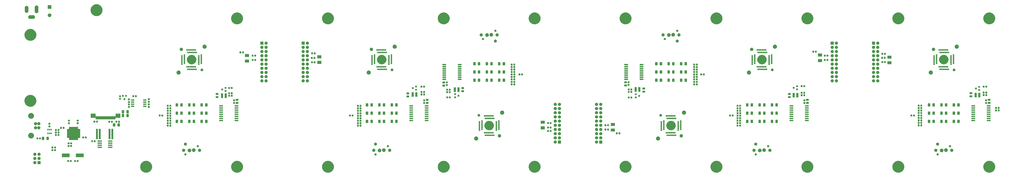
<source format=gts>
G04 #@! TF.GenerationSoftware,KiCad,Pcbnew,(5.1.5)-3*
G04 #@! TF.CreationDate,2020-09-20T17:18:26+02:00*
G04 #@! TF.ProjectId,prog_rig,70726f67-5f72-4696-972e-6b696361645f,A*
G04 #@! TF.SameCoordinates,Original*
G04 #@! TF.FileFunction,Soldermask,Top*
G04 #@! TF.FilePolarity,Negative*
%FSLAX46Y46*%
G04 Gerber Fmt 4.6, Leading zero omitted, Abs format (unit mm)*
G04 Created by KiCad (PCBNEW (5.1.5)-3) date 2020-09-20 17:18:26*
%MOMM*%
%LPD*%
G04 APERTURE LIST*
%ADD10C,0.100000*%
G04 APERTURE END LIST*
D10*
G36*
X641050081Y-141538346D02*
G01*
X641050083Y-141538347D01*
X641050084Y-141538347D01*
X641166355Y-141586508D01*
X641705240Y-141809721D01*
X642294866Y-142203697D01*
X642796303Y-142705134D01*
X643190279Y-143294760D01*
X643461654Y-143949919D01*
X643600000Y-144645431D01*
X643600000Y-145354569D01*
X643461654Y-146050081D01*
X643190279Y-146705240D01*
X642796303Y-147294866D01*
X642294866Y-147796303D01*
X641705240Y-148190279D01*
X641292095Y-148361409D01*
X641050084Y-148461653D01*
X641050083Y-148461653D01*
X641050081Y-148461654D01*
X640354569Y-148600000D01*
X639645431Y-148600000D01*
X638949919Y-148461654D01*
X638949917Y-148461653D01*
X638949916Y-148461653D01*
X638707905Y-148361409D01*
X638294760Y-148190279D01*
X637705134Y-147796303D01*
X637203697Y-147294866D01*
X636809721Y-146705240D01*
X636538346Y-146050081D01*
X636400000Y-145354569D01*
X636400000Y-144645431D01*
X636538346Y-143949919D01*
X636809721Y-143294760D01*
X637203697Y-142705134D01*
X637705134Y-142203697D01*
X638294760Y-141809721D01*
X638833645Y-141586508D01*
X638949916Y-141538347D01*
X638949917Y-141538347D01*
X638949919Y-141538346D01*
X639645431Y-141400000D01*
X640354569Y-141400000D01*
X641050081Y-141538346D01*
G37*
G36*
X586050081Y-141538346D02*
G01*
X586050083Y-141538347D01*
X586050084Y-141538347D01*
X586166355Y-141586508D01*
X586705240Y-141809721D01*
X587294866Y-142203697D01*
X587796303Y-142705134D01*
X588190279Y-143294760D01*
X588461654Y-143949919D01*
X588600000Y-144645431D01*
X588600000Y-145354569D01*
X588461654Y-146050081D01*
X588190279Y-146705240D01*
X587796303Y-147294866D01*
X587294866Y-147796303D01*
X586705240Y-148190279D01*
X586292095Y-148361409D01*
X586050084Y-148461653D01*
X586050083Y-148461653D01*
X586050081Y-148461654D01*
X585354569Y-148600000D01*
X584645431Y-148600000D01*
X583949919Y-148461654D01*
X583949917Y-148461653D01*
X583949916Y-148461653D01*
X583707905Y-148361409D01*
X583294760Y-148190279D01*
X582705134Y-147796303D01*
X582203697Y-147294866D01*
X581809721Y-146705240D01*
X581538346Y-146050081D01*
X581400000Y-145354569D01*
X581400000Y-144645431D01*
X581538346Y-143949919D01*
X581809721Y-143294760D01*
X582203697Y-142705134D01*
X582705134Y-142203697D01*
X583294760Y-141809721D01*
X583833645Y-141586508D01*
X583949916Y-141538347D01*
X583949917Y-141538347D01*
X583949919Y-141538346D01*
X584645431Y-141400000D01*
X585354569Y-141400000D01*
X586050081Y-141538346D01*
G37*
G36*
X186050081Y-141538346D02*
G01*
X186050083Y-141538347D01*
X186050084Y-141538347D01*
X186166355Y-141586508D01*
X186705240Y-141809721D01*
X187294866Y-142203697D01*
X187796303Y-142705134D01*
X188190279Y-143294760D01*
X188461654Y-143949919D01*
X188600000Y-144645431D01*
X188600000Y-145354569D01*
X188461654Y-146050081D01*
X188190279Y-146705240D01*
X187796303Y-147294866D01*
X187294866Y-147796303D01*
X186705240Y-148190279D01*
X186292095Y-148361409D01*
X186050084Y-148461653D01*
X186050083Y-148461653D01*
X186050081Y-148461654D01*
X185354569Y-148600000D01*
X184645431Y-148600000D01*
X183949919Y-148461654D01*
X183949917Y-148461653D01*
X183949916Y-148461653D01*
X183707905Y-148361409D01*
X183294760Y-148190279D01*
X182705134Y-147796303D01*
X182203697Y-147294866D01*
X181809721Y-146705240D01*
X181538346Y-146050081D01*
X181400000Y-145354569D01*
X181400000Y-144645431D01*
X181538346Y-143949919D01*
X181809721Y-143294760D01*
X182203697Y-142705134D01*
X182705134Y-142203697D01*
X183294760Y-141809721D01*
X183833645Y-141586508D01*
X183949916Y-141538347D01*
X183949917Y-141538347D01*
X183949919Y-141538346D01*
X184645431Y-141400000D01*
X185354569Y-141400000D01*
X186050081Y-141538346D01*
G37*
G36*
X421050081Y-141538346D02*
G01*
X421050083Y-141538347D01*
X421050084Y-141538347D01*
X421166355Y-141586508D01*
X421705240Y-141809721D01*
X422294866Y-142203697D01*
X422796303Y-142705134D01*
X423190279Y-143294760D01*
X423461654Y-143949919D01*
X423600000Y-144645431D01*
X423600000Y-145354569D01*
X423461654Y-146050081D01*
X423190279Y-146705240D01*
X422796303Y-147294866D01*
X422294866Y-147796303D01*
X421705240Y-148190279D01*
X421292095Y-148361409D01*
X421050084Y-148461653D01*
X421050083Y-148461653D01*
X421050081Y-148461654D01*
X420354569Y-148600000D01*
X419645431Y-148600000D01*
X418949919Y-148461654D01*
X418949917Y-148461653D01*
X418949916Y-148461653D01*
X418707905Y-148361409D01*
X418294760Y-148190279D01*
X417705134Y-147796303D01*
X417203697Y-147294866D01*
X416809721Y-146705240D01*
X416538346Y-146050081D01*
X416400000Y-145354569D01*
X416400000Y-144645431D01*
X416538346Y-143949919D01*
X416809721Y-143294760D01*
X417203697Y-142705134D01*
X417705134Y-142203697D01*
X418294760Y-141809721D01*
X418833645Y-141586508D01*
X418949916Y-141538347D01*
X418949917Y-141538347D01*
X418949919Y-141538346D01*
X419645431Y-141400000D01*
X420354569Y-141400000D01*
X421050081Y-141538346D01*
G37*
G36*
X476050081Y-141538346D02*
G01*
X476050083Y-141538347D01*
X476050084Y-141538347D01*
X476166355Y-141586508D01*
X476705240Y-141809721D01*
X477294866Y-142203697D01*
X477796303Y-142705134D01*
X478190279Y-143294760D01*
X478461654Y-143949919D01*
X478600000Y-144645431D01*
X478600000Y-145354569D01*
X478461654Y-146050081D01*
X478190279Y-146705240D01*
X477796303Y-147294866D01*
X477294866Y-147796303D01*
X476705240Y-148190279D01*
X476292095Y-148361409D01*
X476050084Y-148461653D01*
X476050083Y-148461653D01*
X476050081Y-148461654D01*
X475354569Y-148600000D01*
X474645431Y-148600000D01*
X473949919Y-148461654D01*
X473949917Y-148461653D01*
X473949916Y-148461653D01*
X473707905Y-148361409D01*
X473294760Y-148190279D01*
X472705134Y-147796303D01*
X472203697Y-147294866D01*
X471809721Y-146705240D01*
X471538346Y-146050081D01*
X471400000Y-145354569D01*
X471400000Y-144645431D01*
X471538346Y-143949919D01*
X471809721Y-143294760D01*
X472203697Y-142705134D01*
X472705134Y-142203697D01*
X473294760Y-141809721D01*
X473833645Y-141586508D01*
X473949916Y-141538347D01*
X473949917Y-141538347D01*
X473949919Y-141538346D01*
X474645431Y-141400000D01*
X475354569Y-141400000D01*
X476050081Y-141538346D01*
G37*
G36*
X131050081Y-141538346D02*
G01*
X131050083Y-141538347D01*
X131050084Y-141538347D01*
X131166355Y-141586508D01*
X131705240Y-141809721D01*
X132294866Y-142203697D01*
X132796303Y-142705134D01*
X133190279Y-143294760D01*
X133461654Y-143949919D01*
X133600000Y-144645431D01*
X133600000Y-145354569D01*
X133461654Y-146050081D01*
X133190279Y-146705240D01*
X132796303Y-147294866D01*
X132294866Y-147796303D01*
X131705240Y-148190279D01*
X131292095Y-148361409D01*
X131050084Y-148461653D01*
X131050083Y-148461653D01*
X131050081Y-148461654D01*
X130354569Y-148600000D01*
X129645431Y-148600000D01*
X128949919Y-148461654D01*
X128949917Y-148461653D01*
X128949916Y-148461653D01*
X128707905Y-148361409D01*
X128294760Y-148190279D01*
X127705134Y-147796303D01*
X127203697Y-147294866D01*
X126809721Y-146705240D01*
X126538346Y-146050081D01*
X126400000Y-145354569D01*
X126400000Y-144645431D01*
X126538346Y-143949919D01*
X126809721Y-143294760D01*
X127203697Y-142705134D01*
X127705134Y-142203697D01*
X128294760Y-141809721D01*
X128833645Y-141586508D01*
X128949916Y-141538347D01*
X128949917Y-141538347D01*
X128949919Y-141538346D01*
X129645431Y-141400000D01*
X130354569Y-141400000D01*
X131050081Y-141538346D01*
G37*
G36*
X311050081Y-141538346D02*
G01*
X311050083Y-141538347D01*
X311050084Y-141538347D01*
X311166355Y-141586508D01*
X311705240Y-141809721D01*
X312294866Y-142203697D01*
X312796303Y-142705134D01*
X313190279Y-143294760D01*
X313461654Y-143949919D01*
X313600000Y-144645431D01*
X313600000Y-145354569D01*
X313461654Y-146050081D01*
X313190279Y-146705240D01*
X312796303Y-147294866D01*
X312294866Y-147796303D01*
X311705240Y-148190279D01*
X311292095Y-148361409D01*
X311050084Y-148461653D01*
X311050083Y-148461653D01*
X311050081Y-148461654D01*
X310354569Y-148600000D01*
X309645431Y-148600000D01*
X308949919Y-148461654D01*
X308949917Y-148461653D01*
X308949916Y-148461653D01*
X308707905Y-148361409D01*
X308294760Y-148190279D01*
X307705134Y-147796303D01*
X307203697Y-147294866D01*
X306809721Y-146705240D01*
X306538346Y-146050081D01*
X306400000Y-145354569D01*
X306400000Y-144645431D01*
X306538346Y-143949919D01*
X306809721Y-143294760D01*
X307203697Y-142705134D01*
X307705134Y-142203697D01*
X308294760Y-141809721D01*
X308833645Y-141586508D01*
X308949916Y-141538347D01*
X308949917Y-141538347D01*
X308949919Y-141538346D01*
X309645431Y-141400000D01*
X310354569Y-141400000D01*
X311050081Y-141538346D01*
G37*
G36*
X366050081Y-141538346D02*
G01*
X366050083Y-141538347D01*
X366050084Y-141538347D01*
X366166355Y-141586508D01*
X366705240Y-141809721D01*
X367294866Y-142203697D01*
X367796303Y-142705134D01*
X368190279Y-143294760D01*
X368461654Y-143949919D01*
X368600000Y-144645431D01*
X368600000Y-145354569D01*
X368461654Y-146050081D01*
X368190279Y-146705240D01*
X367796303Y-147294866D01*
X367294866Y-147796303D01*
X366705240Y-148190279D01*
X366292095Y-148361409D01*
X366050084Y-148461653D01*
X366050083Y-148461653D01*
X366050081Y-148461654D01*
X365354569Y-148600000D01*
X364645431Y-148600000D01*
X363949919Y-148461654D01*
X363949917Y-148461653D01*
X363949916Y-148461653D01*
X363707905Y-148361409D01*
X363294760Y-148190279D01*
X362705134Y-147796303D01*
X362203697Y-147294866D01*
X361809721Y-146705240D01*
X361538346Y-146050081D01*
X361400000Y-145354569D01*
X361400000Y-144645431D01*
X361538346Y-143949919D01*
X361809721Y-143294760D01*
X362203697Y-142705134D01*
X362705134Y-142203697D01*
X363294760Y-141809721D01*
X363833645Y-141586508D01*
X363949916Y-141538347D01*
X363949917Y-141538347D01*
X363949919Y-141538346D01*
X364645431Y-141400000D01*
X365354569Y-141400000D01*
X366050081Y-141538346D01*
G37*
G36*
X241050081Y-141538346D02*
G01*
X241050083Y-141538347D01*
X241050084Y-141538347D01*
X241166355Y-141586508D01*
X241705240Y-141809721D01*
X242294866Y-142203697D01*
X242796303Y-142705134D01*
X243190279Y-143294760D01*
X243461654Y-143949919D01*
X243600000Y-144645431D01*
X243600000Y-145354569D01*
X243461654Y-146050081D01*
X243190279Y-146705240D01*
X242796303Y-147294866D01*
X242294866Y-147796303D01*
X241705240Y-148190279D01*
X241292095Y-148361409D01*
X241050084Y-148461653D01*
X241050083Y-148461653D01*
X241050081Y-148461654D01*
X240354569Y-148600000D01*
X239645431Y-148600000D01*
X238949919Y-148461654D01*
X238949917Y-148461653D01*
X238949916Y-148461653D01*
X238707905Y-148361409D01*
X238294760Y-148190279D01*
X237705134Y-147796303D01*
X237203697Y-147294866D01*
X236809721Y-146705240D01*
X236538346Y-146050081D01*
X236400000Y-145354569D01*
X236400000Y-144645431D01*
X236538346Y-143949919D01*
X236809721Y-143294760D01*
X237203697Y-142705134D01*
X237705134Y-142203697D01*
X238294760Y-141809721D01*
X238833645Y-141586508D01*
X238949916Y-141538347D01*
X238949917Y-141538347D01*
X238949919Y-141538346D01*
X239645431Y-141400000D01*
X240354569Y-141400000D01*
X241050081Y-141538346D01*
G37*
G36*
X531050081Y-141538346D02*
G01*
X531050083Y-141538347D01*
X531050084Y-141538347D01*
X531166355Y-141586508D01*
X531705240Y-141809721D01*
X532294866Y-142203697D01*
X532796303Y-142705134D01*
X533190279Y-143294760D01*
X533461654Y-143949919D01*
X533600000Y-144645431D01*
X533600000Y-145354569D01*
X533461654Y-146050081D01*
X533190279Y-146705240D01*
X532796303Y-147294866D01*
X532294866Y-147796303D01*
X531705240Y-148190279D01*
X531292095Y-148361409D01*
X531050084Y-148461653D01*
X531050083Y-148461653D01*
X531050081Y-148461654D01*
X530354569Y-148600000D01*
X529645431Y-148600000D01*
X528949919Y-148461654D01*
X528949917Y-148461653D01*
X528949916Y-148461653D01*
X528707905Y-148361409D01*
X528294760Y-148190279D01*
X527705134Y-147796303D01*
X527203697Y-147294866D01*
X526809721Y-146705240D01*
X526538346Y-146050081D01*
X526400000Y-145354569D01*
X526400000Y-144645431D01*
X526538346Y-143949919D01*
X526809721Y-143294760D01*
X527203697Y-142705134D01*
X527705134Y-142203697D01*
X528294760Y-141809721D01*
X528833645Y-141586508D01*
X528949916Y-141538347D01*
X528949917Y-141538347D01*
X528949919Y-141538346D01*
X529645431Y-141400000D01*
X530354569Y-141400000D01*
X531050081Y-141538346D01*
G37*
G36*
X66150000Y-143450000D02*
G01*
X64250000Y-143450000D01*
X64250000Y-141550000D01*
X66150000Y-141550000D01*
X66150000Y-143450000D01*
G37*
G36*
X62937105Y-141586508D02*
G01*
X63109994Y-141658121D01*
X63265590Y-141762087D01*
X63397913Y-141894410D01*
X63501879Y-142050006D01*
X63573492Y-142222895D01*
X63610000Y-142406433D01*
X63610000Y-142593567D01*
X63573492Y-142777105D01*
X63501879Y-142949994D01*
X63397913Y-143105590D01*
X63265590Y-143237913D01*
X63109994Y-143341879D01*
X62937105Y-143413492D01*
X62753567Y-143450000D01*
X62566433Y-143450000D01*
X62382895Y-143413492D01*
X62210006Y-143341879D01*
X62054410Y-143237913D01*
X61922087Y-143105590D01*
X61818121Y-142949994D01*
X61746508Y-142777105D01*
X61710000Y-142593567D01*
X61710000Y-142406433D01*
X61746508Y-142222895D01*
X61818121Y-142050006D01*
X61922087Y-141894410D01*
X62054410Y-141762087D01*
X62210006Y-141658121D01*
X62382895Y-141586508D01*
X62566433Y-141550000D01*
X62753567Y-141550000D01*
X62937105Y-141586508D01*
G37*
G36*
X87373832Y-140929678D02*
G01*
X87414774Y-140942097D01*
X87452512Y-140962269D01*
X87485588Y-140989412D01*
X87512731Y-141022488D01*
X87532903Y-141060226D01*
X87545322Y-141101168D01*
X87550000Y-141148658D01*
X87550000Y-141851342D01*
X87545322Y-141898832D01*
X87532903Y-141939774D01*
X87512731Y-141977512D01*
X87485588Y-142010588D01*
X87452512Y-142037731D01*
X87414774Y-142057903D01*
X87373832Y-142070322D01*
X87326342Y-142075000D01*
X86698658Y-142075000D01*
X86651168Y-142070322D01*
X86610226Y-142057903D01*
X86572488Y-142037731D01*
X86539412Y-142010588D01*
X86512269Y-141977512D01*
X86492097Y-141939774D01*
X86479678Y-141898832D01*
X86475000Y-141851342D01*
X86475000Y-141148658D01*
X86479678Y-141101168D01*
X86492097Y-141060226D01*
X86512269Y-141022488D01*
X86539412Y-140989412D01*
X86572488Y-140962269D01*
X86610226Y-140942097D01*
X86651168Y-140929678D01*
X86698658Y-140925000D01*
X87326342Y-140925000D01*
X87373832Y-140929678D01*
G37*
G36*
X84748832Y-140929678D02*
G01*
X84789774Y-140942097D01*
X84827512Y-140962269D01*
X84860588Y-140989412D01*
X84887731Y-141022488D01*
X84907903Y-141060226D01*
X84920322Y-141101168D01*
X84925000Y-141148658D01*
X84925000Y-141851342D01*
X84920322Y-141898832D01*
X84907903Y-141939774D01*
X84887731Y-141977512D01*
X84860588Y-142010588D01*
X84827512Y-142037731D01*
X84789774Y-142057903D01*
X84748832Y-142070322D01*
X84701342Y-142075000D01*
X84073658Y-142075000D01*
X84026168Y-142070322D01*
X83985226Y-142057903D01*
X83947488Y-142037731D01*
X83914412Y-142010588D01*
X83887269Y-141977512D01*
X83867097Y-141939774D01*
X83854678Y-141898832D01*
X83850000Y-141851342D01*
X83850000Y-141148658D01*
X83854678Y-141101168D01*
X83867097Y-141060226D01*
X83887269Y-141022488D01*
X83914412Y-140989412D01*
X83947488Y-140962269D01*
X83985226Y-140942097D01*
X84026168Y-140929678D01*
X84073658Y-140925000D01*
X84701342Y-140925000D01*
X84748832Y-140929678D01*
G37*
G36*
X83173832Y-140929678D02*
G01*
X83214774Y-140942097D01*
X83252512Y-140962269D01*
X83285588Y-140989412D01*
X83312731Y-141022488D01*
X83332903Y-141060226D01*
X83345322Y-141101168D01*
X83350000Y-141148658D01*
X83350000Y-141851342D01*
X83345322Y-141898832D01*
X83332903Y-141939774D01*
X83312731Y-141977512D01*
X83285588Y-142010588D01*
X83252512Y-142037731D01*
X83214774Y-142057903D01*
X83173832Y-142070322D01*
X83126342Y-142075000D01*
X82498658Y-142075000D01*
X82451168Y-142070322D01*
X82410226Y-142057903D01*
X82372488Y-142037731D01*
X82339412Y-142010588D01*
X82312269Y-141977512D01*
X82292097Y-141939774D01*
X82279678Y-141898832D01*
X82275000Y-141851342D01*
X82275000Y-141148658D01*
X82279678Y-141101168D01*
X82292097Y-141060226D01*
X82312269Y-141022488D01*
X82339412Y-140989412D01*
X82372488Y-140962269D01*
X82410226Y-140942097D01*
X82451168Y-140929678D01*
X82498658Y-140925000D01*
X83126342Y-140925000D01*
X83173832Y-140929678D01*
G37*
G36*
X88948832Y-140929678D02*
G01*
X88989774Y-140942097D01*
X89027512Y-140962269D01*
X89060588Y-140989412D01*
X89087731Y-141022488D01*
X89107903Y-141060226D01*
X89120322Y-141101168D01*
X89125000Y-141148658D01*
X89125000Y-141851342D01*
X89120322Y-141898832D01*
X89107903Y-141939774D01*
X89087731Y-141977512D01*
X89060588Y-142010588D01*
X89027512Y-142037731D01*
X88989774Y-142057903D01*
X88948832Y-142070322D01*
X88901342Y-142075000D01*
X88273658Y-142075000D01*
X88226168Y-142070322D01*
X88185226Y-142057903D01*
X88147488Y-142037731D01*
X88114412Y-142010588D01*
X88087269Y-141977512D01*
X88067097Y-141939774D01*
X88054678Y-141898832D01*
X88050000Y-141851342D01*
X88050000Y-141148658D01*
X88054678Y-141101168D01*
X88067097Y-141060226D01*
X88087269Y-141022488D01*
X88114412Y-140989412D01*
X88147488Y-140962269D01*
X88185226Y-140942097D01*
X88226168Y-140929678D01*
X88273658Y-140925000D01*
X88901342Y-140925000D01*
X88948832Y-140929678D01*
G37*
G36*
X62937105Y-139046508D02*
G01*
X63109994Y-139118121D01*
X63265590Y-139222087D01*
X63397913Y-139354410D01*
X63501879Y-139510006D01*
X63573492Y-139682895D01*
X63610000Y-139866433D01*
X63610000Y-140053567D01*
X63573492Y-140237105D01*
X63501879Y-140409994D01*
X63397913Y-140565590D01*
X63265590Y-140697913D01*
X63109994Y-140801879D01*
X62937105Y-140873492D01*
X62753567Y-140910000D01*
X62566433Y-140910000D01*
X62382895Y-140873492D01*
X62210006Y-140801879D01*
X62054410Y-140697913D01*
X61922087Y-140565590D01*
X61818121Y-140409994D01*
X61746508Y-140237105D01*
X61710000Y-140053567D01*
X61710000Y-139866433D01*
X61746508Y-139682895D01*
X61818121Y-139510006D01*
X61922087Y-139354410D01*
X62054410Y-139222087D01*
X62210006Y-139118121D01*
X62382895Y-139046508D01*
X62566433Y-139010000D01*
X62753567Y-139010000D01*
X62937105Y-139046508D01*
G37*
G36*
X65477105Y-139046508D02*
G01*
X65649994Y-139118121D01*
X65805590Y-139222087D01*
X65937913Y-139354410D01*
X66041879Y-139510006D01*
X66113492Y-139682895D01*
X66150000Y-139866433D01*
X66150000Y-140053567D01*
X66113492Y-140237105D01*
X66041879Y-140409994D01*
X65937913Y-140565590D01*
X65805590Y-140697913D01*
X65649994Y-140801879D01*
X65477105Y-140873492D01*
X65293567Y-140910000D01*
X65106433Y-140910000D01*
X64922895Y-140873492D01*
X64750006Y-140801879D01*
X64594410Y-140697913D01*
X64462087Y-140565590D01*
X64358121Y-140409994D01*
X64286508Y-140237105D01*
X64250000Y-140053567D01*
X64250000Y-139866433D01*
X64286508Y-139682895D01*
X64358121Y-139510006D01*
X64462087Y-139354410D01*
X64594410Y-139222087D01*
X64750006Y-139118121D01*
X64922895Y-139046508D01*
X65106433Y-139010000D01*
X65293567Y-139010000D01*
X65477105Y-139046508D01*
G37*
G36*
X83700000Y-139200000D02*
G01*
X79000000Y-139200000D01*
X79000000Y-137000000D01*
X83700000Y-137000000D01*
X83700000Y-139200000D01*
G37*
G36*
X92200000Y-139200000D02*
G01*
X87500000Y-139200000D01*
X87500000Y-137000000D01*
X92200000Y-137000000D01*
X92200000Y-139200000D01*
G37*
G36*
X62937105Y-136506508D02*
G01*
X63109994Y-136578121D01*
X63265590Y-136682087D01*
X63397913Y-136814410D01*
X63501879Y-136970006D01*
X63573492Y-137142895D01*
X63610000Y-137326433D01*
X63610000Y-137513567D01*
X63573492Y-137697105D01*
X63501879Y-137869994D01*
X63397913Y-138025590D01*
X63265590Y-138157913D01*
X63109994Y-138261879D01*
X62937105Y-138333492D01*
X62753567Y-138370000D01*
X62566433Y-138370000D01*
X62382895Y-138333492D01*
X62210006Y-138261879D01*
X62054410Y-138157913D01*
X61922087Y-138025590D01*
X61818121Y-137869994D01*
X61746508Y-137697105D01*
X61710000Y-137513567D01*
X61710000Y-137326433D01*
X61746508Y-137142895D01*
X61818121Y-136970006D01*
X61922087Y-136814410D01*
X62054410Y-136682087D01*
X62210006Y-136578121D01*
X62382895Y-136506508D01*
X62566433Y-136470000D01*
X62753567Y-136470000D01*
X62937105Y-136506508D01*
G37*
G36*
X65477105Y-136506508D02*
G01*
X65649994Y-136578121D01*
X65805590Y-136682087D01*
X65937913Y-136814410D01*
X66041879Y-136970006D01*
X66113492Y-137142895D01*
X66150000Y-137326433D01*
X66150000Y-137513567D01*
X66113492Y-137697105D01*
X66041879Y-137869994D01*
X65937913Y-138025590D01*
X65805590Y-138157913D01*
X65649994Y-138261879D01*
X65477105Y-138333492D01*
X65293567Y-138370000D01*
X65106433Y-138370000D01*
X64922895Y-138333492D01*
X64750006Y-138261879D01*
X64594410Y-138157913D01*
X64462087Y-138025590D01*
X64358121Y-137869994D01*
X64286508Y-137697105D01*
X64250000Y-137513567D01*
X64250000Y-137326433D01*
X64286508Y-137142895D01*
X64358121Y-136970006D01*
X64462087Y-136814410D01*
X64594410Y-136682087D01*
X64750006Y-136578121D01*
X64922895Y-136506508D01*
X65106433Y-136470000D01*
X65293567Y-136470000D01*
X65477105Y-136506508D01*
G37*
G36*
X153939598Y-136874979D02*
G01*
X153939600Y-136874980D01*
X153939601Y-136874980D01*
X154057890Y-136923977D01*
X154164352Y-136995113D01*
X154254887Y-137085648D01*
X154326023Y-137192110D01*
X154375020Y-137310399D01*
X154375021Y-137310402D01*
X154378210Y-137326436D01*
X154400000Y-137435983D01*
X154400000Y-137564017D01*
X154375020Y-137689601D01*
X154326023Y-137807890D01*
X154254887Y-137914352D01*
X154164352Y-138004887D01*
X154057890Y-138076023D01*
X153939601Y-138125020D01*
X153939600Y-138125020D01*
X153939598Y-138125021D01*
X153814019Y-138150000D01*
X153685981Y-138150000D01*
X153560402Y-138125021D01*
X153560400Y-138125020D01*
X153560399Y-138125020D01*
X153442110Y-138076023D01*
X153335648Y-138004887D01*
X153245113Y-137914352D01*
X153173977Y-137807890D01*
X153124980Y-137689601D01*
X153100000Y-137564017D01*
X153100000Y-137435983D01*
X153121790Y-137326436D01*
X153124979Y-137310402D01*
X153124980Y-137310399D01*
X153173977Y-137192110D01*
X153245113Y-137085648D01*
X153335648Y-136995113D01*
X153442110Y-136923977D01*
X153560399Y-136874980D01*
X153560400Y-136874980D01*
X153560402Y-136874979D01*
X153685981Y-136850000D01*
X153814019Y-136850000D01*
X153939598Y-136874979D01*
G37*
G36*
X498939598Y-136874979D02*
G01*
X498939600Y-136874980D01*
X498939601Y-136874980D01*
X499057890Y-136923977D01*
X499164352Y-136995113D01*
X499254887Y-137085648D01*
X499326023Y-137192110D01*
X499375020Y-137310399D01*
X499375021Y-137310402D01*
X499378210Y-137326436D01*
X499400000Y-137435983D01*
X499400000Y-137564017D01*
X499375020Y-137689601D01*
X499326023Y-137807890D01*
X499254887Y-137914352D01*
X499164352Y-138004887D01*
X499057890Y-138076023D01*
X498939601Y-138125020D01*
X498939600Y-138125020D01*
X498939598Y-138125021D01*
X498814019Y-138150000D01*
X498685981Y-138150000D01*
X498560402Y-138125021D01*
X498560400Y-138125020D01*
X498560399Y-138125020D01*
X498442110Y-138076023D01*
X498335648Y-138004887D01*
X498245113Y-137914352D01*
X498173977Y-137807890D01*
X498124980Y-137689601D01*
X498100000Y-137564017D01*
X498100000Y-137435983D01*
X498121790Y-137326436D01*
X498124979Y-137310402D01*
X498124980Y-137310399D01*
X498173977Y-137192110D01*
X498245113Y-137085648D01*
X498335648Y-136995113D01*
X498442110Y-136923977D01*
X498560399Y-136874980D01*
X498560400Y-136874980D01*
X498560402Y-136874979D01*
X498685981Y-136850000D01*
X498814019Y-136850000D01*
X498939598Y-136874979D01*
G37*
G36*
X608939598Y-136874979D02*
G01*
X608939600Y-136874980D01*
X608939601Y-136874980D01*
X609057890Y-136923977D01*
X609164352Y-136995113D01*
X609254887Y-137085648D01*
X609326023Y-137192110D01*
X609375020Y-137310399D01*
X609375021Y-137310402D01*
X609378210Y-137326436D01*
X609400000Y-137435983D01*
X609400000Y-137564017D01*
X609375020Y-137689601D01*
X609326023Y-137807890D01*
X609254887Y-137914352D01*
X609164352Y-138004887D01*
X609057890Y-138076023D01*
X608939601Y-138125020D01*
X608939600Y-138125020D01*
X608939598Y-138125021D01*
X608814019Y-138150000D01*
X608685981Y-138150000D01*
X608560402Y-138125021D01*
X608560400Y-138125020D01*
X608560399Y-138125020D01*
X608442110Y-138076023D01*
X608335648Y-138004887D01*
X608245113Y-137914352D01*
X608173977Y-137807890D01*
X608124980Y-137689601D01*
X608100000Y-137564017D01*
X608100000Y-137435983D01*
X608121790Y-137326436D01*
X608124979Y-137310402D01*
X608124980Y-137310399D01*
X608173977Y-137192110D01*
X608245113Y-137085648D01*
X608335648Y-136995113D01*
X608442110Y-136923977D01*
X608560399Y-136874980D01*
X608560400Y-136874980D01*
X608560402Y-136874979D01*
X608685981Y-136850000D01*
X608814019Y-136850000D01*
X608939598Y-136874979D01*
G37*
G36*
X268939598Y-136874979D02*
G01*
X268939600Y-136874980D01*
X268939601Y-136874980D01*
X269057890Y-136923977D01*
X269164352Y-136995113D01*
X269254887Y-137085648D01*
X269326023Y-137192110D01*
X269375020Y-137310399D01*
X269375021Y-137310402D01*
X269378210Y-137326436D01*
X269400000Y-137435983D01*
X269400000Y-137564017D01*
X269375020Y-137689601D01*
X269326023Y-137807890D01*
X269254887Y-137914352D01*
X269164352Y-138004887D01*
X269057890Y-138076023D01*
X268939601Y-138125020D01*
X268939600Y-138125020D01*
X268939598Y-138125021D01*
X268814019Y-138150000D01*
X268685981Y-138150000D01*
X268560402Y-138125021D01*
X268560400Y-138125020D01*
X268560399Y-138125020D01*
X268442110Y-138076023D01*
X268335648Y-138004887D01*
X268245113Y-137914352D01*
X268173977Y-137807890D01*
X268124980Y-137689601D01*
X268100000Y-137564017D01*
X268100000Y-137435983D01*
X268121790Y-137326436D01*
X268124979Y-137310402D01*
X268124980Y-137310399D01*
X268173977Y-137192110D01*
X268245113Y-137085648D01*
X268335648Y-136995113D01*
X268442110Y-136923977D01*
X268560399Y-136874980D01*
X268560400Y-136874980D01*
X268560402Y-136874979D01*
X268685981Y-136850000D01*
X268814019Y-136850000D01*
X268939598Y-136874979D01*
G37*
G36*
X611520856Y-134042272D02*
G01*
X611721048Y-134125194D01*
X611901208Y-134245573D01*
X612054427Y-134398792D01*
X612174806Y-134578952D01*
X612257728Y-134779144D01*
X612300000Y-134991657D01*
X612300000Y-135208343D01*
X612257728Y-135420856D01*
X612174806Y-135621048D01*
X612054427Y-135801208D01*
X611901208Y-135954427D01*
X611721048Y-136074806D01*
X611520856Y-136157728D01*
X611308343Y-136200000D01*
X611091657Y-136200000D01*
X610879144Y-136157728D01*
X610678952Y-136074806D01*
X610498792Y-135954427D01*
X610345573Y-135801208D01*
X610225194Y-135621048D01*
X610142272Y-135420856D01*
X610100000Y-135208343D01*
X610100000Y-134991657D01*
X610142272Y-134779144D01*
X610225194Y-134578952D01*
X610345573Y-134398792D01*
X610498792Y-134245573D01*
X610678952Y-134125194D01*
X610879144Y-134042272D01*
X611091657Y-134000000D01*
X611308343Y-134000000D01*
X611520856Y-134042272D01*
G37*
G36*
X271520856Y-134042272D02*
G01*
X271721048Y-134125194D01*
X271901208Y-134245573D01*
X272054427Y-134398792D01*
X272174806Y-134578952D01*
X272257728Y-134779144D01*
X272300000Y-134991657D01*
X272300000Y-135208343D01*
X272257728Y-135420856D01*
X272174806Y-135621048D01*
X272054427Y-135801208D01*
X271901208Y-135954427D01*
X271721048Y-136074806D01*
X271520856Y-136157728D01*
X271308343Y-136200000D01*
X271091657Y-136200000D01*
X270879144Y-136157728D01*
X270678952Y-136074806D01*
X270498792Y-135954427D01*
X270345573Y-135801208D01*
X270225194Y-135621048D01*
X270142272Y-135420856D01*
X270100000Y-135208343D01*
X270100000Y-134991657D01*
X270142272Y-134779144D01*
X270225194Y-134578952D01*
X270345573Y-134398792D01*
X270498792Y-134245573D01*
X270678952Y-134125194D01*
X270879144Y-134042272D01*
X271091657Y-134000000D01*
X271308343Y-134000000D01*
X271520856Y-134042272D01*
G37*
G36*
X156520856Y-134042272D02*
G01*
X156721048Y-134125194D01*
X156901208Y-134245573D01*
X157054427Y-134398792D01*
X157174806Y-134578952D01*
X157257728Y-134779144D01*
X157300000Y-134991657D01*
X157300000Y-135208343D01*
X157257728Y-135420856D01*
X157174806Y-135621048D01*
X157054427Y-135801208D01*
X156901208Y-135954427D01*
X156721048Y-136074806D01*
X156520856Y-136157728D01*
X156308343Y-136200000D01*
X156091657Y-136200000D01*
X155879144Y-136157728D01*
X155678952Y-136074806D01*
X155498792Y-135954427D01*
X155345573Y-135801208D01*
X155225194Y-135621048D01*
X155142272Y-135420856D01*
X155100000Y-135208343D01*
X155100000Y-134991657D01*
X155142272Y-134779144D01*
X155225194Y-134578952D01*
X155345573Y-134398792D01*
X155498792Y-134245573D01*
X155678952Y-134125194D01*
X155879144Y-134042272D01*
X156091657Y-134000000D01*
X156308343Y-134000000D01*
X156520856Y-134042272D01*
G37*
G36*
X501520856Y-134042272D02*
G01*
X501721048Y-134125194D01*
X501901208Y-134245573D01*
X502054427Y-134398792D01*
X502174806Y-134578952D01*
X502257728Y-134779144D01*
X502300000Y-134991657D01*
X502300000Y-135208343D01*
X502257728Y-135420856D01*
X502174806Y-135621048D01*
X502054427Y-135801208D01*
X501901208Y-135954427D01*
X501721048Y-136074806D01*
X501520856Y-136157728D01*
X501308343Y-136200000D01*
X501091657Y-136200000D01*
X500879144Y-136157728D01*
X500678952Y-136074806D01*
X500498792Y-135954427D01*
X500345573Y-135801208D01*
X500225194Y-135621048D01*
X500142272Y-135420856D01*
X500100000Y-135208343D01*
X500100000Y-134991657D01*
X500142272Y-134779144D01*
X500225194Y-134578952D01*
X500345573Y-134398792D01*
X500498792Y-134245573D01*
X500678952Y-134125194D01*
X500879144Y-134042272D01*
X501091657Y-134000000D01*
X501308343Y-134000000D01*
X501520856Y-134042272D01*
G37*
G36*
X614120856Y-133842272D02*
G01*
X614321048Y-133925194D01*
X614501208Y-134045573D01*
X614654427Y-134198792D01*
X614774806Y-134378952D01*
X614857728Y-134579144D01*
X614900000Y-134791657D01*
X614900000Y-135008343D01*
X614857728Y-135220856D01*
X614774806Y-135421048D01*
X614654427Y-135601208D01*
X614501208Y-135754427D01*
X614321048Y-135874806D01*
X614120856Y-135957728D01*
X613908343Y-136000000D01*
X613691657Y-136000000D01*
X613479144Y-135957728D01*
X613278952Y-135874806D01*
X613098792Y-135754427D01*
X612945573Y-135601208D01*
X612825194Y-135421048D01*
X612742272Y-135220856D01*
X612700000Y-135008343D01*
X612700000Y-134791657D01*
X612742272Y-134579144D01*
X612825194Y-134378952D01*
X612945573Y-134198792D01*
X613098792Y-134045573D01*
X613278952Y-133925194D01*
X613479144Y-133842272D01*
X613691657Y-133800000D01*
X613908343Y-133800000D01*
X614120856Y-133842272D01*
G37*
G36*
X504120856Y-133842272D02*
G01*
X504321048Y-133925194D01*
X504501208Y-134045573D01*
X504654427Y-134198792D01*
X504774806Y-134378952D01*
X504857728Y-134579144D01*
X504900000Y-134791657D01*
X504900000Y-135008343D01*
X504857728Y-135220856D01*
X504774806Y-135421048D01*
X504654427Y-135601208D01*
X504501208Y-135754427D01*
X504321048Y-135874806D01*
X504120856Y-135957728D01*
X503908343Y-136000000D01*
X503691657Y-136000000D01*
X503479144Y-135957728D01*
X503278952Y-135874806D01*
X503098792Y-135754427D01*
X502945573Y-135601208D01*
X502825194Y-135421048D01*
X502742272Y-135220856D01*
X502700000Y-135008343D01*
X502700000Y-134791657D01*
X502742272Y-134579144D01*
X502825194Y-134378952D01*
X502945573Y-134198792D01*
X503098792Y-134045573D01*
X503278952Y-133925194D01*
X503479144Y-133842272D01*
X503691657Y-133800000D01*
X503908343Y-133800000D01*
X504120856Y-133842272D01*
G37*
G36*
X159120856Y-133842272D02*
G01*
X159321048Y-133925194D01*
X159501208Y-134045573D01*
X159654427Y-134198792D01*
X159774806Y-134378952D01*
X159857728Y-134579144D01*
X159900000Y-134791657D01*
X159900000Y-135008343D01*
X159857728Y-135220856D01*
X159774806Y-135421048D01*
X159654427Y-135601208D01*
X159501208Y-135754427D01*
X159321048Y-135874806D01*
X159120856Y-135957728D01*
X158908343Y-136000000D01*
X158691657Y-136000000D01*
X158479144Y-135957728D01*
X158278952Y-135874806D01*
X158098792Y-135754427D01*
X157945573Y-135601208D01*
X157825194Y-135421048D01*
X157742272Y-135220856D01*
X157700000Y-135008343D01*
X157700000Y-134791657D01*
X157742272Y-134579144D01*
X157825194Y-134378952D01*
X157945573Y-134198792D01*
X158098792Y-134045573D01*
X158278952Y-133925194D01*
X158479144Y-133842272D01*
X158691657Y-133800000D01*
X158908343Y-133800000D01*
X159120856Y-133842272D01*
G37*
G36*
X274120856Y-133842272D02*
G01*
X274321048Y-133925194D01*
X274501208Y-134045573D01*
X274654427Y-134198792D01*
X274774806Y-134378952D01*
X274857728Y-134579144D01*
X274900000Y-134791657D01*
X274900000Y-135008343D01*
X274857728Y-135220856D01*
X274774806Y-135421048D01*
X274654427Y-135601208D01*
X274501208Y-135754427D01*
X274321048Y-135874806D01*
X274120856Y-135957728D01*
X273908343Y-136000000D01*
X273691657Y-136000000D01*
X273479144Y-135957728D01*
X273278952Y-135874806D01*
X273098792Y-135754427D01*
X272945573Y-135601208D01*
X272825194Y-135421048D01*
X272742272Y-135220856D01*
X272700000Y-135008343D01*
X272700000Y-134791657D01*
X272742272Y-134579144D01*
X272825194Y-134378952D01*
X272945573Y-134198792D01*
X273098792Y-134045573D01*
X273278952Y-133925194D01*
X273479144Y-133842272D01*
X273691657Y-133800000D01*
X273908343Y-133800000D01*
X274120856Y-133842272D01*
G37*
G36*
X162577105Y-134086508D02*
G01*
X162749994Y-134158121D01*
X162905590Y-134262087D01*
X163037913Y-134394410D01*
X163141879Y-134550006D01*
X163213492Y-134722895D01*
X163250000Y-134906433D01*
X163250000Y-135093567D01*
X163213492Y-135277105D01*
X163141879Y-135449994D01*
X163037913Y-135605590D01*
X162905590Y-135737913D01*
X162749994Y-135841879D01*
X162577105Y-135913492D01*
X162393567Y-135950000D01*
X162206433Y-135950000D01*
X162022895Y-135913492D01*
X161850006Y-135841879D01*
X161694410Y-135737913D01*
X161562087Y-135605590D01*
X161458121Y-135449994D01*
X161386508Y-135277105D01*
X161350000Y-135093567D01*
X161350000Y-134906433D01*
X161386508Y-134722895D01*
X161458121Y-134550006D01*
X161562087Y-134394410D01*
X161694410Y-134262087D01*
X161850006Y-134158121D01*
X162022895Y-134086508D01*
X162206433Y-134050000D01*
X162393567Y-134050000D01*
X162577105Y-134086508D01*
G37*
G36*
X277577105Y-134086508D02*
G01*
X277749994Y-134158121D01*
X277905590Y-134262087D01*
X278037913Y-134394410D01*
X278141879Y-134550006D01*
X278213492Y-134722895D01*
X278250000Y-134906433D01*
X278250000Y-135093567D01*
X278213492Y-135277105D01*
X278141879Y-135449994D01*
X278037913Y-135605590D01*
X277905590Y-135737913D01*
X277749994Y-135841879D01*
X277577105Y-135913492D01*
X277393567Y-135950000D01*
X277206433Y-135950000D01*
X277022895Y-135913492D01*
X276850006Y-135841879D01*
X276694410Y-135737913D01*
X276562087Y-135605590D01*
X276458121Y-135449994D01*
X276386508Y-135277105D01*
X276350000Y-135093567D01*
X276350000Y-134906433D01*
X276386508Y-134722895D01*
X276458121Y-134550006D01*
X276562087Y-134394410D01*
X276694410Y-134262087D01*
X276850006Y-134158121D01*
X277022895Y-134086508D01*
X277206433Y-134050000D01*
X277393567Y-134050000D01*
X277577105Y-134086508D01*
G37*
G36*
X267977105Y-134086508D02*
G01*
X268149994Y-134158121D01*
X268305590Y-134262087D01*
X268437913Y-134394410D01*
X268541879Y-134550006D01*
X268613492Y-134722895D01*
X268650000Y-134906433D01*
X268650000Y-135093567D01*
X268613492Y-135277105D01*
X268541879Y-135449994D01*
X268437913Y-135605590D01*
X268305590Y-135737913D01*
X268149994Y-135841879D01*
X267977105Y-135913492D01*
X267793567Y-135950000D01*
X267606433Y-135950000D01*
X267422895Y-135913492D01*
X267250006Y-135841879D01*
X267094410Y-135737913D01*
X266962087Y-135605590D01*
X266858121Y-135449994D01*
X266786508Y-135277105D01*
X266750000Y-135093567D01*
X266750000Y-134906433D01*
X266786508Y-134722895D01*
X266858121Y-134550006D01*
X266962087Y-134394410D01*
X267094410Y-134262087D01*
X267250006Y-134158121D01*
X267422895Y-134086508D01*
X267606433Y-134050000D01*
X267793567Y-134050000D01*
X267977105Y-134086508D01*
G37*
G36*
X497977105Y-134086508D02*
G01*
X498149994Y-134158121D01*
X498305590Y-134262087D01*
X498437913Y-134394410D01*
X498541879Y-134550006D01*
X498613492Y-134722895D01*
X498650000Y-134906433D01*
X498650000Y-135093567D01*
X498613492Y-135277105D01*
X498541879Y-135449994D01*
X498437913Y-135605590D01*
X498305590Y-135737913D01*
X498149994Y-135841879D01*
X497977105Y-135913492D01*
X497793567Y-135950000D01*
X497606433Y-135950000D01*
X497422895Y-135913492D01*
X497250006Y-135841879D01*
X497094410Y-135737913D01*
X496962087Y-135605590D01*
X496858121Y-135449994D01*
X496786508Y-135277105D01*
X496750000Y-135093567D01*
X496750000Y-134906433D01*
X496786508Y-134722895D01*
X496858121Y-134550006D01*
X496962087Y-134394410D01*
X497094410Y-134262087D01*
X497250006Y-134158121D01*
X497422895Y-134086508D01*
X497606433Y-134050000D01*
X497793567Y-134050000D01*
X497977105Y-134086508D01*
G37*
G36*
X152977105Y-134086508D02*
G01*
X153149994Y-134158121D01*
X153305590Y-134262087D01*
X153437913Y-134394410D01*
X153541879Y-134550006D01*
X153613492Y-134722895D01*
X153650000Y-134906433D01*
X153650000Y-135093567D01*
X153613492Y-135277105D01*
X153541879Y-135449994D01*
X153437913Y-135605590D01*
X153305590Y-135737913D01*
X153149994Y-135841879D01*
X152977105Y-135913492D01*
X152793567Y-135950000D01*
X152606433Y-135950000D01*
X152422895Y-135913492D01*
X152250006Y-135841879D01*
X152094410Y-135737913D01*
X151962087Y-135605590D01*
X151858121Y-135449994D01*
X151786508Y-135277105D01*
X151750000Y-135093567D01*
X151750000Y-134906433D01*
X151786508Y-134722895D01*
X151858121Y-134550006D01*
X151962087Y-134394410D01*
X152094410Y-134262087D01*
X152250006Y-134158121D01*
X152422895Y-134086508D01*
X152606433Y-134050000D01*
X152793567Y-134050000D01*
X152977105Y-134086508D01*
G37*
G36*
X507577105Y-134086508D02*
G01*
X507749994Y-134158121D01*
X507905590Y-134262087D01*
X508037913Y-134394410D01*
X508141879Y-134550006D01*
X508213492Y-134722895D01*
X508250000Y-134906433D01*
X508250000Y-135093567D01*
X508213492Y-135277105D01*
X508141879Y-135449994D01*
X508037913Y-135605590D01*
X507905590Y-135737913D01*
X507749994Y-135841879D01*
X507577105Y-135913492D01*
X507393567Y-135950000D01*
X507206433Y-135950000D01*
X507022895Y-135913492D01*
X506850006Y-135841879D01*
X506694410Y-135737913D01*
X506562087Y-135605590D01*
X506458121Y-135449994D01*
X506386508Y-135277105D01*
X506350000Y-135093567D01*
X506350000Y-134906433D01*
X506386508Y-134722895D01*
X506458121Y-134550006D01*
X506562087Y-134394410D01*
X506694410Y-134262087D01*
X506850006Y-134158121D01*
X507022895Y-134086508D01*
X507206433Y-134050000D01*
X507393567Y-134050000D01*
X507577105Y-134086508D01*
G37*
G36*
X607977105Y-134086508D02*
G01*
X608149994Y-134158121D01*
X608305590Y-134262087D01*
X608437913Y-134394410D01*
X608541879Y-134550006D01*
X608613492Y-134722895D01*
X608650000Y-134906433D01*
X608650000Y-135093567D01*
X608613492Y-135277105D01*
X608541879Y-135449994D01*
X608437913Y-135605590D01*
X608305590Y-135737913D01*
X608149994Y-135841879D01*
X607977105Y-135913492D01*
X607793567Y-135950000D01*
X607606433Y-135950000D01*
X607422895Y-135913492D01*
X607250006Y-135841879D01*
X607094410Y-135737913D01*
X606962087Y-135605590D01*
X606858121Y-135449994D01*
X606786508Y-135277105D01*
X606750000Y-135093567D01*
X606750000Y-134906433D01*
X606786508Y-134722895D01*
X606858121Y-134550006D01*
X606962087Y-134394410D01*
X607094410Y-134262087D01*
X607250006Y-134158121D01*
X607422895Y-134086508D01*
X607606433Y-134050000D01*
X607793567Y-134050000D01*
X607977105Y-134086508D01*
G37*
G36*
X617577105Y-134086508D02*
G01*
X617749994Y-134158121D01*
X617905590Y-134262087D01*
X618037913Y-134394410D01*
X618141879Y-134550006D01*
X618213492Y-134722895D01*
X618250000Y-134906433D01*
X618250000Y-135093567D01*
X618213492Y-135277105D01*
X618141879Y-135449994D01*
X618037913Y-135605590D01*
X617905590Y-135737913D01*
X617749994Y-135841879D01*
X617577105Y-135913492D01*
X617393567Y-135950000D01*
X617206433Y-135950000D01*
X617022895Y-135913492D01*
X616850006Y-135841879D01*
X616694410Y-135737913D01*
X616562087Y-135605590D01*
X616458121Y-135449994D01*
X616386508Y-135277105D01*
X616350000Y-135093567D01*
X616350000Y-134906433D01*
X616386508Y-134722895D01*
X616458121Y-134550006D01*
X616562087Y-134394410D01*
X616694410Y-134262087D01*
X616850006Y-134158121D01*
X617022895Y-134086508D01*
X617206433Y-134050000D01*
X617393567Y-134050000D01*
X617577105Y-134086508D01*
G37*
G36*
X75298832Y-134354678D02*
G01*
X75339774Y-134367097D01*
X75377512Y-134387269D01*
X75410588Y-134414412D01*
X75437731Y-134447488D01*
X75457903Y-134485226D01*
X75470322Y-134526168D01*
X75475000Y-134573658D01*
X75475000Y-135201342D01*
X75470322Y-135248832D01*
X75457903Y-135289774D01*
X75437731Y-135327512D01*
X75410588Y-135360588D01*
X75377512Y-135387731D01*
X75339774Y-135407903D01*
X75298832Y-135420322D01*
X75251342Y-135425000D01*
X74548658Y-135425000D01*
X74501168Y-135420322D01*
X74460226Y-135407903D01*
X74422488Y-135387731D01*
X74389412Y-135360588D01*
X74362269Y-135327512D01*
X74342097Y-135289774D01*
X74329678Y-135248832D01*
X74325000Y-135201342D01*
X74325000Y-134573658D01*
X74329678Y-134526168D01*
X74342097Y-134485226D01*
X74362269Y-134447488D01*
X74389412Y-134414412D01*
X74422488Y-134387269D01*
X74460226Y-134367097D01*
X74501168Y-134354678D01*
X74548658Y-134350000D01*
X75251342Y-134350000D01*
X75298832Y-134354678D01*
G37*
G36*
X73698832Y-134354678D02*
G01*
X73739774Y-134367097D01*
X73777512Y-134387269D01*
X73810588Y-134414412D01*
X73837731Y-134447488D01*
X73857903Y-134485226D01*
X73870322Y-134526168D01*
X73875000Y-134573658D01*
X73875000Y-135201342D01*
X73870322Y-135248832D01*
X73857903Y-135289774D01*
X73837731Y-135327512D01*
X73810588Y-135360588D01*
X73777512Y-135387731D01*
X73739774Y-135407903D01*
X73698832Y-135420322D01*
X73651342Y-135425000D01*
X72948658Y-135425000D01*
X72901168Y-135420322D01*
X72860226Y-135407903D01*
X72822488Y-135387731D01*
X72789412Y-135360588D01*
X72762269Y-135327512D01*
X72742097Y-135289774D01*
X72729678Y-135248832D01*
X72725000Y-135201342D01*
X72725000Y-134573658D01*
X72729678Y-134526168D01*
X72742097Y-134485226D01*
X72762269Y-134447488D01*
X72789412Y-134414412D01*
X72822488Y-134387269D01*
X72860226Y-134367097D01*
X72901168Y-134354678D01*
X72948658Y-134350000D01*
X73651342Y-134350000D01*
X73698832Y-134354678D01*
G37*
G36*
X73698832Y-132779678D02*
G01*
X73739774Y-132792097D01*
X73777512Y-132812269D01*
X73810588Y-132839412D01*
X73837731Y-132872488D01*
X73857903Y-132910226D01*
X73870322Y-132951168D01*
X73875000Y-132998658D01*
X73875000Y-133626342D01*
X73870322Y-133673832D01*
X73857903Y-133714774D01*
X73837731Y-133752512D01*
X73810588Y-133785588D01*
X73777512Y-133812731D01*
X73739774Y-133832903D01*
X73698832Y-133845322D01*
X73651342Y-133850000D01*
X72948658Y-133850000D01*
X72901168Y-133845322D01*
X72860226Y-133832903D01*
X72822488Y-133812731D01*
X72789412Y-133785588D01*
X72762269Y-133752512D01*
X72742097Y-133714774D01*
X72729678Y-133673832D01*
X72725000Y-133626342D01*
X72725000Y-132998658D01*
X72729678Y-132951168D01*
X72742097Y-132910226D01*
X72762269Y-132872488D01*
X72789412Y-132839412D01*
X72822488Y-132812269D01*
X72860226Y-132792097D01*
X72901168Y-132779678D01*
X72948658Y-132775000D01*
X73651342Y-132775000D01*
X73698832Y-132779678D01*
G37*
G36*
X75298832Y-132779678D02*
G01*
X75339774Y-132792097D01*
X75377512Y-132812269D01*
X75410588Y-132839412D01*
X75437731Y-132872488D01*
X75457903Y-132910226D01*
X75470322Y-132951168D01*
X75475000Y-132998658D01*
X75475000Y-133626342D01*
X75470322Y-133673832D01*
X75457903Y-133714774D01*
X75437731Y-133752512D01*
X75410588Y-133785588D01*
X75377512Y-133812731D01*
X75339774Y-133832903D01*
X75298832Y-133845322D01*
X75251342Y-133850000D01*
X74548658Y-133850000D01*
X74501168Y-133845322D01*
X74460226Y-133832903D01*
X74422488Y-133812731D01*
X74389412Y-133785588D01*
X74362269Y-133752512D01*
X74342097Y-133714774D01*
X74329678Y-133673832D01*
X74325000Y-133626342D01*
X74325000Y-132998658D01*
X74329678Y-132951168D01*
X74342097Y-132910226D01*
X74362269Y-132872488D01*
X74389412Y-132839412D01*
X74422488Y-132812269D01*
X74460226Y-132792097D01*
X74501168Y-132779678D01*
X74548658Y-132775000D01*
X75251342Y-132775000D01*
X75298832Y-132779678D01*
G37*
G36*
X103232770Y-133604720D02*
G01*
X100633230Y-133604720D01*
X100633230Y-132805280D01*
X103232770Y-132805280D01*
X103232770Y-133604720D01*
G37*
G36*
X109566770Y-133604720D02*
G01*
X106967230Y-133604720D01*
X106967230Y-132805280D01*
X109566770Y-132805280D01*
X109566770Y-133604720D01*
G37*
G36*
X506439598Y-131874979D02*
G01*
X506439600Y-131874980D01*
X506439601Y-131874980D01*
X506557890Y-131923977D01*
X506664352Y-131995113D01*
X506754887Y-132085648D01*
X506826023Y-132192110D01*
X506875020Y-132310399D01*
X506900000Y-132435983D01*
X506900000Y-132564017D01*
X506875020Y-132689601D01*
X506826023Y-132807890D01*
X506754887Y-132914352D01*
X506664352Y-133004887D01*
X506557890Y-133076023D01*
X506439601Y-133125020D01*
X506439600Y-133125020D01*
X506439598Y-133125021D01*
X506314019Y-133150000D01*
X506185981Y-133150000D01*
X506060402Y-133125021D01*
X506060400Y-133125020D01*
X506060399Y-133125020D01*
X505942110Y-133076023D01*
X505835648Y-133004887D01*
X505745113Y-132914352D01*
X505673977Y-132807890D01*
X505624980Y-132689601D01*
X505600000Y-132564017D01*
X505600000Y-132435983D01*
X505624980Y-132310399D01*
X505673977Y-132192110D01*
X505745113Y-132085648D01*
X505835648Y-131995113D01*
X505942110Y-131923977D01*
X506060399Y-131874980D01*
X506060400Y-131874980D01*
X506060402Y-131874979D01*
X506185981Y-131850000D01*
X506314019Y-131850000D01*
X506439598Y-131874979D01*
G37*
G36*
X616439598Y-131874979D02*
G01*
X616439600Y-131874980D01*
X616439601Y-131874980D01*
X616557890Y-131923977D01*
X616664352Y-131995113D01*
X616754887Y-132085648D01*
X616826023Y-132192110D01*
X616875020Y-132310399D01*
X616900000Y-132435983D01*
X616900000Y-132564017D01*
X616875020Y-132689601D01*
X616826023Y-132807890D01*
X616754887Y-132914352D01*
X616664352Y-133004887D01*
X616557890Y-133076023D01*
X616439601Y-133125020D01*
X616439600Y-133125020D01*
X616439598Y-133125021D01*
X616314019Y-133150000D01*
X616185981Y-133150000D01*
X616060402Y-133125021D01*
X616060400Y-133125020D01*
X616060399Y-133125020D01*
X615942110Y-133076023D01*
X615835648Y-133004887D01*
X615745113Y-132914352D01*
X615673977Y-132807890D01*
X615624980Y-132689601D01*
X615600000Y-132564017D01*
X615600000Y-132435983D01*
X615624980Y-132310399D01*
X615673977Y-132192110D01*
X615745113Y-132085648D01*
X615835648Y-131995113D01*
X615942110Y-131923977D01*
X616060399Y-131874980D01*
X616060400Y-131874980D01*
X616060402Y-131874979D01*
X616185981Y-131850000D01*
X616314019Y-131850000D01*
X616439598Y-131874979D01*
G37*
G36*
X161439598Y-131874979D02*
G01*
X161439600Y-131874980D01*
X161439601Y-131874980D01*
X161557890Y-131923977D01*
X161664352Y-131995113D01*
X161754887Y-132085648D01*
X161826023Y-132192110D01*
X161875020Y-132310399D01*
X161900000Y-132435983D01*
X161900000Y-132564017D01*
X161875020Y-132689601D01*
X161826023Y-132807890D01*
X161754887Y-132914352D01*
X161664352Y-133004887D01*
X161557890Y-133076023D01*
X161439601Y-133125020D01*
X161439600Y-133125020D01*
X161439598Y-133125021D01*
X161314019Y-133150000D01*
X161185981Y-133150000D01*
X161060402Y-133125021D01*
X161060400Y-133125020D01*
X161060399Y-133125020D01*
X160942110Y-133076023D01*
X160835648Y-133004887D01*
X160745113Y-132914352D01*
X160673977Y-132807890D01*
X160624980Y-132689601D01*
X160600000Y-132564017D01*
X160600000Y-132435983D01*
X160624980Y-132310399D01*
X160673977Y-132192110D01*
X160745113Y-132085648D01*
X160835648Y-131995113D01*
X160942110Y-131923977D01*
X161060399Y-131874980D01*
X161060400Y-131874980D01*
X161060402Y-131874979D01*
X161185981Y-131850000D01*
X161314019Y-131850000D01*
X161439598Y-131874979D01*
G37*
G36*
X276439598Y-131874979D02*
G01*
X276439600Y-131874980D01*
X276439601Y-131874980D01*
X276557890Y-131923977D01*
X276664352Y-131995113D01*
X276754887Y-132085648D01*
X276826023Y-132192110D01*
X276875020Y-132310399D01*
X276900000Y-132435983D01*
X276900000Y-132564017D01*
X276875020Y-132689601D01*
X276826023Y-132807890D01*
X276754887Y-132914352D01*
X276664352Y-133004887D01*
X276557890Y-133076023D01*
X276439601Y-133125020D01*
X276439600Y-133125020D01*
X276439598Y-133125021D01*
X276314019Y-133150000D01*
X276185981Y-133150000D01*
X276060402Y-133125021D01*
X276060400Y-133125020D01*
X276060399Y-133125020D01*
X275942110Y-133076023D01*
X275835648Y-133004887D01*
X275745113Y-132914352D01*
X275673977Y-132807890D01*
X275624980Y-132689601D01*
X275600000Y-132564017D01*
X275600000Y-132435983D01*
X275624980Y-132310399D01*
X275673977Y-132192110D01*
X275745113Y-132085648D01*
X275835648Y-131995113D01*
X275942110Y-131923977D01*
X276060399Y-131874980D01*
X276060400Y-131874980D01*
X276060402Y-131874979D01*
X276185981Y-131850000D01*
X276314019Y-131850000D01*
X276439598Y-131874979D01*
G37*
G36*
X83498832Y-131854678D02*
G01*
X83539774Y-131867097D01*
X83577512Y-131887269D01*
X83610588Y-131914412D01*
X83637731Y-131947488D01*
X83657903Y-131985226D01*
X83670322Y-132026168D01*
X83675000Y-132073658D01*
X83675000Y-132701342D01*
X83670322Y-132748832D01*
X83657903Y-132789774D01*
X83637731Y-132827512D01*
X83610588Y-132860588D01*
X83577512Y-132887731D01*
X83539774Y-132907903D01*
X83498832Y-132920322D01*
X83451342Y-132925000D01*
X82748658Y-132925000D01*
X82701168Y-132920322D01*
X82660226Y-132907903D01*
X82622488Y-132887731D01*
X82589412Y-132860588D01*
X82562269Y-132827512D01*
X82542097Y-132789774D01*
X82529678Y-132748832D01*
X82525000Y-132701342D01*
X82525000Y-132073658D01*
X82529678Y-132026168D01*
X82542097Y-131985226D01*
X82562269Y-131947488D01*
X82589412Y-131914412D01*
X82622488Y-131887269D01*
X82660226Y-131867097D01*
X82701168Y-131854678D01*
X82748658Y-131850000D01*
X83451342Y-131850000D01*
X83498832Y-131854678D01*
G37*
G36*
X84998832Y-131854678D02*
G01*
X85039774Y-131867097D01*
X85077512Y-131887269D01*
X85110588Y-131914412D01*
X85137731Y-131947488D01*
X85157903Y-131985226D01*
X85170322Y-132026168D01*
X85175000Y-132073658D01*
X85175000Y-132701342D01*
X85170322Y-132748832D01*
X85157903Y-132789774D01*
X85137731Y-132827512D01*
X85110588Y-132860588D01*
X85077512Y-132887731D01*
X85039774Y-132907903D01*
X84998832Y-132920322D01*
X84951342Y-132925000D01*
X84248658Y-132925000D01*
X84201168Y-132920322D01*
X84160226Y-132907903D01*
X84122488Y-132887731D01*
X84089412Y-132860588D01*
X84062269Y-132827512D01*
X84042097Y-132789774D01*
X84029678Y-132748832D01*
X84025000Y-132701342D01*
X84025000Y-132073658D01*
X84029678Y-132026168D01*
X84042097Y-131985226D01*
X84062269Y-131947488D01*
X84089412Y-131914412D01*
X84122488Y-131887269D01*
X84160226Y-131867097D01*
X84201168Y-131854678D01*
X84248658Y-131850000D01*
X84951342Y-131850000D01*
X84998832Y-131854678D01*
G37*
G36*
X109566770Y-132334720D02*
G01*
X106967230Y-132334720D01*
X106967230Y-131535280D01*
X109566770Y-131535280D01*
X109566770Y-132334720D01*
G37*
G36*
X103232770Y-132334720D02*
G01*
X100633230Y-132334720D01*
X100633230Y-131535280D01*
X103232770Y-131535280D01*
X103232770Y-132334720D01*
G37*
G36*
X269012520Y-130384586D02*
G01*
X269012522Y-130384587D01*
X269012523Y-130384587D01*
X269036310Y-130394440D01*
X269176310Y-130452430D01*
X269323717Y-130550924D01*
X269449076Y-130676283D01*
X269547570Y-130823690D01*
X269615414Y-130987480D01*
X269650000Y-131161358D01*
X269650000Y-131338642D01*
X269615414Y-131512520D01*
X269547570Y-131676310D01*
X269449076Y-131823717D01*
X269323717Y-131949076D01*
X269176310Y-132047570D01*
X269084379Y-132085649D01*
X269012523Y-132115413D01*
X269012522Y-132115413D01*
X269012520Y-132115414D01*
X268838642Y-132150000D01*
X268661358Y-132150000D01*
X268487480Y-132115414D01*
X268487478Y-132115413D01*
X268487477Y-132115413D01*
X268415621Y-132085649D01*
X268323690Y-132047570D01*
X268176283Y-131949076D01*
X268050924Y-131823717D01*
X267952430Y-131676310D01*
X267884586Y-131512520D01*
X267850000Y-131338642D01*
X267850000Y-131161358D01*
X267884586Y-130987480D01*
X267952430Y-130823690D01*
X268050924Y-130676283D01*
X268176283Y-130550924D01*
X268323690Y-130452430D01*
X268463690Y-130394440D01*
X268487477Y-130384587D01*
X268487478Y-130384587D01*
X268487480Y-130384586D01*
X268661358Y-130350000D01*
X268838642Y-130350000D01*
X269012520Y-130384586D01*
G37*
G36*
X499012520Y-130384586D02*
G01*
X499012522Y-130384587D01*
X499012523Y-130384587D01*
X499036310Y-130394440D01*
X499176310Y-130452430D01*
X499323717Y-130550924D01*
X499449076Y-130676283D01*
X499547570Y-130823690D01*
X499615414Y-130987480D01*
X499650000Y-131161358D01*
X499650000Y-131338642D01*
X499615414Y-131512520D01*
X499547570Y-131676310D01*
X499449076Y-131823717D01*
X499323717Y-131949076D01*
X499176310Y-132047570D01*
X499084379Y-132085649D01*
X499012523Y-132115413D01*
X499012522Y-132115413D01*
X499012520Y-132115414D01*
X498838642Y-132150000D01*
X498661358Y-132150000D01*
X498487480Y-132115414D01*
X498487478Y-132115413D01*
X498487477Y-132115413D01*
X498415621Y-132085649D01*
X498323690Y-132047570D01*
X498176283Y-131949076D01*
X498050924Y-131823717D01*
X497952430Y-131676310D01*
X497884586Y-131512520D01*
X497850000Y-131338642D01*
X497850000Y-131161358D01*
X497884586Y-130987480D01*
X497952430Y-130823690D01*
X498050924Y-130676283D01*
X498176283Y-130550924D01*
X498323690Y-130452430D01*
X498463690Y-130394440D01*
X498487477Y-130384587D01*
X498487478Y-130384587D01*
X498487480Y-130384586D01*
X498661358Y-130350000D01*
X498838642Y-130350000D01*
X499012520Y-130384586D01*
G37*
G36*
X609012520Y-130384586D02*
G01*
X609012522Y-130384587D01*
X609012523Y-130384587D01*
X609036310Y-130394440D01*
X609176310Y-130452430D01*
X609323717Y-130550924D01*
X609449076Y-130676283D01*
X609547570Y-130823690D01*
X609615414Y-130987480D01*
X609650000Y-131161358D01*
X609650000Y-131338642D01*
X609615414Y-131512520D01*
X609547570Y-131676310D01*
X609449076Y-131823717D01*
X609323717Y-131949076D01*
X609176310Y-132047570D01*
X609084379Y-132085649D01*
X609012523Y-132115413D01*
X609012522Y-132115413D01*
X609012520Y-132115414D01*
X608838642Y-132150000D01*
X608661358Y-132150000D01*
X608487480Y-132115414D01*
X608487478Y-132115413D01*
X608487477Y-132115413D01*
X608415621Y-132085649D01*
X608323690Y-132047570D01*
X608176283Y-131949076D01*
X608050924Y-131823717D01*
X607952430Y-131676310D01*
X607884586Y-131512520D01*
X607850000Y-131338642D01*
X607850000Y-131161358D01*
X607884586Y-130987480D01*
X607952430Y-130823690D01*
X608050924Y-130676283D01*
X608176283Y-130550924D01*
X608323690Y-130452430D01*
X608463690Y-130394440D01*
X608487477Y-130384587D01*
X608487478Y-130384587D01*
X608487480Y-130384586D01*
X608661358Y-130350000D01*
X608838642Y-130350000D01*
X609012520Y-130384586D01*
G37*
G36*
X154012520Y-130384586D02*
G01*
X154012522Y-130384587D01*
X154012523Y-130384587D01*
X154036310Y-130394440D01*
X154176310Y-130452430D01*
X154323717Y-130550924D01*
X154449076Y-130676283D01*
X154547570Y-130823690D01*
X154615414Y-130987480D01*
X154650000Y-131161358D01*
X154650000Y-131338642D01*
X154615414Y-131512520D01*
X154547570Y-131676310D01*
X154449076Y-131823717D01*
X154323717Y-131949076D01*
X154176310Y-132047570D01*
X154084379Y-132085649D01*
X154012523Y-132115413D01*
X154012522Y-132115413D01*
X154012520Y-132115414D01*
X153838642Y-132150000D01*
X153661358Y-132150000D01*
X153487480Y-132115414D01*
X153487478Y-132115413D01*
X153487477Y-132115413D01*
X153415621Y-132085649D01*
X153323690Y-132047570D01*
X153176283Y-131949076D01*
X153050924Y-131823717D01*
X152952430Y-131676310D01*
X152884586Y-131512520D01*
X152850000Y-131338642D01*
X152850000Y-131161358D01*
X152884586Y-130987480D01*
X152952430Y-130823690D01*
X153050924Y-130676283D01*
X153176283Y-130550924D01*
X153323690Y-130452430D01*
X153463690Y-130394440D01*
X153487477Y-130384587D01*
X153487478Y-130384587D01*
X153487480Y-130384586D01*
X153661358Y-130350000D01*
X153838642Y-130350000D01*
X154012520Y-130384586D01*
G37*
G36*
X83498832Y-130279678D02*
G01*
X83539774Y-130292097D01*
X83577512Y-130312269D01*
X83610588Y-130339412D01*
X83637731Y-130372488D01*
X83657903Y-130410226D01*
X83670322Y-130451168D01*
X83675000Y-130498658D01*
X83675000Y-131126342D01*
X83670322Y-131173832D01*
X83657903Y-131214774D01*
X83637731Y-131252512D01*
X83610588Y-131285588D01*
X83577512Y-131312731D01*
X83539774Y-131332903D01*
X83498832Y-131345322D01*
X83451342Y-131350000D01*
X82748658Y-131350000D01*
X82701168Y-131345322D01*
X82660226Y-131332903D01*
X82622488Y-131312731D01*
X82589412Y-131285588D01*
X82562269Y-131252512D01*
X82542097Y-131214774D01*
X82529678Y-131173832D01*
X82525000Y-131126342D01*
X82525000Y-130498658D01*
X82529678Y-130451168D01*
X82542097Y-130410226D01*
X82562269Y-130372488D01*
X82589412Y-130339412D01*
X82622488Y-130312269D01*
X82660226Y-130292097D01*
X82701168Y-130279678D01*
X82748658Y-130275000D01*
X83451342Y-130275000D01*
X83498832Y-130279678D01*
G37*
G36*
X84998832Y-130279678D02*
G01*
X85039774Y-130292097D01*
X85077512Y-130312269D01*
X85110588Y-130339412D01*
X85137731Y-130372488D01*
X85157903Y-130410226D01*
X85170322Y-130451168D01*
X85175000Y-130498658D01*
X85175000Y-131126342D01*
X85170322Y-131173832D01*
X85157903Y-131214774D01*
X85137731Y-131252512D01*
X85110588Y-131285588D01*
X85077512Y-131312731D01*
X85039774Y-131332903D01*
X84998832Y-131345322D01*
X84951342Y-131350000D01*
X84248658Y-131350000D01*
X84201168Y-131345322D01*
X84160226Y-131332903D01*
X84122488Y-131312731D01*
X84089412Y-131285588D01*
X84062269Y-131252512D01*
X84042097Y-131214774D01*
X84029678Y-131173832D01*
X84025000Y-131126342D01*
X84025000Y-130498658D01*
X84029678Y-130451168D01*
X84042097Y-130410226D01*
X84062269Y-130372488D01*
X84089412Y-130339412D01*
X84122488Y-130312269D01*
X84160226Y-130292097D01*
X84201168Y-130279678D01*
X84248658Y-130275000D01*
X84951342Y-130275000D01*
X84998832Y-130279678D01*
G37*
G36*
X109566770Y-131064720D02*
G01*
X106967230Y-131064720D01*
X106967230Y-130265280D01*
X109566770Y-130265280D01*
X109566770Y-131064720D01*
G37*
G36*
X103232770Y-131064720D02*
G01*
X100633230Y-131064720D01*
X100633230Y-130265280D01*
X103232770Y-130265280D01*
X103232770Y-131064720D01*
G37*
G36*
X377737105Y-129086508D02*
G01*
X377909994Y-129158121D01*
X378065590Y-129262087D01*
X378197913Y-129394410D01*
X378301879Y-129550006D01*
X378373492Y-129722895D01*
X378410000Y-129906433D01*
X378410000Y-130093567D01*
X378373492Y-130277105D01*
X378301879Y-130449994D01*
X378197913Y-130605590D01*
X378065590Y-130737913D01*
X377909994Y-130841879D01*
X377737105Y-130913492D01*
X377553567Y-130950000D01*
X377366433Y-130950000D01*
X377182895Y-130913492D01*
X377010006Y-130841879D01*
X376854410Y-130737913D01*
X376722087Y-130605590D01*
X376618121Y-130449994D01*
X376546508Y-130277105D01*
X376510000Y-130093567D01*
X376510000Y-129906433D01*
X376546508Y-129722895D01*
X376618121Y-129550006D01*
X376722087Y-129394410D01*
X376854410Y-129262087D01*
X377010006Y-129158121D01*
X377182895Y-129086508D01*
X377366433Y-129050000D01*
X377553567Y-129050000D01*
X377737105Y-129086508D01*
G37*
G36*
X380950000Y-130950000D02*
G01*
X379050000Y-130950000D01*
X379050000Y-129050000D01*
X380950000Y-129050000D01*
X380950000Y-130950000D01*
G37*
G36*
X402737105Y-129086508D02*
G01*
X402909994Y-129158121D01*
X403065590Y-129262087D01*
X403197913Y-129394410D01*
X403301879Y-129550006D01*
X403373492Y-129722895D01*
X403410000Y-129906433D01*
X403410000Y-130093567D01*
X403373492Y-130277105D01*
X403301879Y-130449994D01*
X403197913Y-130605590D01*
X403065590Y-130737913D01*
X402909994Y-130841879D01*
X402737105Y-130913492D01*
X402553567Y-130950000D01*
X402366433Y-130950000D01*
X402182895Y-130913492D01*
X402010006Y-130841879D01*
X401854410Y-130737913D01*
X401722087Y-130605590D01*
X401618121Y-130449994D01*
X401546508Y-130277105D01*
X401510000Y-130093567D01*
X401510000Y-129906433D01*
X401546508Y-129722895D01*
X401618121Y-129550006D01*
X401722087Y-129394410D01*
X401854410Y-129262087D01*
X402010006Y-129158121D01*
X402182895Y-129086508D01*
X402366433Y-129050000D01*
X402553567Y-129050000D01*
X402737105Y-129086508D01*
G37*
G36*
X405950000Y-130950000D02*
G01*
X404050000Y-130950000D01*
X404050000Y-129050000D01*
X405950000Y-129050000D01*
X405950000Y-130950000D01*
G37*
G36*
X99248832Y-128929678D02*
G01*
X99289774Y-128942097D01*
X99327512Y-128962269D01*
X99360588Y-128989412D01*
X99387731Y-129022488D01*
X99407903Y-129060226D01*
X99420322Y-129101168D01*
X99425000Y-129148658D01*
X99425000Y-129851342D01*
X99420322Y-129898832D01*
X99407903Y-129939774D01*
X99387731Y-129977512D01*
X99360588Y-130010588D01*
X99327512Y-130037731D01*
X99289774Y-130057903D01*
X99248832Y-130070322D01*
X99201342Y-130075000D01*
X98573658Y-130075000D01*
X98526168Y-130070322D01*
X98485226Y-130057903D01*
X98447488Y-130037731D01*
X98414412Y-130010588D01*
X98387269Y-129977512D01*
X98367097Y-129939774D01*
X98354678Y-129898832D01*
X98350000Y-129851342D01*
X98350000Y-129148658D01*
X98354678Y-129101168D01*
X98367097Y-129060226D01*
X98387269Y-129022488D01*
X98414412Y-128989412D01*
X98447488Y-128962269D01*
X98485226Y-128942097D01*
X98526168Y-128929678D01*
X98573658Y-128925000D01*
X99201342Y-128925000D01*
X99248832Y-128929678D01*
G37*
G36*
X97673832Y-128929678D02*
G01*
X97714774Y-128942097D01*
X97752512Y-128962269D01*
X97785588Y-128989412D01*
X97812731Y-129022488D01*
X97832903Y-129060226D01*
X97845322Y-129101168D01*
X97850000Y-129148658D01*
X97850000Y-129851342D01*
X97845322Y-129898832D01*
X97832903Y-129939774D01*
X97812731Y-129977512D01*
X97785588Y-130010588D01*
X97752512Y-130037731D01*
X97714774Y-130057903D01*
X97673832Y-130070322D01*
X97626342Y-130075000D01*
X96998658Y-130075000D01*
X96951168Y-130070322D01*
X96910226Y-130057903D01*
X96872488Y-130037731D01*
X96839412Y-130010588D01*
X96812269Y-129977512D01*
X96792097Y-129939774D01*
X96779678Y-129898832D01*
X96775000Y-129851342D01*
X96775000Y-129148658D01*
X96779678Y-129101168D01*
X96792097Y-129060226D01*
X96812269Y-129022488D01*
X96839412Y-128989412D01*
X96872488Y-128962269D01*
X96910226Y-128942097D01*
X96951168Y-128929678D01*
X96998658Y-128925000D01*
X97626342Y-128925000D01*
X97673832Y-128929678D01*
G37*
G36*
X109566770Y-129794720D02*
G01*
X106967230Y-129794720D01*
X106967230Y-128995280D01*
X109566770Y-128995280D01*
X109566770Y-129794720D01*
G37*
G36*
X103232770Y-129794720D02*
G01*
X100633230Y-129794720D01*
X100633230Y-128995280D01*
X103232770Y-128995280D01*
X103232770Y-129794720D01*
G37*
G36*
X440014611Y-126648037D02*
G01*
X440014613Y-126648038D01*
X440014614Y-126648038D01*
X440242098Y-126742265D01*
X440446827Y-126879060D01*
X440620940Y-127053173D01*
X440757735Y-127257902D01*
X440851962Y-127485386D01*
X440851963Y-127485389D01*
X440900000Y-127726886D01*
X440900000Y-127973114D01*
X440853060Y-128209096D01*
X440851962Y-128214614D01*
X440757735Y-128442098D01*
X440620940Y-128646827D01*
X440446827Y-128820940D01*
X440242098Y-128957735D01*
X440014614Y-129051962D01*
X440014613Y-129051962D01*
X440014611Y-129051963D01*
X439773114Y-129100000D01*
X439526886Y-129100000D01*
X439285389Y-129051963D01*
X439285387Y-129051962D01*
X439285386Y-129051962D01*
X439057902Y-128957735D01*
X438853173Y-128820940D01*
X438679060Y-128646827D01*
X438542265Y-128442098D01*
X438448038Y-128214614D01*
X438446940Y-128209096D01*
X438400000Y-127973114D01*
X438400000Y-127726886D01*
X438448037Y-127485389D01*
X438448038Y-127485386D01*
X438542265Y-127257902D01*
X438679060Y-127053173D01*
X438853173Y-126879060D01*
X439057902Y-126742265D01*
X439285386Y-126648038D01*
X439285387Y-126648038D01*
X439285389Y-126648037D01*
X439526886Y-126600000D01*
X439773114Y-126600000D01*
X440014611Y-126648037D01*
G37*
G36*
X330014611Y-126648037D02*
G01*
X330014613Y-126648038D01*
X330014614Y-126648038D01*
X330242098Y-126742265D01*
X330446827Y-126879060D01*
X330620940Y-127053173D01*
X330757735Y-127257902D01*
X330851962Y-127485386D01*
X330851963Y-127485389D01*
X330900000Y-127726886D01*
X330900000Y-127973114D01*
X330853060Y-128209096D01*
X330851962Y-128214614D01*
X330757735Y-128442098D01*
X330620940Y-128646827D01*
X330446827Y-128820940D01*
X330242098Y-128957735D01*
X330014614Y-129051962D01*
X330014613Y-129051962D01*
X330014611Y-129051963D01*
X329773114Y-129100000D01*
X329526886Y-129100000D01*
X329285389Y-129051963D01*
X329285387Y-129051962D01*
X329285386Y-129051962D01*
X329057902Y-128957735D01*
X328853173Y-128820940D01*
X328679060Y-128646827D01*
X328542265Y-128442098D01*
X328448038Y-128214614D01*
X328446940Y-128209096D01*
X328400000Y-127973114D01*
X328400000Y-127726886D01*
X328448037Y-127485389D01*
X328448038Y-127485386D01*
X328542265Y-127257902D01*
X328679060Y-127053173D01*
X328853173Y-126879060D01*
X329057902Y-126742265D01*
X329285386Y-126648038D01*
X329285387Y-126648038D01*
X329285389Y-126648037D01*
X329526886Y-126600000D01*
X329773114Y-126600000D01*
X330014611Y-126648037D01*
G37*
G36*
X70939773Y-126829893D02*
G01*
X70982830Y-126842955D01*
X71022515Y-126864166D01*
X71057293Y-126892707D01*
X71085834Y-126927485D01*
X71107045Y-126967170D01*
X71120107Y-127010227D01*
X71125000Y-127059908D01*
X71125000Y-128540092D01*
X71120107Y-128589773D01*
X71107045Y-128632830D01*
X71085834Y-128672515D01*
X71057293Y-128707293D01*
X71022515Y-128735834D01*
X70982830Y-128757045D01*
X70939773Y-128770107D01*
X70890092Y-128775000D01*
X69909908Y-128775000D01*
X69860227Y-128770107D01*
X69817170Y-128757045D01*
X69777485Y-128735834D01*
X69742707Y-128707293D01*
X69714166Y-128672515D01*
X69692955Y-128632830D01*
X69679893Y-128589773D01*
X69675000Y-128540092D01*
X69675000Y-127059908D01*
X69679893Y-127010227D01*
X69692955Y-126967170D01*
X69714166Y-126927485D01*
X69742707Y-126892707D01*
X69777485Y-126864166D01*
X69817170Y-126842955D01*
X69860227Y-126829893D01*
X69909908Y-126825000D01*
X70890092Y-126825000D01*
X70939773Y-126829893D01*
G37*
G36*
X68139773Y-126829893D02*
G01*
X68182830Y-126842955D01*
X68222515Y-126864166D01*
X68257293Y-126892707D01*
X68285834Y-126927485D01*
X68307045Y-126967170D01*
X68320107Y-127010227D01*
X68325000Y-127059908D01*
X68325000Y-128540092D01*
X68320107Y-128589773D01*
X68307045Y-128632830D01*
X68285834Y-128672515D01*
X68257293Y-128707293D01*
X68222515Y-128735834D01*
X68182830Y-128757045D01*
X68139773Y-128770107D01*
X68090092Y-128775000D01*
X67109908Y-128775000D01*
X67060227Y-128770107D01*
X67017170Y-128757045D01*
X66977485Y-128735834D01*
X66942707Y-128707293D01*
X66914166Y-128672515D01*
X66892955Y-128632830D01*
X66879893Y-128589773D01*
X66875000Y-128540092D01*
X66875000Y-127059908D01*
X66879893Y-127010227D01*
X66892955Y-126967170D01*
X66914166Y-126927485D01*
X66942707Y-126892707D01*
X66977485Y-126864166D01*
X67017170Y-126842955D01*
X67060227Y-126829893D01*
X67109908Y-126825000D01*
X68090092Y-126825000D01*
X68139773Y-126829893D01*
G37*
G36*
X83774602Y-120826676D02*
G01*
X83786231Y-120830203D01*
X83802860Y-120839092D01*
X83820971Y-120846594D01*
X83840197Y-120850418D01*
X83859800Y-120850419D01*
X83879027Y-120846594D01*
X83897140Y-120839092D01*
X83913769Y-120830203D01*
X83925398Y-120826676D01*
X83942416Y-120825000D01*
X84257584Y-120825000D01*
X84274602Y-120826676D01*
X84286231Y-120830203D01*
X84302860Y-120839092D01*
X84320971Y-120846594D01*
X84340197Y-120850418D01*
X84359800Y-120850419D01*
X84379027Y-120846594D01*
X84397140Y-120839092D01*
X84413769Y-120830203D01*
X84425398Y-120826676D01*
X84442416Y-120825000D01*
X84757584Y-120825000D01*
X84774602Y-120826676D01*
X84786231Y-120830203D01*
X84802860Y-120839092D01*
X84820971Y-120846594D01*
X84840197Y-120850418D01*
X84859800Y-120850419D01*
X84879027Y-120846594D01*
X84897140Y-120839092D01*
X84913769Y-120830203D01*
X84925398Y-120826676D01*
X84942416Y-120825000D01*
X85257584Y-120825000D01*
X85274602Y-120826676D01*
X85286231Y-120830203D01*
X85302860Y-120839092D01*
X85320971Y-120846594D01*
X85340197Y-120850418D01*
X85359800Y-120850419D01*
X85379027Y-120846594D01*
X85397140Y-120839092D01*
X85413769Y-120830203D01*
X85425398Y-120826676D01*
X85442416Y-120825000D01*
X85757584Y-120825000D01*
X85774602Y-120826676D01*
X85786231Y-120830203D01*
X85802860Y-120839092D01*
X85820971Y-120846594D01*
X85840197Y-120850418D01*
X85859800Y-120850419D01*
X85879027Y-120846594D01*
X85897140Y-120839092D01*
X85913769Y-120830203D01*
X85925398Y-120826676D01*
X85942416Y-120825000D01*
X86257584Y-120825000D01*
X86274602Y-120826676D01*
X86286231Y-120830203D01*
X86302860Y-120839092D01*
X86320971Y-120846594D01*
X86340197Y-120850418D01*
X86359800Y-120850419D01*
X86379027Y-120846594D01*
X86397140Y-120839092D01*
X86413769Y-120830203D01*
X86425398Y-120826676D01*
X86442416Y-120825000D01*
X86757584Y-120825000D01*
X86774602Y-120826676D01*
X86786231Y-120830203D01*
X86802860Y-120839092D01*
X86820971Y-120846594D01*
X86840197Y-120850418D01*
X86859800Y-120850419D01*
X86879027Y-120846594D01*
X86897140Y-120839092D01*
X86913769Y-120830203D01*
X86925398Y-120826676D01*
X86942416Y-120825000D01*
X87257584Y-120825000D01*
X87274602Y-120826676D01*
X87286231Y-120830203D01*
X87302860Y-120839092D01*
X87320971Y-120846594D01*
X87340197Y-120850418D01*
X87359800Y-120850419D01*
X87379027Y-120846594D01*
X87397140Y-120839092D01*
X87413769Y-120830203D01*
X87425398Y-120826676D01*
X87442416Y-120825000D01*
X87757584Y-120825000D01*
X87774602Y-120826676D01*
X87786231Y-120830203D01*
X87802860Y-120839092D01*
X87820971Y-120846594D01*
X87840197Y-120850418D01*
X87859800Y-120850419D01*
X87879027Y-120846594D01*
X87897140Y-120839092D01*
X87913769Y-120830203D01*
X87925398Y-120826676D01*
X87942416Y-120825000D01*
X88257584Y-120825000D01*
X88274602Y-120826676D01*
X88286231Y-120830203D01*
X88302860Y-120839092D01*
X88320971Y-120846594D01*
X88340197Y-120850418D01*
X88359800Y-120850419D01*
X88379027Y-120846594D01*
X88397140Y-120839092D01*
X88413769Y-120830203D01*
X88425398Y-120826676D01*
X88442416Y-120825000D01*
X88757584Y-120825000D01*
X88774602Y-120826676D01*
X88786231Y-120830203D01*
X88796955Y-120835936D01*
X88806352Y-120843648D01*
X88814064Y-120853045D01*
X88819797Y-120863769D01*
X88823324Y-120875398D01*
X88825000Y-120892416D01*
X88825000Y-121975001D01*
X88826921Y-121994510D01*
X88832612Y-122013269D01*
X88841853Y-122030557D01*
X88854289Y-122045711D01*
X88869443Y-122058147D01*
X88886731Y-122067388D01*
X88905490Y-122073079D01*
X88924999Y-122075000D01*
X90007584Y-122075000D01*
X90024602Y-122076676D01*
X90036231Y-122080203D01*
X90046955Y-122085936D01*
X90056352Y-122093648D01*
X90064064Y-122103045D01*
X90069797Y-122113769D01*
X90073324Y-122125398D01*
X90075000Y-122142416D01*
X90075000Y-122457584D01*
X90073324Y-122474602D01*
X90069797Y-122486231D01*
X90060908Y-122502860D01*
X90053406Y-122520971D01*
X90049582Y-122540197D01*
X90049581Y-122559800D01*
X90053406Y-122579027D01*
X90060908Y-122597140D01*
X90069797Y-122613769D01*
X90073324Y-122625398D01*
X90075000Y-122642416D01*
X90075000Y-122957584D01*
X90073324Y-122974602D01*
X90069797Y-122986231D01*
X90060908Y-123002860D01*
X90053406Y-123020971D01*
X90049582Y-123040197D01*
X90049581Y-123059800D01*
X90053406Y-123079027D01*
X90060908Y-123097140D01*
X90069797Y-123113769D01*
X90073324Y-123125398D01*
X90075000Y-123142416D01*
X90075000Y-123457584D01*
X90073324Y-123474602D01*
X90069797Y-123486231D01*
X90060908Y-123502860D01*
X90053406Y-123520971D01*
X90049582Y-123540197D01*
X90049581Y-123559800D01*
X90053406Y-123579027D01*
X90060908Y-123597140D01*
X90069797Y-123613769D01*
X90073324Y-123625398D01*
X90075000Y-123642416D01*
X90075000Y-123957584D01*
X90073324Y-123974602D01*
X90069797Y-123986231D01*
X90060908Y-124002860D01*
X90053406Y-124020971D01*
X90049582Y-124040197D01*
X90049581Y-124059800D01*
X90053406Y-124079027D01*
X90060908Y-124097140D01*
X90069797Y-124113769D01*
X90073324Y-124125398D01*
X90075000Y-124142416D01*
X90075000Y-124457584D01*
X90073324Y-124474602D01*
X90069797Y-124486231D01*
X90060908Y-124502860D01*
X90053406Y-124520971D01*
X90049582Y-124540197D01*
X90049581Y-124559800D01*
X90053406Y-124579027D01*
X90060908Y-124597140D01*
X90069797Y-124613769D01*
X90073324Y-124625398D01*
X90075000Y-124642416D01*
X90075000Y-124957584D01*
X90073324Y-124974602D01*
X90069797Y-124986231D01*
X90060908Y-125002860D01*
X90053406Y-125020971D01*
X90049582Y-125040197D01*
X90049581Y-125059800D01*
X90053406Y-125079027D01*
X90060908Y-125097140D01*
X90069797Y-125113769D01*
X90073324Y-125125398D01*
X90075000Y-125142416D01*
X90075000Y-125457584D01*
X90073324Y-125474602D01*
X90069797Y-125486231D01*
X90060908Y-125502860D01*
X90053406Y-125520971D01*
X90049582Y-125540197D01*
X90049581Y-125559800D01*
X90053406Y-125579027D01*
X90060908Y-125597140D01*
X90069797Y-125613769D01*
X90073324Y-125625398D01*
X90075000Y-125642416D01*
X90075000Y-125957584D01*
X90073324Y-125974602D01*
X90069797Y-125986231D01*
X90060908Y-126002860D01*
X90053406Y-126020971D01*
X90049582Y-126040197D01*
X90049581Y-126059800D01*
X90053406Y-126079027D01*
X90060908Y-126097140D01*
X90069797Y-126113769D01*
X90073324Y-126125398D01*
X90075000Y-126142416D01*
X90075000Y-126457584D01*
X90073324Y-126474602D01*
X90069797Y-126486231D01*
X90060908Y-126502860D01*
X90053406Y-126520971D01*
X90049582Y-126540197D01*
X90049581Y-126559800D01*
X90053406Y-126579027D01*
X90060908Y-126597140D01*
X90069797Y-126613769D01*
X90073324Y-126625398D01*
X90075000Y-126642416D01*
X90075000Y-126957584D01*
X90073324Y-126974602D01*
X90069797Y-126986231D01*
X90060908Y-127002860D01*
X90053406Y-127020971D01*
X90049582Y-127040197D01*
X90049581Y-127059800D01*
X90053406Y-127079027D01*
X90060908Y-127097140D01*
X90069797Y-127113769D01*
X90073324Y-127125398D01*
X90075000Y-127142416D01*
X90075000Y-127457584D01*
X90073324Y-127474602D01*
X90069797Y-127486231D01*
X90064064Y-127496955D01*
X90056352Y-127506352D01*
X90046955Y-127514064D01*
X90036231Y-127519797D01*
X90024602Y-127523324D01*
X90007584Y-127525000D01*
X88924999Y-127525000D01*
X88905490Y-127526921D01*
X88886731Y-127532612D01*
X88869443Y-127541853D01*
X88854289Y-127554289D01*
X88841853Y-127569443D01*
X88832612Y-127586731D01*
X88826921Y-127605490D01*
X88825000Y-127624999D01*
X88825000Y-128707584D01*
X88823324Y-128724602D01*
X88819797Y-128736231D01*
X88814064Y-128746955D01*
X88806352Y-128756352D01*
X88796955Y-128764064D01*
X88786231Y-128769797D01*
X88774602Y-128773324D01*
X88757584Y-128775000D01*
X88442416Y-128775000D01*
X88425398Y-128773324D01*
X88413769Y-128769797D01*
X88397140Y-128760908D01*
X88379029Y-128753406D01*
X88359803Y-128749582D01*
X88340200Y-128749581D01*
X88320973Y-128753406D01*
X88302860Y-128760908D01*
X88286231Y-128769797D01*
X88274602Y-128773324D01*
X88257584Y-128775000D01*
X87942416Y-128775000D01*
X87925398Y-128773324D01*
X87913769Y-128769797D01*
X87897140Y-128760908D01*
X87879029Y-128753406D01*
X87859803Y-128749582D01*
X87840200Y-128749581D01*
X87820973Y-128753406D01*
X87802860Y-128760908D01*
X87786231Y-128769797D01*
X87774602Y-128773324D01*
X87757584Y-128775000D01*
X87442416Y-128775000D01*
X87425398Y-128773324D01*
X87413769Y-128769797D01*
X87397140Y-128760908D01*
X87379029Y-128753406D01*
X87359803Y-128749582D01*
X87340200Y-128749581D01*
X87320973Y-128753406D01*
X87302860Y-128760908D01*
X87286231Y-128769797D01*
X87274602Y-128773324D01*
X87257584Y-128775000D01*
X86942416Y-128775000D01*
X86925398Y-128773324D01*
X86913769Y-128769797D01*
X86897140Y-128760908D01*
X86879029Y-128753406D01*
X86859803Y-128749582D01*
X86840200Y-128749581D01*
X86820973Y-128753406D01*
X86802860Y-128760908D01*
X86786231Y-128769797D01*
X86774602Y-128773324D01*
X86757584Y-128775000D01*
X86442416Y-128775000D01*
X86425398Y-128773324D01*
X86413769Y-128769797D01*
X86397140Y-128760908D01*
X86379029Y-128753406D01*
X86359803Y-128749582D01*
X86340200Y-128749581D01*
X86320973Y-128753406D01*
X86302860Y-128760908D01*
X86286231Y-128769797D01*
X86274602Y-128773324D01*
X86257584Y-128775000D01*
X85942416Y-128775000D01*
X85925398Y-128773324D01*
X85913769Y-128769797D01*
X85897140Y-128760908D01*
X85879029Y-128753406D01*
X85859803Y-128749582D01*
X85840200Y-128749581D01*
X85820973Y-128753406D01*
X85802860Y-128760908D01*
X85786231Y-128769797D01*
X85774602Y-128773324D01*
X85757584Y-128775000D01*
X85442416Y-128775000D01*
X85425398Y-128773324D01*
X85413769Y-128769797D01*
X85397140Y-128760908D01*
X85379029Y-128753406D01*
X85359803Y-128749582D01*
X85340200Y-128749581D01*
X85320973Y-128753406D01*
X85302860Y-128760908D01*
X85286231Y-128769797D01*
X85274602Y-128773324D01*
X85257584Y-128775000D01*
X84942416Y-128775000D01*
X84925398Y-128773324D01*
X84913769Y-128769797D01*
X84897140Y-128760908D01*
X84879029Y-128753406D01*
X84859803Y-128749582D01*
X84840200Y-128749581D01*
X84820973Y-128753406D01*
X84802860Y-128760908D01*
X84786231Y-128769797D01*
X84774602Y-128773324D01*
X84757584Y-128775000D01*
X84442416Y-128775000D01*
X84425398Y-128773324D01*
X84413769Y-128769797D01*
X84397140Y-128760908D01*
X84379029Y-128753406D01*
X84359803Y-128749582D01*
X84340200Y-128749581D01*
X84320973Y-128753406D01*
X84302860Y-128760908D01*
X84286231Y-128769797D01*
X84274602Y-128773324D01*
X84257584Y-128775000D01*
X83942416Y-128775000D01*
X83925398Y-128773324D01*
X83913769Y-128769797D01*
X83897140Y-128760908D01*
X83879029Y-128753406D01*
X83859803Y-128749582D01*
X83840200Y-128749581D01*
X83820973Y-128753406D01*
X83802860Y-128760908D01*
X83786231Y-128769797D01*
X83774602Y-128773324D01*
X83757584Y-128775000D01*
X83442416Y-128775000D01*
X83425398Y-128773324D01*
X83413769Y-128769797D01*
X83403045Y-128764064D01*
X83393648Y-128756352D01*
X83385936Y-128746955D01*
X83380203Y-128736231D01*
X83376676Y-128724602D01*
X83375000Y-128707584D01*
X83375000Y-127624999D01*
X83373079Y-127605490D01*
X83367388Y-127586731D01*
X83358147Y-127569443D01*
X83345711Y-127554289D01*
X83330557Y-127541853D01*
X83313269Y-127532612D01*
X83294510Y-127526921D01*
X83275001Y-127525000D01*
X82192416Y-127525000D01*
X82175398Y-127523324D01*
X82163769Y-127519797D01*
X82153045Y-127514064D01*
X82143648Y-127506352D01*
X82135936Y-127496955D01*
X82130203Y-127486231D01*
X82126676Y-127474602D01*
X82125000Y-127457584D01*
X82125000Y-127142416D01*
X82126676Y-127125398D01*
X82130203Y-127113769D01*
X82139092Y-127097140D01*
X82146594Y-127079029D01*
X82150418Y-127059803D01*
X82150419Y-127040200D01*
X82146594Y-127020973D01*
X82139092Y-127002860D01*
X82130203Y-126986231D01*
X82126676Y-126974602D01*
X82125000Y-126957584D01*
X82125000Y-126642416D01*
X82126676Y-126625398D01*
X82130203Y-126613769D01*
X82139092Y-126597140D01*
X82146594Y-126579029D01*
X82150418Y-126559803D01*
X82150419Y-126540200D01*
X82146594Y-126520973D01*
X82139092Y-126502860D01*
X82130203Y-126486231D01*
X82126676Y-126474602D01*
X82125000Y-126457584D01*
X82125000Y-126142416D01*
X82126676Y-126125398D01*
X82130203Y-126113769D01*
X82139092Y-126097140D01*
X82146594Y-126079029D01*
X82150418Y-126059803D01*
X82150419Y-126040200D01*
X82146594Y-126020973D01*
X82139092Y-126002860D01*
X82130203Y-125986231D01*
X82126676Y-125974602D01*
X82125000Y-125957584D01*
X82125000Y-125642416D01*
X82126676Y-125625398D01*
X82130203Y-125613769D01*
X82139092Y-125597140D01*
X82146594Y-125579029D01*
X82150418Y-125559803D01*
X82150419Y-125540200D01*
X82146594Y-125520973D01*
X82139092Y-125502860D01*
X82130203Y-125486231D01*
X82126676Y-125474602D01*
X82125000Y-125457584D01*
X82125000Y-125142416D01*
X82126676Y-125125398D01*
X82130203Y-125113769D01*
X82139092Y-125097140D01*
X82146594Y-125079029D01*
X82150418Y-125059803D01*
X82150419Y-125040200D01*
X82146594Y-125020973D01*
X82139092Y-125002860D01*
X82130203Y-124986231D01*
X82126676Y-124974602D01*
X82125000Y-124957584D01*
X82125000Y-124642416D01*
X82126676Y-124625398D01*
X82130203Y-124613769D01*
X82139092Y-124597140D01*
X82146594Y-124579029D01*
X82150418Y-124559803D01*
X82150419Y-124540200D01*
X82146594Y-124520973D01*
X82139092Y-124502860D01*
X82130203Y-124486231D01*
X82126676Y-124474602D01*
X82125000Y-124457584D01*
X82125000Y-124142416D01*
X82126676Y-124125398D01*
X82130203Y-124113769D01*
X82139092Y-124097140D01*
X82146594Y-124079029D01*
X82150418Y-124059803D01*
X82150419Y-124040200D01*
X82146594Y-124020973D01*
X82139092Y-124002860D01*
X82130203Y-123986231D01*
X82126676Y-123974602D01*
X82125000Y-123957584D01*
X82125000Y-123642416D01*
X82126676Y-123625398D01*
X82130203Y-123613769D01*
X82139092Y-123597140D01*
X82146594Y-123579029D01*
X82150418Y-123559803D01*
X82150419Y-123540200D01*
X82146594Y-123520973D01*
X82139092Y-123502860D01*
X82130203Y-123486231D01*
X82126676Y-123474602D01*
X82125000Y-123457584D01*
X82125000Y-123142416D01*
X82126676Y-123125398D01*
X82130203Y-123113769D01*
X82139092Y-123097140D01*
X82146594Y-123079029D01*
X82150418Y-123059803D01*
X82150419Y-123040200D01*
X82146594Y-123020973D01*
X82139092Y-123002860D01*
X82130203Y-122986231D01*
X82126676Y-122974602D01*
X82125000Y-122957584D01*
X82125000Y-122642416D01*
X82126676Y-122625398D01*
X82130203Y-122613769D01*
X82139092Y-122597140D01*
X82146594Y-122579029D01*
X82150418Y-122559803D01*
X82150419Y-122540200D01*
X82146594Y-122520973D01*
X82139092Y-122502860D01*
X82130203Y-122486231D01*
X82126676Y-122474602D01*
X82125000Y-122457584D01*
X82125000Y-122142416D01*
X82126676Y-122125398D01*
X82130203Y-122113769D01*
X82135936Y-122103045D01*
X82143648Y-122093648D01*
X82153045Y-122085936D01*
X82163769Y-122080203D01*
X82175398Y-122076676D01*
X82192416Y-122075000D01*
X83275001Y-122075000D01*
X83294510Y-122073079D01*
X83313269Y-122067388D01*
X83330557Y-122058147D01*
X83345711Y-122045711D01*
X83358147Y-122030557D01*
X83367388Y-122013269D01*
X83373079Y-121994510D01*
X83375000Y-121975001D01*
X83375000Y-120892416D01*
X83376676Y-120875398D01*
X83380203Y-120863769D01*
X83385936Y-120853045D01*
X83393648Y-120843648D01*
X83403045Y-120835936D01*
X83413769Y-120830203D01*
X83425398Y-120826676D01*
X83442416Y-120825000D01*
X83757584Y-120825000D01*
X83774602Y-120826676D01*
G37*
G36*
X402737105Y-126546508D02*
G01*
X402909994Y-126618121D01*
X403065590Y-126722087D01*
X403197913Y-126854410D01*
X403301879Y-127010006D01*
X403373492Y-127182895D01*
X403410000Y-127366433D01*
X403410000Y-127553567D01*
X403373492Y-127737105D01*
X403301879Y-127909994D01*
X403197913Y-128065590D01*
X403065590Y-128197913D01*
X402909994Y-128301879D01*
X402737105Y-128373492D01*
X402553567Y-128410000D01*
X402366433Y-128410000D01*
X402182895Y-128373492D01*
X402010006Y-128301879D01*
X401854410Y-128197913D01*
X401722087Y-128065590D01*
X401618121Y-127909994D01*
X401546508Y-127737105D01*
X401510000Y-127553567D01*
X401510000Y-127366433D01*
X401546508Y-127182895D01*
X401618121Y-127010006D01*
X401722087Y-126854410D01*
X401854410Y-126722087D01*
X402010006Y-126618121D01*
X402182895Y-126546508D01*
X402366433Y-126510000D01*
X402553567Y-126510000D01*
X402737105Y-126546508D01*
G37*
G36*
X380277105Y-126546508D02*
G01*
X380449994Y-126618121D01*
X380605590Y-126722087D01*
X380737913Y-126854410D01*
X380841879Y-127010006D01*
X380913492Y-127182895D01*
X380950000Y-127366433D01*
X380950000Y-127553567D01*
X380913492Y-127737105D01*
X380841879Y-127909994D01*
X380737913Y-128065590D01*
X380605590Y-128197913D01*
X380449994Y-128301879D01*
X380277105Y-128373492D01*
X380093567Y-128410000D01*
X379906433Y-128410000D01*
X379722895Y-128373492D01*
X379550006Y-128301879D01*
X379394410Y-128197913D01*
X379262087Y-128065590D01*
X379158121Y-127909994D01*
X379086508Y-127737105D01*
X379050000Y-127553567D01*
X379050000Y-127366433D01*
X379086508Y-127182895D01*
X379158121Y-127010006D01*
X379262087Y-126854410D01*
X379394410Y-126722087D01*
X379550006Y-126618121D01*
X379722895Y-126546508D01*
X379906433Y-126510000D01*
X380093567Y-126510000D01*
X380277105Y-126546508D01*
G37*
G36*
X405277105Y-126546508D02*
G01*
X405449994Y-126618121D01*
X405605590Y-126722087D01*
X405737913Y-126854410D01*
X405841879Y-127010006D01*
X405913492Y-127182895D01*
X405950000Y-127366433D01*
X405950000Y-127553567D01*
X405913492Y-127737105D01*
X405841879Y-127909994D01*
X405737913Y-128065590D01*
X405605590Y-128197913D01*
X405449994Y-128301879D01*
X405277105Y-128373492D01*
X405093567Y-128410000D01*
X404906433Y-128410000D01*
X404722895Y-128373492D01*
X404550006Y-128301879D01*
X404394410Y-128197913D01*
X404262087Y-128065590D01*
X404158121Y-127909994D01*
X404086508Y-127737105D01*
X404050000Y-127553567D01*
X404050000Y-127366433D01*
X404086508Y-127182895D01*
X404158121Y-127010006D01*
X404262087Y-126854410D01*
X404394410Y-126722087D01*
X404550006Y-126618121D01*
X404722895Y-126546508D01*
X404906433Y-126510000D01*
X405093567Y-126510000D01*
X405277105Y-126546508D01*
G37*
G36*
X377737105Y-126546508D02*
G01*
X377909994Y-126618121D01*
X378065590Y-126722087D01*
X378197913Y-126854410D01*
X378301879Y-127010006D01*
X378373492Y-127182895D01*
X378410000Y-127366433D01*
X378410000Y-127553567D01*
X378373492Y-127737105D01*
X378301879Y-127909994D01*
X378197913Y-128065590D01*
X378065590Y-128197913D01*
X377909994Y-128301879D01*
X377737105Y-128373492D01*
X377553567Y-128410000D01*
X377366433Y-128410000D01*
X377182895Y-128373492D01*
X377010006Y-128301879D01*
X376854410Y-128197913D01*
X376722087Y-128065590D01*
X376618121Y-127909994D01*
X376546508Y-127737105D01*
X376510000Y-127553567D01*
X376510000Y-127366433D01*
X376546508Y-127182895D01*
X376618121Y-127010006D01*
X376722087Y-126854410D01*
X376854410Y-126722087D01*
X377010006Y-126618121D01*
X377182895Y-126546508D01*
X377366433Y-126510000D01*
X377553567Y-126510000D01*
X377737105Y-126546508D01*
G37*
G36*
X66148832Y-127229678D02*
G01*
X66189774Y-127242097D01*
X66227512Y-127262269D01*
X66260588Y-127289412D01*
X66287731Y-127322488D01*
X66307903Y-127360226D01*
X66320322Y-127401168D01*
X66325000Y-127448658D01*
X66325000Y-128151342D01*
X66320322Y-128198832D01*
X66307903Y-128239774D01*
X66287731Y-128277512D01*
X66260588Y-128310588D01*
X66227512Y-128337731D01*
X66189774Y-128357903D01*
X66148832Y-128370322D01*
X66101342Y-128375000D01*
X65473658Y-128375000D01*
X65426168Y-128370322D01*
X65385226Y-128357903D01*
X65347488Y-128337731D01*
X65314412Y-128310588D01*
X65287269Y-128277512D01*
X65267097Y-128239774D01*
X65254678Y-128198832D01*
X65250000Y-128151342D01*
X65250000Y-127448658D01*
X65254678Y-127401168D01*
X65267097Y-127360226D01*
X65287269Y-127322488D01*
X65314412Y-127289412D01*
X65347488Y-127262269D01*
X65385226Y-127242097D01*
X65426168Y-127229678D01*
X65473658Y-127225000D01*
X66101342Y-127225000D01*
X66148832Y-127229678D01*
G37*
G36*
X64573832Y-127229678D02*
G01*
X64614774Y-127242097D01*
X64652512Y-127262269D01*
X64685588Y-127289412D01*
X64712731Y-127322488D01*
X64732903Y-127360226D01*
X64745322Y-127401168D01*
X64750000Y-127448658D01*
X64750000Y-128151342D01*
X64745322Y-128198832D01*
X64732903Y-128239774D01*
X64712731Y-128277512D01*
X64685588Y-128310588D01*
X64652512Y-128337731D01*
X64614774Y-128357903D01*
X64573832Y-128370322D01*
X64526342Y-128375000D01*
X63898658Y-128375000D01*
X63851168Y-128370322D01*
X63810226Y-128357903D01*
X63772488Y-128337731D01*
X63739412Y-128310588D01*
X63712269Y-128277512D01*
X63692097Y-128239774D01*
X63679678Y-128198832D01*
X63675000Y-128151342D01*
X63675000Y-127448658D01*
X63679678Y-127401168D01*
X63692097Y-127360226D01*
X63712269Y-127322488D01*
X63739412Y-127289412D01*
X63772488Y-127262269D01*
X63810226Y-127242097D01*
X63851168Y-127229678D01*
X63898658Y-127225000D01*
X64526342Y-127225000D01*
X64573832Y-127229678D01*
G37*
G36*
X100800000Y-128225000D02*
G01*
X99700000Y-128225000D01*
X99700000Y-121975000D01*
X100800000Y-121975000D01*
X100800000Y-128225000D01*
G37*
G36*
X102500000Y-128225000D02*
G01*
X101400000Y-128225000D01*
X101400000Y-121975000D01*
X102500000Y-121975000D01*
X102500000Y-128225000D01*
G37*
G36*
X110100000Y-128225000D02*
G01*
X109000000Y-128225000D01*
X109000000Y-121975000D01*
X110100000Y-121975000D01*
X110100000Y-128225000D01*
G37*
G36*
X108400000Y-128225000D02*
G01*
X107300000Y-128225000D01*
X107300000Y-121975000D01*
X108400000Y-121975000D01*
X108400000Y-128225000D01*
G37*
G36*
X60910377Y-124416991D02*
G01*
X60910379Y-124416992D01*
X60910380Y-124416992D01*
X61228807Y-124548889D01*
X61280739Y-124583589D01*
X61515388Y-124740376D01*
X61759104Y-124984092D01*
X61880351Y-125165552D01*
X61950591Y-125270673D01*
X62081841Y-125587539D01*
X62082489Y-125589103D01*
X62149730Y-125927147D01*
X62149730Y-126271813D01*
X62084450Y-126600000D01*
X62082488Y-126609860D01*
X61950591Y-126928287D01*
X61950590Y-126928288D01*
X61759104Y-127214868D01*
X61515388Y-127458584D01*
X61323602Y-127586731D01*
X61228807Y-127650071D01*
X60910380Y-127781968D01*
X60910379Y-127781968D01*
X60910377Y-127781969D01*
X60572333Y-127849210D01*
X60227667Y-127849210D01*
X59889623Y-127781969D01*
X59889621Y-127781968D01*
X59889620Y-127781968D01*
X59571193Y-127650071D01*
X59476398Y-127586731D01*
X59284612Y-127458584D01*
X59040896Y-127214868D01*
X58849410Y-126928288D01*
X58849409Y-126928287D01*
X58717512Y-126609860D01*
X58715551Y-126600000D01*
X58650270Y-126271813D01*
X58650270Y-125927147D01*
X58717511Y-125589103D01*
X58718159Y-125587539D01*
X58849409Y-125270673D01*
X58919649Y-125165552D01*
X59040896Y-124984092D01*
X59284612Y-124740376D01*
X59519261Y-124583589D01*
X59571193Y-124548889D01*
X59889620Y-124416992D01*
X59889621Y-124416992D01*
X59889623Y-124416991D01*
X60227667Y-124349750D01*
X60572333Y-124349750D01*
X60910377Y-124416991D01*
G37*
G36*
X93848832Y-126629678D02*
G01*
X93889774Y-126642097D01*
X93927512Y-126662269D01*
X93960588Y-126689412D01*
X93987731Y-126722488D01*
X94007903Y-126760226D01*
X94020322Y-126801168D01*
X94025000Y-126848658D01*
X94025000Y-127551342D01*
X94020322Y-127598832D01*
X94007903Y-127639774D01*
X93987731Y-127677512D01*
X93960588Y-127710588D01*
X93927512Y-127737731D01*
X93889774Y-127757903D01*
X93848832Y-127770322D01*
X93801342Y-127775000D01*
X93173658Y-127775000D01*
X93126168Y-127770322D01*
X93085226Y-127757903D01*
X93047488Y-127737731D01*
X93014412Y-127710588D01*
X92987269Y-127677512D01*
X92967097Y-127639774D01*
X92954678Y-127598832D01*
X92950000Y-127551342D01*
X92950000Y-126848658D01*
X92954678Y-126801168D01*
X92967097Y-126760226D01*
X92987269Y-126722488D01*
X93014412Y-126689412D01*
X93047488Y-126662269D01*
X93085226Y-126642097D01*
X93126168Y-126629678D01*
X93173658Y-126625000D01*
X93801342Y-126625000D01*
X93848832Y-126629678D01*
G37*
G36*
X92273832Y-126629678D02*
G01*
X92314774Y-126642097D01*
X92352512Y-126662269D01*
X92385588Y-126689412D01*
X92412731Y-126722488D01*
X92432903Y-126760226D01*
X92445322Y-126801168D01*
X92450000Y-126848658D01*
X92450000Y-127551342D01*
X92445322Y-127598832D01*
X92432903Y-127639774D01*
X92412731Y-127677512D01*
X92385588Y-127710588D01*
X92352512Y-127737731D01*
X92314774Y-127757903D01*
X92273832Y-127770322D01*
X92226342Y-127775000D01*
X91598658Y-127775000D01*
X91551168Y-127770322D01*
X91510226Y-127757903D01*
X91472488Y-127737731D01*
X91439412Y-127710588D01*
X91412269Y-127677512D01*
X91392097Y-127639774D01*
X91379678Y-127598832D01*
X91375000Y-127551342D01*
X91375000Y-126848658D01*
X91379678Y-126801168D01*
X91392097Y-126760226D01*
X91412269Y-126722488D01*
X91439412Y-126689412D01*
X91472488Y-126662269D01*
X91510226Y-126642097D01*
X91551168Y-126629678D01*
X91598658Y-126625000D01*
X92226342Y-126625000D01*
X92273832Y-126629678D01*
G37*
G36*
X343920090Y-125244215D02*
G01*
X344016689Y-125263429D01*
X344198678Y-125338811D01*
X344362463Y-125448249D01*
X344501751Y-125587537D01*
X344611189Y-125751322D01*
X344686571Y-125933311D01*
X344701079Y-126006250D01*
X344725000Y-126126507D01*
X344725000Y-126323493D01*
X344707295Y-126412500D01*
X344686571Y-126516689D01*
X344611189Y-126698678D01*
X344501751Y-126862463D01*
X344362463Y-127001751D01*
X344198678Y-127111189D01*
X344016689Y-127186571D01*
X343920090Y-127205786D01*
X343823493Y-127225000D01*
X343626507Y-127225000D01*
X343529910Y-127205786D01*
X343433311Y-127186571D01*
X343251322Y-127111189D01*
X343087537Y-127001751D01*
X342948249Y-126862463D01*
X342838811Y-126698678D01*
X342763429Y-126516689D01*
X342742705Y-126412500D01*
X342725000Y-126323493D01*
X342725000Y-126126507D01*
X342748921Y-126006250D01*
X342763429Y-125933311D01*
X342838811Y-125751322D01*
X342948249Y-125587537D01*
X343087537Y-125448249D01*
X343251322Y-125338811D01*
X343433311Y-125263429D01*
X343529910Y-125244215D01*
X343626507Y-125225000D01*
X343823493Y-125225000D01*
X343920090Y-125244215D01*
G37*
G36*
X453920090Y-125244215D02*
G01*
X454016689Y-125263429D01*
X454198678Y-125338811D01*
X454362463Y-125448249D01*
X454501751Y-125587537D01*
X454611189Y-125751322D01*
X454686571Y-125933311D01*
X454701079Y-126006250D01*
X454725000Y-126126507D01*
X454725000Y-126323493D01*
X454707295Y-126412500D01*
X454686571Y-126516689D01*
X454611189Y-126698678D01*
X454501751Y-126862463D01*
X454362463Y-127001751D01*
X454198678Y-127111189D01*
X454016689Y-127186571D01*
X453920090Y-127205786D01*
X453823493Y-127225000D01*
X453626507Y-127225000D01*
X453529910Y-127205786D01*
X453433311Y-127186571D01*
X453251322Y-127111189D01*
X453087537Y-127001751D01*
X452948249Y-126862463D01*
X452838811Y-126698678D01*
X452763429Y-126516689D01*
X452742705Y-126412500D01*
X452725000Y-126323493D01*
X452725000Y-126126507D01*
X452748921Y-126006250D01*
X452763429Y-125933311D01*
X452838811Y-125751322D01*
X452948249Y-125587537D01*
X453087537Y-125448249D01*
X453251322Y-125338811D01*
X453433311Y-125263429D01*
X453529910Y-125244214D01*
X453626507Y-125225000D01*
X453823493Y-125225000D01*
X453920090Y-125244215D01*
G37*
G36*
X335395842Y-125394214D02*
G01*
X335395844Y-125394215D01*
X335395845Y-125394215D01*
X335486839Y-125431906D01*
X335486841Y-125431907D01*
X335568730Y-125486623D01*
X335638377Y-125556270D01*
X335666854Y-125598889D01*
X335679290Y-125614043D01*
X335694443Y-125626479D01*
X335711732Y-125635720D01*
X335730491Y-125641411D01*
X335750000Y-125643332D01*
X335769509Y-125641411D01*
X335788268Y-125635720D01*
X335805556Y-125626479D01*
X335820710Y-125614043D01*
X335833146Y-125598889D01*
X335861623Y-125556270D01*
X335931270Y-125486623D01*
X336013159Y-125431907D01*
X336013161Y-125431906D01*
X336104155Y-125394215D01*
X336104156Y-125394215D01*
X336104158Y-125394214D01*
X336200752Y-125375000D01*
X336299248Y-125375000D01*
X336395842Y-125394214D01*
X336395844Y-125394215D01*
X336395845Y-125394215D01*
X336486839Y-125431906D01*
X336486841Y-125431907D01*
X336568730Y-125486623D01*
X336638377Y-125556270D01*
X336666854Y-125598889D01*
X336679290Y-125614043D01*
X336694443Y-125626479D01*
X336711732Y-125635720D01*
X336730491Y-125641411D01*
X336750000Y-125643332D01*
X336769509Y-125641411D01*
X336788268Y-125635720D01*
X336805556Y-125626479D01*
X336820710Y-125614043D01*
X336833146Y-125598889D01*
X336861623Y-125556270D01*
X336931270Y-125486623D01*
X337013159Y-125431907D01*
X337013161Y-125431906D01*
X337104155Y-125394215D01*
X337104156Y-125394215D01*
X337104158Y-125394214D01*
X337200752Y-125375000D01*
X337299248Y-125375000D01*
X337395842Y-125394214D01*
X337395844Y-125394215D01*
X337395845Y-125394215D01*
X337486839Y-125431906D01*
X337486841Y-125431907D01*
X337568730Y-125486623D01*
X337638377Y-125556270D01*
X337666854Y-125598889D01*
X337679290Y-125614043D01*
X337694443Y-125626479D01*
X337711732Y-125635720D01*
X337730491Y-125641411D01*
X337750000Y-125643332D01*
X337769509Y-125641411D01*
X337788268Y-125635720D01*
X337805556Y-125626479D01*
X337820710Y-125614043D01*
X337833146Y-125598889D01*
X337861623Y-125556270D01*
X337931270Y-125486623D01*
X338013159Y-125431907D01*
X338013161Y-125431906D01*
X338104155Y-125394215D01*
X338104156Y-125394215D01*
X338104158Y-125394214D01*
X338200752Y-125375000D01*
X338299248Y-125375000D01*
X338395842Y-125394214D01*
X338395844Y-125394215D01*
X338395845Y-125394215D01*
X338486839Y-125431906D01*
X338486841Y-125431907D01*
X338568730Y-125486623D01*
X338638377Y-125556270D01*
X338666854Y-125598889D01*
X338679290Y-125614043D01*
X338694443Y-125626479D01*
X338711732Y-125635720D01*
X338730491Y-125641411D01*
X338750000Y-125643332D01*
X338769509Y-125641411D01*
X338788268Y-125635720D01*
X338805556Y-125626479D01*
X338820710Y-125614043D01*
X338833146Y-125598889D01*
X338861623Y-125556270D01*
X338931270Y-125486623D01*
X339013159Y-125431907D01*
X339013161Y-125431906D01*
X339104155Y-125394215D01*
X339104156Y-125394215D01*
X339104158Y-125394214D01*
X339200752Y-125375000D01*
X339299248Y-125375000D01*
X339395842Y-125394214D01*
X339395844Y-125394215D01*
X339395845Y-125394215D01*
X339486839Y-125431906D01*
X339486841Y-125431907D01*
X339568730Y-125486623D01*
X339638377Y-125556270D01*
X339666854Y-125598889D01*
X339679290Y-125614043D01*
X339694443Y-125626479D01*
X339711732Y-125635720D01*
X339730491Y-125641411D01*
X339750000Y-125643332D01*
X339769509Y-125641411D01*
X339788268Y-125635720D01*
X339805556Y-125626479D01*
X339820710Y-125614043D01*
X339833146Y-125598889D01*
X339861623Y-125556270D01*
X339931270Y-125486623D01*
X340013159Y-125431907D01*
X340013161Y-125431906D01*
X340104155Y-125394215D01*
X340104156Y-125394215D01*
X340104158Y-125394214D01*
X340200752Y-125375000D01*
X340299248Y-125375000D01*
X340395842Y-125394214D01*
X340395844Y-125394215D01*
X340395845Y-125394215D01*
X340486839Y-125431906D01*
X340486841Y-125431907D01*
X340568730Y-125486623D01*
X340638377Y-125556270D01*
X340691463Y-125635720D01*
X340693094Y-125638161D01*
X340701276Y-125657913D01*
X340730786Y-125729158D01*
X340750000Y-125825752D01*
X340750000Y-125924248D01*
X340733689Y-126006250D01*
X340730785Y-126020845D01*
X340698482Y-126098832D01*
X340693093Y-126111841D01*
X340638377Y-126193730D01*
X340568730Y-126263377D01*
X340486841Y-126318093D01*
X340486840Y-126318094D01*
X340486839Y-126318094D01*
X340395845Y-126355785D01*
X340395844Y-126355785D01*
X340395842Y-126355786D01*
X340299248Y-126375000D01*
X340200752Y-126375000D01*
X340104158Y-126355786D01*
X340104156Y-126355785D01*
X340104155Y-126355785D01*
X340013161Y-126318094D01*
X340013160Y-126318094D01*
X340013159Y-126318093D01*
X339931270Y-126263377D01*
X339861623Y-126193730D01*
X339833146Y-126151111D01*
X339820710Y-126135957D01*
X339805557Y-126123521D01*
X339788268Y-126114280D01*
X339769509Y-126108589D01*
X339750000Y-126106668D01*
X339730491Y-126108589D01*
X339711732Y-126114280D01*
X339694444Y-126123521D01*
X339679290Y-126135957D01*
X339666854Y-126151111D01*
X339638377Y-126193730D01*
X339568730Y-126263377D01*
X339486841Y-126318093D01*
X339486840Y-126318094D01*
X339486839Y-126318094D01*
X339395845Y-126355785D01*
X339395844Y-126355785D01*
X339395842Y-126355786D01*
X339299248Y-126375000D01*
X339200752Y-126375000D01*
X339104158Y-126355786D01*
X339104156Y-126355785D01*
X339104155Y-126355785D01*
X339013161Y-126318094D01*
X339013160Y-126318094D01*
X339013159Y-126318093D01*
X338931270Y-126263377D01*
X338861623Y-126193730D01*
X338833146Y-126151111D01*
X338820710Y-126135957D01*
X338805557Y-126123521D01*
X338788268Y-126114280D01*
X338769509Y-126108589D01*
X338750000Y-126106668D01*
X338730491Y-126108589D01*
X338711732Y-126114280D01*
X338694444Y-126123521D01*
X338679290Y-126135957D01*
X338666854Y-126151111D01*
X338638377Y-126193730D01*
X338568730Y-126263377D01*
X338486841Y-126318093D01*
X338486840Y-126318094D01*
X338486839Y-126318094D01*
X338395845Y-126355785D01*
X338395844Y-126355785D01*
X338395842Y-126355786D01*
X338299248Y-126375000D01*
X338200752Y-126375000D01*
X338104158Y-126355786D01*
X338104156Y-126355785D01*
X338104155Y-126355785D01*
X338013161Y-126318094D01*
X338013160Y-126318094D01*
X338013159Y-126318093D01*
X337931270Y-126263377D01*
X337861623Y-126193730D01*
X337833146Y-126151111D01*
X337820710Y-126135957D01*
X337805557Y-126123521D01*
X337788268Y-126114280D01*
X337769509Y-126108589D01*
X337750000Y-126106668D01*
X337730491Y-126108589D01*
X337711732Y-126114280D01*
X337694444Y-126123521D01*
X337679290Y-126135957D01*
X337666854Y-126151111D01*
X337638377Y-126193730D01*
X337568730Y-126263377D01*
X337486841Y-126318093D01*
X337486840Y-126318094D01*
X337486839Y-126318094D01*
X337395845Y-126355785D01*
X337395844Y-126355785D01*
X337395842Y-126355786D01*
X337299248Y-126375000D01*
X337200752Y-126375000D01*
X337104158Y-126355786D01*
X337104156Y-126355785D01*
X337104155Y-126355785D01*
X337013161Y-126318094D01*
X337013160Y-126318094D01*
X337013159Y-126318093D01*
X336931270Y-126263377D01*
X336861623Y-126193730D01*
X336833146Y-126151111D01*
X336820710Y-126135957D01*
X336805557Y-126123521D01*
X336788268Y-126114280D01*
X336769509Y-126108589D01*
X336750000Y-126106668D01*
X336730491Y-126108589D01*
X336711732Y-126114280D01*
X336694444Y-126123521D01*
X336679290Y-126135957D01*
X336666854Y-126151111D01*
X336638377Y-126193730D01*
X336568730Y-126263377D01*
X336486841Y-126318093D01*
X336486840Y-126318094D01*
X336486839Y-126318094D01*
X336395845Y-126355785D01*
X336395844Y-126355785D01*
X336395842Y-126355786D01*
X336299248Y-126375000D01*
X336200752Y-126375000D01*
X336104158Y-126355786D01*
X336104156Y-126355785D01*
X336104155Y-126355785D01*
X336013161Y-126318094D01*
X336013160Y-126318094D01*
X336013159Y-126318093D01*
X335931270Y-126263377D01*
X335861623Y-126193730D01*
X335833146Y-126151111D01*
X335820710Y-126135957D01*
X335805557Y-126123521D01*
X335788268Y-126114280D01*
X335769509Y-126108589D01*
X335750000Y-126106668D01*
X335730491Y-126108589D01*
X335711732Y-126114280D01*
X335694444Y-126123521D01*
X335679290Y-126135957D01*
X335666854Y-126151111D01*
X335638377Y-126193730D01*
X335568730Y-126263377D01*
X335486841Y-126318093D01*
X335486840Y-126318094D01*
X335486839Y-126318094D01*
X335395845Y-126355785D01*
X335395844Y-126355785D01*
X335395842Y-126355786D01*
X335299248Y-126375000D01*
X335200752Y-126375000D01*
X335104158Y-126355786D01*
X335104156Y-126355785D01*
X335104155Y-126355785D01*
X335013161Y-126318094D01*
X335013160Y-126318094D01*
X335013159Y-126318093D01*
X334931270Y-126263377D01*
X334861623Y-126193730D01*
X334806907Y-126111841D01*
X334801518Y-126098832D01*
X334769215Y-126020845D01*
X334766312Y-126006250D01*
X334750000Y-125924248D01*
X334750000Y-125825752D01*
X334769214Y-125729158D01*
X334798725Y-125657913D01*
X334806906Y-125638161D01*
X334808537Y-125635720D01*
X334861623Y-125556270D01*
X334931270Y-125486623D01*
X335013159Y-125431907D01*
X335013161Y-125431906D01*
X335104155Y-125394215D01*
X335104156Y-125394215D01*
X335104158Y-125394214D01*
X335200752Y-125375000D01*
X335299248Y-125375000D01*
X335395842Y-125394214D01*
G37*
G36*
X445395842Y-125394214D02*
G01*
X445395844Y-125394215D01*
X445395845Y-125394215D01*
X445486839Y-125431906D01*
X445486841Y-125431907D01*
X445568730Y-125486623D01*
X445638377Y-125556270D01*
X445666854Y-125598889D01*
X445679290Y-125614043D01*
X445694443Y-125626479D01*
X445711732Y-125635720D01*
X445730491Y-125641411D01*
X445750000Y-125643332D01*
X445769509Y-125641411D01*
X445788268Y-125635720D01*
X445805556Y-125626479D01*
X445820710Y-125614043D01*
X445833146Y-125598889D01*
X445861623Y-125556270D01*
X445931270Y-125486623D01*
X446013159Y-125431907D01*
X446013161Y-125431906D01*
X446104155Y-125394215D01*
X446104156Y-125394215D01*
X446104158Y-125394214D01*
X446200752Y-125375000D01*
X446299248Y-125375000D01*
X446395842Y-125394214D01*
X446395844Y-125394215D01*
X446395845Y-125394215D01*
X446486839Y-125431906D01*
X446486841Y-125431907D01*
X446568730Y-125486623D01*
X446638377Y-125556270D01*
X446666854Y-125598889D01*
X446679290Y-125614043D01*
X446694443Y-125626479D01*
X446711732Y-125635720D01*
X446730491Y-125641411D01*
X446750000Y-125643332D01*
X446769509Y-125641411D01*
X446788268Y-125635720D01*
X446805556Y-125626479D01*
X446820710Y-125614043D01*
X446833146Y-125598889D01*
X446861623Y-125556270D01*
X446931270Y-125486623D01*
X447013159Y-125431907D01*
X447013161Y-125431906D01*
X447104155Y-125394215D01*
X447104156Y-125394215D01*
X447104158Y-125394214D01*
X447200752Y-125375000D01*
X447299248Y-125375000D01*
X447395842Y-125394214D01*
X447395844Y-125394215D01*
X447395845Y-125394215D01*
X447486839Y-125431906D01*
X447486841Y-125431907D01*
X447568730Y-125486623D01*
X447638377Y-125556270D01*
X447666854Y-125598889D01*
X447679290Y-125614043D01*
X447694443Y-125626479D01*
X447711732Y-125635720D01*
X447730491Y-125641411D01*
X447750000Y-125643332D01*
X447769509Y-125641411D01*
X447788268Y-125635720D01*
X447805556Y-125626479D01*
X447820710Y-125614043D01*
X447833146Y-125598889D01*
X447861623Y-125556270D01*
X447931270Y-125486623D01*
X448013159Y-125431907D01*
X448013161Y-125431906D01*
X448104155Y-125394215D01*
X448104156Y-125394215D01*
X448104158Y-125394214D01*
X448200752Y-125375000D01*
X448299248Y-125375000D01*
X448395842Y-125394214D01*
X448395844Y-125394215D01*
X448395845Y-125394215D01*
X448486839Y-125431906D01*
X448486841Y-125431907D01*
X448568730Y-125486623D01*
X448638377Y-125556270D01*
X448666854Y-125598889D01*
X448679290Y-125614043D01*
X448694443Y-125626479D01*
X448711732Y-125635720D01*
X448730491Y-125641411D01*
X448750000Y-125643332D01*
X448769509Y-125641411D01*
X448788268Y-125635720D01*
X448805556Y-125626479D01*
X448820710Y-125614043D01*
X448833146Y-125598889D01*
X448861623Y-125556270D01*
X448931270Y-125486623D01*
X449013159Y-125431907D01*
X449013161Y-125431906D01*
X449104155Y-125394215D01*
X449104156Y-125394215D01*
X449104158Y-125394214D01*
X449200752Y-125375000D01*
X449299248Y-125375000D01*
X449395842Y-125394214D01*
X449395844Y-125394215D01*
X449395845Y-125394215D01*
X449486839Y-125431906D01*
X449486841Y-125431907D01*
X449568730Y-125486623D01*
X449638377Y-125556270D01*
X449666854Y-125598889D01*
X449679290Y-125614043D01*
X449694443Y-125626479D01*
X449711732Y-125635720D01*
X449730491Y-125641411D01*
X449750000Y-125643332D01*
X449769509Y-125641411D01*
X449788268Y-125635720D01*
X449805556Y-125626479D01*
X449820710Y-125614043D01*
X449833146Y-125598889D01*
X449861623Y-125556270D01*
X449931270Y-125486623D01*
X450013159Y-125431907D01*
X450013161Y-125431906D01*
X450104155Y-125394215D01*
X450104156Y-125394215D01*
X450104158Y-125394214D01*
X450200752Y-125375000D01*
X450299248Y-125375000D01*
X450395842Y-125394214D01*
X450395844Y-125394215D01*
X450395845Y-125394215D01*
X450486839Y-125431906D01*
X450486841Y-125431907D01*
X450568730Y-125486623D01*
X450638377Y-125556270D01*
X450691463Y-125635720D01*
X450693094Y-125638161D01*
X450701276Y-125657913D01*
X450730786Y-125729158D01*
X450750000Y-125825752D01*
X450750000Y-125924248D01*
X450733689Y-126006250D01*
X450730785Y-126020845D01*
X450698482Y-126098832D01*
X450693093Y-126111841D01*
X450638377Y-126193730D01*
X450568730Y-126263377D01*
X450486841Y-126318093D01*
X450486840Y-126318094D01*
X450486839Y-126318094D01*
X450395845Y-126355785D01*
X450395844Y-126355785D01*
X450395842Y-126355786D01*
X450299248Y-126375000D01*
X450200752Y-126375000D01*
X450104158Y-126355786D01*
X450104156Y-126355785D01*
X450104155Y-126355785D01*
X450013161Y-126318094D01*
X450013160Y-126318094D01*
X450013159Y-126318093D01*
X449931270Y-126263377D01*
X449861623Y-126193730D01*
X449833146Y-126151111D01*
X449820710Y-126135957D01*
X449805557Y-126123521D01*
X449788268Y-126114280D01*
X449769509Y-126108589D01*
X449750000Y-126106668D01*
X449730491Y-126108589D01*
X449711732Y-126114280D01*
X449694444Y-126123521D01*
X449679290Y-126135957D01*
X449666854Y-126151111D01*
X449638377Y-126193730D01*
X449568730Y-126263377D01*
X449486841Y-126318093D01*
X449486840Y-126318094D01*
X449486839Y-126318094D01*
X449395845Y-126355785D01*
X449395844Y-126355785D01*
X449395842Y-126355786D01*
X449299248Y-126375000D01*
X449200752Y-126375000D01*
X449104158Y-126355786D01*
X449104156Y-126355785D01*
X449104155Y-126355785D01*
X449013161Y-126318094D01*
X449013160Y-126318094D01*
X449013159Y-126318093D01*
X448931270Y-126263377D01*
X448861623Y-126193730D01*
X448833146Y-126151111D01*
X448820710Y-126135957D01*
X448805557Y-126123521D01*
X448788268Y-126114280D01*
X448769509Y-126108589D01*
X448750000Y-126106668D01*
X448730491Y-126108589D01*
X448711732Y-126114280D01*
X448694444Y-126123521D01*
X448679290Y-126135957D01*
X448666854Y-126151111D01*
X448638377Y-126193730D01*
X448568730Y-126263377D01*
X448486841Y-126318093D01*
X448486840Y-126318094D01*
X448486839Y-126318094D01*
X448395845Y-126355785D01*
X448395844Y-126355785D01*
X448395842Y-126355786D01*
X448299248Y-126375000D01*
X448200752Y-126375000D01*
X448104158Y-126355786D01*
X448104156Y-126355785D01*
X448104155Y-126355785D01*
X448013161Y-126318094D01*
X448013160Y-126318094D01*
X448013159Y-126318093D01*
X447931270Y-126263377D01*
X447861623Y-126193730D01*
X447833146Y-126151111D01*
X447820710Y-126135957D01*
X447805557Y-126123521D01*
X447788268Y-126114280D01*
X447769509Y-126108589D01*
X447750000Y-126106668D01*
X447730491Y-126108589D01*
X447711732Y-126114280D01*
X447694444Y-126123521D01*
X447679290Y-126135957D01*
X447666854Y-126151111D01*
X447638377Y-126193730D01*
X447568730Y-126263377D01*
X447486841Y-126318093D01*
X447486840Y-126318094D01*
X447486839Y-126318094D01*
X447395845Y-126355785D01*
X447395844Y-126355785D01*
X447395842Y-126355786D01*
X447299248Y-126375000D01*
X447200752Y-126375000D01*
X447104158Y-126355786D01*
X447104156Y-126355785D01*
X447104155Y-126355785D01*
X447013161Y-126318094D01*
X447013160Y-126318094D01*
X447013159Y-126318093D01*
X446931270Y-126263377D01*
X446861623Y-126193730D01*
X446833146Y-126151111D01*
X446820710Y-126135957D01*
X446805557Y-126123521D01*
X446788268Y-126114280D01*
X446769509Y-126108589D01*
X446750000Y-126106668D01*
X446730491Y-126108589D01*
X446711732Y-126114280D01*
X446694444Y-126123521D01*
X446679290Y-126135957D01*
X446666854Y-126151111D01*
X446638377Y-126193730D01*
X446568730Y-126263377D01*
X446486841Y-126318093D01*
X446486840Y-126318094D01*
X446486839Y-126318094D01*
X446395845Y-126355785D01*
X446395844Y-126355785D01*
X446395842Y-126355786D01*
X446299248Y-126375000D01*
X446200752Y-126375000D01*
X446104158Y-126355786D01*
X446104156Y-126355785D01*
X446104155Y-126355785D01*
X446013161Y-126318094D01*
X446013160Y-126318094D01*
X446013159Y-126318093D01*
X445931270Y-126263377D01*
X445861623Y-126193730D01*
X445833146Y-126151111D01*
X445820710Y-126135957D01*
X445805557Y-126123521D01*
X445788268Y-126114280D01*
X445769509Y-126108589D01*
X445750000Y-126106668D01*
X445730491Y-126108589D01*
X445711732Y-126114280D01*
X445694444Y-126123521D01*
X445679290Y-126135957D01*
X445666854Y-126151111D01*
X445638377Y-126193730D01*
X445568730Y-126263377D01*
X445486841Y-126318093D01*
X445486840Y-126318094D01*
X445486839Y-126318094D01*
X445395845Y-126355785D01*
X445395844Y-126355785D01*
X445395842Y-126355786D01*
X445299248Y-126375000D01*
X445200752Y-126375000D01*
X445104158Y-126355786D01*
X445104156Y-126355785D01*
X445104155Y-126355785D01*
X445013161Y-126318094D01*
X445013160Y-126318094D01*
X445013159Y-126318093D01*
X444931270Y-126263377D01*
X444861623Y-126193730D01*
X444806907Y-126111841D01*
X444801518Y-126098832D01*
X444769215Y-126020845D01*
X444766312Y-126006250D01*
X444750000Y-125924248D01*
X444750000Y-125825752D01*
X444769214Y-125729158D01*
X444798725Y-125657913D01*
X444806906Y-125638161D01*
X444808537Y-125635720D01*
X444861623Y-125556270D01*
X444931270Y-125486623D01*
X445013159Y-125431907D01*
X445013161Y-125431906D01*
X445104155Y-125394215D01*
X445104156Y-125394215D01*
X445104158Y-125394214D01*
X445200752Y-125375000D01*
X445299248Y-125375000D01*
X445395842Y-125394214D01*
G37*
G36*
X75773832Y-125129678D02*
G01*
X75814774Y-125142097D01*
X75852512Y-125162269D01*
X75885588Y-125189412D01*
X75912731Y-125222488D01*
X75932903Y-125260226D01*
X75945322Y-125301168D01*
X75950000Y-125348658D01*
X75950000Y-126051342D01*
X75945322Y-126098832D01*
X75932903Y-126139774D01*
X75912731Y-126177512D01*
X75885588Y-126210588D01*
X75852512Y-126237731D01*
X75814774Y-126257903D01*
X75773832Y-126270322D01*
X75726342Y-126275000D01*
X75098658Y-126275000D01*
X75051168Y-126270322D01*
X75010226Y-126257903D01*
X74972488Y-126237731D01*
X74939412Y-126210588D01*
X74912269Y-126177512D01*
X74892097Y-126139774D01*
X74879678Y-126098832D01*
X74875000Y-126051342D01*
X74875000Y-125348658D01*
X74879678Y-125301168D01*
X74892097Y-125260226D01*
X74912269Y-125222488D01*
X74939412Y-125189412D01*
X74972488Y-125162269D01*
X75010226Y-125142097D01*
X75051168Y-125129678D01*
X75098658Y-125125000D01*
X75726342Y-125125000D01*
X75773832Y-125129678D01*
G37*
G36*
X77348832Y-125129678D02*
G01*
X77389774Y-125142097D01*
X77427512Y-125162269D01*
X77460588Y-125189412D01*
X77487731Y-125222488D01*
X77507903Y-125260226D01*
X77520322Y-125301168D01*
X77525000Y-125348658D01*
X77525000Y-126051342D01*
X77520322Y-126098832D01*
X77507903Y-126139774D01*
X77487731Y-126177512D01*
X77460588Y-126210588D01*
X77427512Y-126237731D01*
X77389774Y-126257903D01*
X77348832Y-126270322D01*
X77301342Y-126275000D01*
X76673658Y-126275000D01*
X76626168Y-126270322D01*
X76585226Y-126257903D01*
X76547488Y-126237731D01*
X76514412Y-126210588D01*
X76487269Y-126177512D01*
X76467097Y-126139774D01*
X76454678Y-126098832D01*
X76450000Y-126051342D01*
X76450000Y-125348658D01*
X76454678Y-125301168D01*
X76467097Y-125260226D01*
X76487269Y-125222488D01*
X76514412Y-125189412D01*
X76547488Y-125162269D01*
X76585226Y-125142097D01*
X76626168Y-125129678D01*
X76673658Y-125125000D01*
X77301342Y-125125000D01*
X77348832Y-125129678D01*
G37*
G36*
X377737105Y-124006508D02*
G01*
X377909994Y-124078121D01*
X378065590Y-124182087D01*
X378197913Y-124314410D01*
X378301879Y-124470006D01*
X378373492Y-124642895D01*
X378410000Y-124826433D01*
X378410000Y-125013567D01*
X378373492Y-125197105D01*
X378301879Y-125369994D01*
X378197913Y-125525590D01*
X378065590Y-125657913D01*
X377909994Y-125761879D01*
X377737105Y-125833492D01*
X377553567Y-125870000D01*
X377366433Y-125870000D01*
X377182895Y-125833492D01*
X377010006Y-125761879D01*
X376854410Y-125657913D01*
X376722087Y-125525590D01*
X376618121Y-125369994D01*
X376546508Y-125197105D01*
X376510000Y-125013567D01*
X376510000Y-124826433D01*
X376546508Y-124642895D01*
X376618121Y-124470006D01*
X376722087Y-124314410D01*
X376854410Y-124182087D01*
X377010006Y-124078121D01*
X377182895Y-124006508D01*
X377366433Y-123970000D01*
X377553567Y-123970000D01*
X377737105Y-124006508D01*
G37*
G36*
X405277105Y-124006508D02*
G01*
X405449994Y-124078121D01*
X405605590Y-124182087D01*
X405737913Y-124314410D01*
X405841879Y-124470006D01*
X405913492Y-124642895D01*
X405950000Y-124826433D01*
X405950000Y-125013567D01*
X405913492Y-125197105D01*
X405841879Y-125369994D01*
X405737913Y-125525590D01*
X405605590Y-125657913D01*
X405449994Y-125761879D01*
X405277105Y-125833492D01*
X405093567Y-125870000D01*
X404906433Y-125870000D01*
X404722895Y-125833492D01*
X404550006Y-125761879D01*
X404394410Y-125657913D01*
X404262087Y-125525590D01*
X404158121Y-125369994D01*
X404086508Y-125197105D01*
X404050000Y-125013567D01*
X404050000Y-124826433D01*
X404086508Y-124642895D01*
X404158121Y-124470006D01*
X404262087Y-124314410D01*
X404394410Y-124182087D01*
X404550006Y-124078121D01*
X404722895Y-124006508D01*
X404906433Y-123970000D01*
X405093567Y-123970000D01*
X405277105Y-124006508D01*
G37*
G36*
X380277105Y-124006508D02*
G01*
X380449994Y-124078121D01*
X380605590Y-124182087D01*
X380737913Y-124314410D01*
X380841879Y-124470006D01*
X380913492Y-124642895D01*
X380950000Y-124826433D01*
X380950000Y-125013567D01*
X380913492Y-125197105D01*
X380841879Y-125369994D01*
X380737913Y-125525590D01*
X380605590Y-125657913D01*
X380449994Y-125761879D01*
X380277105Y-125833492D01*
X380093567Y-125870000D01*
X379906433Y-125870000D01*
X379722895Y-125833492D01*
X379550006Y-125761879D01*
X379394410Y-125657913D01*
X379262087Y-125525590D01*
X379158121Y-125369994D01*
X379086508Y-125197105D01*
X379050000Y-125013567D01*
X379050000Y-124826433D01*
X379086508Y-124642895D01*
X379158121Y-124470006D01*
X379262087Y-124314410D01*
X379394410Y-124182087D01*
X379550006Y-124078121D01*
X379722895Y-124006508D01*
X379906433Y-123970000D01*
X380093567Y-123970000D01*
X380277105Y-124006508D01*
G37*
G36*
X402737105Y-124006508D02*
G01*
X402909994Y-124078121D01*
X403065590Y-124182087D01*
X403197913Y-124314410D01*
X403301879Y-124470006D01*
X403373492Y-124642895D01*
X403410000Y-124826433D01*
X403410000Y-125013567D01*
X403373492Y-125197105D01*
X403301879Y-125369994D01*
X403197913Y-125525590D01*
X403065590Y-125657913D01*
X402909994Y-125761879D01*
X402737105Y-125833492D01*
X402553567Y-125870000D01*
X402366433Y-125870000D01*
X402182895Y-125833492D01*
X402010006Y-125761879D01*
X401854410Y-125657913D01*
X401722087Y-125525590D01*
X401618121Y-125369994D01*
X401546508Y-125197105D01*
X401510000Y-125013567D01*
X401510000Y-124826433D01*
X401546508Y-124642895D01*
X401618121Y-124470006D01*
X401722087Y-124314410D01*
X401854410Y-124182087D01*
X402010006Y-124078121D01*
X402182895Y-124006508D01*
X402366433Y-123970000D01*
X402553567Y-123970000D01*
X402737105Y-124006508D01*
G37*
G36*
X415073832Y-124129678D02*
G01*
X415114774Y-124142097D01*
X415152512Y-124162269D01*
X415185588Y-124189412D01*
X415212731Y-124222488D01*
X415232903Y-124260226D01*
X415245322Y-124301168D01*
X415250000Y-124348658D01*
X415250000Y-125051342D01*
X415245322Y-125098832D01*
X415232903Y-125139774D01*
X415212731Y-125177512D01*
X415185588Y-125210588D01*
X415152512Y-125237731D01*
X415114774Y-125257903D01*
X415073832Y-125270322D01*
X415026342Y-125275000D01*
X414398658Y-125275000D01*
X414351168Y-125270322D01*
X414310226Y-125257903D01*
X414272488Y-125237731D01*
X414239412Y-125210588D01*
X414212269Y-125177512D01*
X414192097Y-125139774D01*
X414179678Y-125098832D01*
X414175000Y-125051342D01*
X414175000Y-124348658D01*
X414179678Y-124301168D01*
X414192097Y-124260226D01*
X414212269Y-124222488D01*
X414239412Y-124189412D01*
X414272488Y-124162269D01*
X414310226Y-124142097D01*
X414351168Y-124129678D01*
X414398658Y-124125000D01*
X415026342Y-124125000D01*
X415073832Y-124129678D01*
G37*
G36*
X416648832Y-124129678D02*
G01*
X416689774Y-124142097D01*
X416727512Y-124162269D01*
X416760588Y-124189412D01*
X416787731Y-124222488D01*
X416807903Y-124260226D01*
X416820322Y-124301168D01*
X416825000Y-124348658D01*
X416825000Y-125051342D01*
X416820322Y-125098832D01*
X416807903Y-125139774D01*
X416787731Y-125177512D01*
X416760588Y-125210588D01*
X416727512Y-125237731D01*
X416689774Y-125257903D01*
X416648832Y-125270322D01*
X416601342Y-125275000D01*
X415973658Y-125275000D01*
X415926168Y-125270322D01*
X415885226Y-125257903D01*
X415847488Y-125237731D01*
X415814412Y-125210588D01*
X415787269Y-125177512D01*
X415767097Y-125139774D01*
X415754678Y-125098832D01*
X415750000Y-125051342D01*
X415750000Y-124348658D01*
X415754678Y-124301168D01*
X415767097Y-124260226D01*
X415787269Y-124222488D01*
X415814412Y-124189412D01*
X415847488Y-124162269D01*
X415885226Y-124142097D01*
X415926168Y-124129678D01*
X415973658Y-124125000D01*
X416601342Y-124125000D01*
X416648832Y-124129678D01*
G37*
G36*
X70905000Y-125210000D02*
G01*
X70195000Y-125210000D01*
X70195000Y-124310000D01*
X70905000Y-124310000D01*
X70905000Y-125210000D01*
G37*
G36*
X71855000Y-125210000D02*
G01*
X71145000Y-125210000D01*
X71145000Y-124310000D01*
X71855000Y-124310000D01*
X71855000Y-125210000D01*
G37*
G36*
X72805000Y-125210000D02*
G01*
X72095000Y-125210000D01*
X72095000Y-124310000D01*
X72805000Y-124310000D01*
X72805000Y-125210000D01*
G37*
G36*
X334895842Y-123869214D02*
G01*
X334895844Y-123869215D01*
X334895845Y-123869215D01*
X334986839Y-123906906D01*
X334986841Y-123906907D01*
X335068730Y-123961623D01*
X335138377Y-124031270D01*
X335166854Y-124073889D01*
X335179290Y-124089043D01*
X335194443Y-124101479D01*
X335211732Y-124110720D01*
X335230491Y-124116411D01*
X335250000Y-124118332D01*
X335269509Y-124116411D01*
X335288268Y-124110720D01*
X335305556Y-124101479D01*
X335320710Y-124089043D01*
X335333146Y-124073889D01*
X335361623Y-124031270D01*
X335431270Y-123961623D01*
X335513159Y-123906907D01*
X335513161Y-123906906D01*
X335604155Y-123869215D01*
X335604156Y-123869215D01*
X335604158Y-123869214D01*
X335700752Y-123850000D01*
X335799248Y-123850000D01*
X335895842Y-123869214D01*
X335895844Y-123869215D01*
X335895845Y-123869215D01*
X335986839Y-123906906D01*
X335986841Y-123906907D01*
X336068730Y-123961623D01*
X336138377Y-124031270D01*
X336166854Y-124073889D01*
X336179290Y-124089043D01*
X336194443Y-124101479D01*
X336211732Y-124110720D01*
X336230491Y-124116411D01*
X336250000Y-124118332D01*
X336269509Y-124116411D01*
X336288268Y-124110720D01*
X336305556Y-124101479D01*
X336320710Y-124089043D01*
X336333146Y-124073889D01*
X336361623Y-124031270D01*
X336431270Y-123961623D01*
X336513159Y-123906907D01*
X336513161Y-123906906D01*
X336604155Y-123869215D01*
X336604156Y-123869215D01*
X336604158Y-123869214D01*
X336700752Y-123850000D01*
X336799248Y-123850000D01*
X336895842Y-123869214D01*
X336895844Y-123869215D01*
X336895845Y-123869215D01*
X336986839Y-123906906D01*
X336986841Y-123906907D01*
X337068730Y-123961623D01*
X337138377Y-124031270D01*
X337166854Y-124073889D01*
X337179290Y-124089043D01*
X337194443Y-124101479D01*
X337211732Y-124110720D01*
X337230491Y-124116411D01*
X337250000Y-124118332D01*
X337269509Y-124116411D01*
X337288268Y-124110720D01*
X337305556Y-124101479D01*
X337320710Y-124089043D01*
X337333146Y-124073889D01*
X337361623Y-124031270D01*
X337431270Y-123961623D01*
X337513159Y-123906907D01*
X337513161Y-123906906D01*
X337604155Y-123869215D01*
X337604156Y-123869215D01*
X337604158Y-123869214D01*
X337700752Y-123850000D01*
X337799248Y-123850000D01*
X337895842Y-123869214D01*
X337895844Y-123869215D01*
X337895845Y-123869215D01*
X337986839Y-123906906D01*
X337986841Y-123906907D01*
X338068730Y-123961623D01*
X338138377Y-124031270D01*
X338166854Y-124073889D01*
X338179290Y-124089043D01*
X338194443Y-124101479D01*
X338211732Y-124110720D01*
X338230491Y-124116411D01*
X338250000Y-124118332D01*
X338269509Y-124116411D01*
X338288268Y-124110720D01*
X338305556Y-124101479D01*
X338320710Y-124089043D01*
X338333146Y-124073889D01*
X338361623Y-124031270D01*
X338431270Y-123961623D01*
X338513159Y-123906907D01*
X338513161Y-123906906D01*
X338604155Y-123869215D01*
X338604156Y-123869215D01*
X338604158Y-123869214D01*
X338700752Y-123850000D01*
X338799248Y-123850000D01*
X338895842Y-123869214D01*
X338895844Y-123869215D01*
X338895845Y-123869215D01*
X338986839Y-123906906D01*
X338986841Y-123906907D01*
X339068730Y-123961623D01*
X339138377Y-124031270D01*
X339166854Y-124073889D01*
X339179290Y-124089043D01*
X339194443Y-124101479D01*
X339211732Y-124110720D01*
X339230491Y-124116411D01*
X339250000Y-124118332D01*
X339269509Y-124116411D01*
X339288268Y-124110720D01*
X339305556Y-124101479D01*
X339320710Y-124089043D01*
X339333146Y-124073889D01*
X339361623Y-124031270D01*
X339431270Y-123961623D01*
X339513159Y-123906907D01*
X339513161Y-123906906D01*
X339604155Y-123869215D01*
X339604156Y-123869215D01*
X339604158Y-123869214D01*
X339700752Y-123850000D01*
X339799248Y-123850000D01*
X339895842Y-123869214D01*
X339895844Y-123869215D01*
X339895845Y-123869215D01*
X339986839Y-123906906D01*
X339986841Y-123906907D01*
X340068730Y-123961623D01*
X340138377Y-124031270D01*
X340189612Y-124107950D01*
X340193094Y-124113161D01*
X340221645Y-124182088D01*
X340230786Y-124204158D01*
X340250000Y-124300752D01*
X340250000Y-124399248D01*
X340232698Y-124486231D01*
X340230785Y-124495845D01*
X340194440Y-124583589D01*
X340193093Y-124586841D01*
X340138377Y-124668730D01*
X340068730Y-124738377D01*
X339986841Y-124793093D01*
X339986840Y-124793094D01*
X339986839Y-124793094D01*
X339895845Y-124830785D01*
X339895844Y-124830785D01*
X339895842Y-124830786D01*
X339799248Y-124850000D01*
X339700752Y-124850000D01*
X339604158Y-124830786D01*
X339604156Y-124830785D01*
X339604155Y-124830785D01*
X339513161Y-124793094D01*
X339513160Y-124793094D01*
X339513159Y-124793093D01*
X339431270Y-124738377D01*
X339361623Y-124668730D01*
X339333146Y-124626111D01*
X339320710Y-124610957D01*
X339305557Y-124598521D01*
X339288268Y-124589280D01*
X339269509Y-124583589D01*
X339250000Y-124581668D01*
X339230491Y-124583589D01*
X339211732Y-124589280D01*
X339194444Y-124598521D01*
X339179290Y-124610957D01*
X339166854Y-124626111D01*
X339138377Y-124668730D01*
X339068730Y-124738377D01*
X338986841Y-124793093D01*
X338986840Y-124793094D01*
X338986839Y-124793094D01*
X338895845Y-124830785D01*
X338895844Y-124830785D01*
X338895842Y-124830786D01*
X338799248Y-124850000D01*
X338700752Y-124850000D01*
X338604158Y-124830786D01*
X338604156Y-124830785D01*
X338604155Y-124830785D01*
X338513161Y-124793094D01*
X338513160Y-124793094D01*
X338513159Y-124793093D01*
X338431270Y-124738377D01*
X338361623Y-124668730D01*
X338333146Y-124626111D01*
X338320710Y-124610957D01*
X338305557Y-124598521D01*
X338288268Y-124589280D01*
X338269509Y-124583589D01*
X338250000Y-124581668D01*
X338230491Y-124583589D01*
X338211732Y-124589280D01*
X338194444Y-124598521D01*
X338179290Y-124610957D01*
X338166854Y-124626111D01*
X338138377Y-124668730D01*
X338068730Y-124738377D01*
X337986841Y-124793093D01*
X337986840Y-124793094D01*
X337986839Y-124793094D01*
X337895845Y-124830785D01*
X337895844Y-124830785D01*
X337895842Y-124830786D01*
X337799248Y-124850000D01*
X337700752Y-124850000D01*
X337604158Y-124830786D01*
X337604156Y-124830785D01*
X337604155Y-124830785D01*
X337513161Y-124793094D01*
X337513160Y-124793094D01*
X337513159Y-124793093D01*
X337431270Y-124738377D01*
X337361623Y-124668730D01*
X337333146Y-124626111D01*
X337320710Y-124610957D01*
X337305557Y-124598521D01*
X337288268Y-124589280D01*
X337269509Y-124583589D01*
X337250000Y-124581668D01*
X337230491Y-124583589D01*
X337211732Y-124589280D01*
X337194444Y-124598521D01*
X337179290Y-124610957D01*
X337166854Y-124626111D01*
X337138377Y-124668730D01*
X337068730Y-124738377D01*
X336986841Y-124793093D01*
X336986840Y-124793094D01*
X336986839Y-124793094D01*
X336895845Y-124830785D01*
X336895844Y-124830785D01*
X336895842Y-124830786D01*
X336799248Y-124850000D01*
X336700752Y-124850000D01*
X336604158Y-124830786D01*
X336604156Y-124830785D01*
X336604155Y-124830785D01*
X336513161Y-124793094D01*
X336513160Y-124793094D01*
X336513159Y-124793093D01*
X336431270Y-124738377D01*
X336361623Y-124668730D01*
X336333146Y-124626111D01*
X336320710Y-124610957D01*
X336305557Y-124598521D01*
X336288268Y-124589280D01*
X336269509Y-124583589D01*
X336250000Y-124581668D01*
X336230491Y-124583589D01*
X336211732Y-124589280D01*
X336194444Y-124598521D01*
X336179290Y-124610957D01*
X336166854Y-124626111D01*
X336138377Y-124668730D01*
X336068730Y-124738377D01*
X335986841Y-124793093D01*
X335986840Y-124793094D01*
X335986839Y-124793094D01*
X335895845Y-124830785D01*
X335895844Y-124830785D01*
X335895842Y-124830786D01*
X335799248Y-124850000D01*
X335700752Y-124850000D01*
X335604158Y-124830786D01*
X335604156Y-124830785D01*
X335604155Y-124830785D01*
X335513161Y-124793094D01*
X335513160Y-124793094D01*
X335513159Y-124793093D01*
X335431270Y-124738377D01*
X335361623Y-124668730D01*
X335333146Y-124626111D01*
X335320710Y-124610957D01*
X335305557Y-124598521D01*
X335288268Y-124589280D01*
X335269509Y-124583589D01*
X335250000Y-124581668D01*
X335230491Y-124583589D01*
X335211732Y-124589280D01*
X335194444Y-124598521D01*
X335179290Y-124610957D01*
X335166854Y-124626111D01*
X335138377Y-124668730D01*
X335068730Y-124738377D01*
X334986841Y-124793093D01*
X334986840Y-124793094D01*
X334986839Y-124793094D01*
X334895845Y-124830785D01*
X334895844Y-124830785D01*
X334895842Y-124830786D01*
X334799248Y-124850000D01*
X334700752Y-124850000D01*
X334604158Y-124830786D01*
X334604156Y-124830785D01*
X334604155Y-124830785D01*
X334513161Y-124793094D01*
X334513160Y-124793094D01*
X334513159Y-124793093D01*
X334431270Y-124738377D01*
X334361623Y-124668730D01*
X334306907Y-124586841D01*
X334305560Y-124583589D01*
X334269215Y-124495845D01*
X334267303Y-124486231D01*
X334250000Y-124399248D01*
X334250000Y-124300752D01*
X334269214Y-124204158D01*
X334278356Y-124182088D01*
X334306906Y-124113161D01*
X334310388Y-124107950D01*
X334361623Y-124031270D01*
X334431270Y-123961623D01*
X334513159Y-123906907D01*
X334513161Y-123906906D01*
X334604155Y-123869215D01*
X334604156Y-123869215D01*
X334604158Y-123869214D01*
X334700752Y-123850000D01*
X334799248Y-123850000D01*
X334895842Y-123869214D01*
G37*
G36*
X444895842Y-123869214D02*
G01*
X444895844Y-123869215D01*
X444895845Y-123869215D01*
X444986839Y-123906906D01*
X444986841Y-123906907D01*
X445068730Y-123961623D01*
X445138377Y-124031270D01*
X445166854Y-124073889D01*
X445179290Y-124089043D01*
X445194443Y-124101479D01*
X445211732Y-124110720D01*
X445230491Y-124116411D01*
X445250000Y-124118332D01*
X445269509Y-124116411D01*
X445288268Y-124110720D01*
X445305556Y-124101479D01*
X445320710Y-124089043D01*
X445333146Y-124073889D01*
X445361623Y-124031270D01*
X445431270Y-123961623D01*
X445513159Y-123906907D01*
X445513161Y-123906906D01*
X445604155Y-123869215D01*
X445604156Y-123869215D01*
X445604158Y-123869214D01*
X445700752Y-123850000D01*
X445799248Y-123850000D01*
X445895842Y-123869214D01*
X445895844Y-123869215D01*
X445895845Y-123869215D01*
X445986839Y-123906906D01*
X445986841Y-123906907D01*
X446068730Y-123961623D01*
X446138377Y-124031270D01*
X446166854Y-124073889D01*
X446179290Y-124089043D01*
X446194443Y-124101479D01*
X446211732Y-124110720D01*
X446230491Y-124116411D01*
X446250000Y-124118332D01*
X446269509Y-124116411D01*
X446288268Y-124110720D01*
X446305556Y-124101479D01*
X446320710Y-124089043D01*
X446333146Y-124073889D01*
X446361623Y-124031270D01*
X446431270Y-123961623D01*
X446513159Y-123906907D01*
X446513161Y-123906906D01*
X446604155Y-123869215D01*
X446604156Y-123869215D01*
X446604158Y-123869214D01*
X446700752Y-123850000D01*
X446799248Y-123850000D01*
X446895842Y-123869214D01*
X446895844Y-123869215D01*
X446895845Y-123869215D01*
X446986839Y-123906906D01*
X446986841Y-123906907D01*
X447068730Y-123961623D01*
X447138377Y-124031270D01*
X447166854Y-124073889D01*
X447179290Y-124089043D01*
X447194443Y-124101479D01*
X447211732Y-124110720D01*
X447230491Y-124116411D01*
X447250000Y-124118332D01*
X447269509Y-124116411D01*
X447288268Y-124110720D01*
X447305556Y-124101479D01*
X447320710Y-124089043D01*
X447333146Y-124073889D01*
X447361623Y-124031270D01*
X447431270Y-123961623D01*
X447513159Y-123906907D01*
X447513161Y-123906906D01*
X447604155Y-123869215D01*
X447604156Y-123869215D01*
X447604158Y-123869214D01*
X447700752Y-123850000D01*
X447799248Y-123850000D01*
X447895842Y-123869214D01*
X447895844Y-123869215D01*
X447895845Y-123869215D01*
X447986839Y-123906906D01*
X447986841Y-123906907D01*
X448068730Y-123961623D01*
X448138377Y-124031270D01*
X448166854Y-124073889D01*
X448179290Y-124089043D01*
X448194443Y-124101479D01*
X448211732Y-124110720D01*
X448230491Y-124116411D01*
X448250000Y-124118332D01*
X448269509Y-124116411D01*
X448288268Y-124110720D01*
X448305556Y-124101479D01*
X448320710Y-124089043D01*
X448333146Y-124073889D01*
X448361623Y-124031270D01*
X448431270Y-123961623D01*
X448513159Y-123906907D01*
X448513161Y-123906906D01*
X448604155Y-123869215D01*
X448604156Y-123869215D01*
X448604158Y-123869214D01*
X448700752Y-123850000D01*
X448799248Y-123850000D01*
X448895842Y-123869214D01*
X448895844Y-123869215D01*
X448895845Y-123869215D01*
X448986839Y-123906906D01*
X448986841Y-123906907D01*
X449068730Y-123961623D01*
X449138377Y-124031270D01*
X449166854Y-124073889D01*
X449179290Y-124089043D01*
X449194443Y-124101479D01*
X449211732Y-124110720D01*
X449230491Y-124116411D01*
X449250000Y-124118332D01*
X449269509Y-124116411D01*
X449288268Y-124110720D01*
X449305556Y-124101479D01*
X449320710Y-124089043D01*
X449333146Y-124073889D01*
X449361623Y-124031270D01*
X449431270Y-123961623D01*
X449513159Y-123906907D01*
X449513161Y-123906906D01*
X449604155Y-123869215D01*
X449604156Y-123869215D01*
X449604158Y-123869214D01*
X449700752Y-123850000D01*
X449799248Y-123850000D01*
X449895842Y-123869214D01*
X449895844Y-123869215D01*
X449895845Y-123869215D01*
X449986839Y-123906906D01*
X449986841Y-123906907D01*
X450068730Y-123961623D01*
X450138377Y-124031270D01*
X450189612Y-124107950D01*
X450193094Y-124113161D01*
X450221645Y-124182088D01*
X450230786Y-124204158D01*
X450250000Y-124300752D01*
X450250000Y-124399248D01*
X450232698Y-124486231D01*
X450230785Y-124495845D01*
X450194440Y-124583589D01*
X450193093Y-124586841D01*
X450138377Y-124668730D01*
X450068730Y-124738377D01*
X449986841Y-124793093D01*
X449986840Y-124793094D01*
X449986839Y-124793094D01*
X449895845Y-124830785D01*
X449895844Y-124830785D01*
X449895842Y-124830786D01*
X449799248Y-124850000D01*
X449700752Y-124850000D01*
X449604158Y-124830786D01*
X449604156Y-124830785D01*
X449604155Y-124830785D01*
X449513161Y-124793094D01*
X449513160Y-124793094D01*
X449513159Y-124793093D01*
X449431270Y-124738377D01*
X449361623Y-124668730D01*
X449333146Y-124626111D01*
X449320710Y-124610957D01*
X449305557Y-124598521D01*
X449288268Y-124589280D01*
X449269509Y-124583589D01*
X449250000Y-124581668D01*
X449230491Y-124583589D01*
X449211732Y-124589280D01*
X449194444Y-124598521D01*
X449179290Y-124610957D01*
X449166854Y-124626111D01*
X449138377Y-124668730D01*
X449068730Y-124738377D01*
X448986841Y-124793093D01*
X448986840Y-124793094D01*
X448986839Y-124793094D01*
X448895845Y-124830785D01*
X448895844Y-124830785D01*
X448895842Y-124830786D01*
X448799248Y-124850000D01*
X448700752Y-124850000D01*
X448604158Y-124830786D01*
X448604156Y-124830785D01*
X448604155Y-124830785D01*
X448513161Y-124793094D01*
X448513160Y-124793094D01*
X448513159Y-124793093D01*
X448431270Y-124738377D01*
X448361623Y-124668730D01*
X448333146Y-124626111D01*
X448320710Y-124610957D01*
X448305557Y-124598521D01*
X448288268Y-124589280D01*
X448269509Y-124583589D01*
X448250000Y-124581668D01*
X448230491Y-124583589D01*
X448211732Y-124589280D01*
X448194444Y-124598521D01*
X448179290Y-124610957D01*
X448166854Y-124626111D01*
X448138377Y-124668730D01*
X448068730Y-124738377D01*
X447986841Y-124793093D01*
X447986840Y-124793094D01*
X447986839Y-124793094D01*
X447895845Y-124830785D01*
X447895844Y-124830785D01*
X447895842Y-124830786D01*
X447799248Y-124850000D01*
X447700752Y-124850000D01*
X447604158Y-124830786D01*
X447604156Y-124830785D01*
X447604155Y-124830785D01*
X447513161Y-124793094D01*
X447513160Y-124793094D01*
X447513159Y-124793093D01*
X447431270Y-124738377D01*
X447361623Y-124668730D01*
X447333146Y-124626111D01*
X447320710Y-124610957D01*
X447305557Y-124598521D01*
X447288268Y-124589280D01*
X447269509Y-124583589D01*
X447250000Y-124581668D01*
X447230491Y-124583589D01*
X447211732Y-124589280D01*
X447194444Y-124598521D01*
X447179290Y-124610957D01*
X447166854Y-124626111D01*
X447138377Y-124668730D01*
X447068730Y-124738377D01*
X446986841Y-124793093D01*
X446986840Y-124793094D01*
X446986839Y-124793094D01*
X446895845Y-124830785D01*
X446895844Y-124830785D01*
X446895842Y-124830786D01*
X446799248Y-124850000D01*
X446700752Y-124850000D01*
X446604158Y-124830786D01*
X446604156Y-124830785D01*
X446604155Y-124830785D01*
X446513161Y-124793094D01*
X446513160Y-124793094D01*
X446513159Y-124793093D01*
X446431270Y-124738377D01*
X446361623Y-124668730D01*
X446333146Y-124626111D01*
X446320710Y-124610957D01*
X446305557Y-124598521D01*
X446288268Y-124589280D01*
X446269509Y-124583589D01*
X446250000Y-124581668D01*
X446230491Y-124583589D01*
X446211732Y-124589280D01*
X446194444Y-124598521D01*
X446179290Y-124610957D01*
X446166854Y-124626111D01*
X446138377Y-124668730D01*
X446068730Y-124738377D01*
X445986841Y-124793093D01*
X445986840Y-124793094D01*
X445986839Y-124793094D01*
X445895845Y-124830785D01*
X445895844Y-124830785D01*
X445895842Y-124830786D01*
X445799248Y-124850000D01*
X445700752Y-124850000D01*
X445604158Y-124830786D01*
X445604156Y-124830785D01*
X445604155Y-124830785D01*
X445513161Y-124793094D01*
X445513160Y-124793094D01*
X445513159Y-124793093D01*
X445431270Y-124738377D01*
X445361623Y-124668730D01*
X445333146Y-124626111D01*
X445320710Y-124610957D01*
X445305557Y-124598521D01*
X445288268Y-124589280D01*
X445269509Y-124583589D01*
X445250000Y-124581668D01*
X445230491Y-124583589D01*
X445211732Y-124589280D01*
X445194444Y-124598521D01*
X445179290Y-124610957D01*
X445166854Y-124626111D01*
X445138377Y-124668730D01*
X445068730Y-124738377D01*
X444986841Y-124793093D01*
X444986840Y-124793094D01*
X444986839Y-124793094D01*
X444895845Y-124830785D01*
X444895844Y-124830785D01*
X444895842Y-124830786D01*
X444799248Y-124850000D01*
X444700752Y-124850000D01*
X444604158Y-124830786D01*
X444604156Y-124830785D01*
X444604155Y-124830785D01*
X444513161Y-124793094D01*
X444513160Y-124793094D01*
X444513159Y-124793093D01*
X444431270Y-124738377D01*
X444361623Y-124668730D01*
X444306907Y-124586841D01*
X444305560Y-124583589D01*
X444269215Y-124495845D01*
X444267303Y-124486231D01*
X444250000Y-124399248D01*
X444250000Y-124300752D01*
X444269214Y-124204158D01*
X444278356Y-124182088D01*
X444306906Y-124113161D01*
X444310388Y-124107950D01*
X444361623Y-124031270D01*
X444431270Y-123961623D01*
X444513159Y-123906907D01*
X444513161Y-123906906D01*
X444604155Y-123869215D01*
X444604156Y-123869215D01*
X444604158Y-123869214D01*
X444700752Y-123850000D01*
X444799248Y-123850000D01*
X444895842Y-123869214D01*
G37*
G36*
X77348832Y-123629678D02*
G01*
X77389774Y-123642097D01*
X77427512Y-123662269D01*
X77460588Y-123689412D01*
X77487731Y-123722488D01*
X77507903Y-123760226D01*
X77520322Y-123801168D01*
X77525000Y-123848658D01*
X77525000Y-124551342D01*
X77520322Y-124598832D01*
X77507903Y-124639774D01*
X77487731Y-124677512D01*
X77460588Y-124710588D01*
X77427512Y-124737731D01*
X77389774Y-124757903D01*
X77348832Y-124770322D01*
X77301342Y-124775000D01*
X76673658Y-124775000D01*
X76626168Y-124770322D01*
X76585226Y-124757903D01*
X76547488Y-124737731D01*
X76514412Y-124710588D01*
X76487269Y-124677512D01*
X76467097Y-124639774D01*
X76454678Y-124598832D01*
X76450000Y-124551342D01*
X76450000Y-123848658D01*
X76454678Y-123801168D01*
X76467097Y-123760226D01*
X76487269Y-123722488D01*
X76514412Y-123689412D01*
X76547488Y-123662269D01*
X76585226Y-123642097D01*
X76626168Y-123629678D01*
X76673658Y-123625000D01*
X77301342Y-123625000D01*
X77348832Y-123629678D01*
G37*
G36*
X75773832Y-123629678D02*
G01*
X75814774Y-123642097D01*
X75852512Y-123662269D01*
X75885588Y-123689412D01*
X75912731Y-123722488D01*
X75932903Y-123760226D01*
X75945322Y-123801168D01*
X75950000Y-123848658D01*
X75950000Y-124551342D01*
X75945322Y-124598832D01*
X75932903Y-124639774D01*
X75912731Y-124677512D01*
X75885588Y-124710588D01*
X75852512Y-124737731D01*
X75814774Y-124757903D01*
X75773832Y-124770322D01*
X75726342Y-124775000D01*
X75098658Y-124775000D01*
X75051168Y-124770322D01*
X75010226Y-124757903D01*
X74972488Y-124737731D01*
X74939412Y-124710588D01*
X74912269Y-124677512D01*
X74892097Y-124639774D01*
X74879678Y-124598832D01*
X74875000Y-124551342D01*
X74875000Y-123848658D01*
X74879678Y-123801168D01*
X74892097Y-123760226D01*
X74912269Y-123722488D01*
X74939412Y-123689412D01*
X74972488Y-123662269D01*
X75010226Y-123642097D01*
X75051168Y-123629678D01*
X75098658Y-123625000D01*
X75726342Y-123625000D01*
X75773832Y-123629678D01*
G37*
G36*
X375048832Y-122729678D02*
G01*
X375089774Y-122742097D01*
X375127512Y-122762269D01*
X375160588Y-122789412D01*
X375187731Y-122822488D01*
X375207903Y-122860226D01*
X375220322Y-122901168D01*
X375225000Y-122948658D01*
X375225000Y-123651342D01*
X375220322Y-123698832D01*
X375207903Y-123739774D01*
X375187731Y-123777512D01*
X375160588Y-123810588D01*
X375127512Y-123837731D01*
X375089774Y-123857903D01*
X375048832Y-123870322D01*
X375001342Y-123875000D01*
X374373658Y-123875000D01*
X374326168Y-123870322D01*
X374285226Y-123857903D01*
X374247488Y-123837731D01*
X374214412Y-123810588D01*
X374187269Y-123777512D01*
X374167097Y-123739774D01*
X374154678Y-123698832D01*
X374150000Y-123651342D01*
X374150000Y-122948658D01*
X374154678Y-122901168D01*
X374167097Y-122860226D01*
X374187269Y-122822488D01*
X374214412Y-122789412D01*
X374247488Y-122762269D01*
X374285226Y-122742097D01*
X374326168Y-122729678D01*
X374373658Y-122725000D01*
X375001342Y-122725000D01*
X375048832Y-122729678D01*
G37*
G36*
X373473832Y-122729678D02*
G01*
X373514774Y-122742097D01*
X373552512Y-122762269D01*
X373585588Y-122789412D01*
X373612731Y-122822488D01*
X373632903Y-122860226D01*
X373645322Y-122901168D01*
X373650000Y-122948658D01*
X373650000Y-123651342D01*
X373645322Y-123698832D01*
X373632903Y-123739774D01*
X373612731Y-123777512D01*
X373585588Y-123810588D01*
X373552512Y-123837731D01*
X373514774Y-123857903D01*
X373473832Y-123870322D01*
X373426342Y-123875000D01*
X372798658Y-123875000D01*
X372751168Y-123870322D01*
X372710226Y-123857903D01*
X372672488Y-123837731D01*
X372639412Y-123810588D01*
X372612269Y-123777512D01*
X372592097Y-123739774D01*
X372579678Y-123698832D01*
X372575000Y-123651342D01*
X372575000Y-122948658D01*
X372579678Y-122901168D01*
X372592097Y-122860226D01*
X372612269Y-122822488D01*
X372639412Y-122789412D01*
X372672488Y-122762269D01*
X372710226Y-122742097D01*
X372751168Y-122729678D01*
X372798658Y-122725000D01*
X373426342Y-122725000D01*
X373473832Y-122729678D01*
G37*
G36*
X413525000Y-123600000D02*
G01*
X411075000Y-123600000D01*
X411075000Y-121800000D01*
X413525000Y-121800000D01*
X413525000Y-123600000D01*
G37*
G36*
X377737105Y-121466508D02*
G01*
X377909994Y-121538121D01*
X378065590Y-121642087D01*
X378197913Y-121774410D01*
X378301879Y-121930006D01*
X378373492Y-122102895D01*
X378410000Y-122286433D01*
X378410000Y-122473567D01*
X378373492Y-122657105D01*
X378301879Y-122829994D01*
X378197913Y-122985590D01*
X378065590Y-123117913D01*
X377909994Y-123221879D01*
X377737105Y-123293492D01*
X377553567Y-123330000D01*
X377366433Y-123330000D01*
X377182895Y-123293492D01*
X377010006Y-123221879D01*
X376854410Y-123117913D01*
X376722087Y-122985590D01*
X376618121Y-122829994D01*
X376546508Y-122657105D01*
X376510000Y-122473567D01*
X376510000Y-122286433D01*
X376546508Y-122102895D01*
X376618121Y-121930006D01*
X376722087Y-121774410D01*
X376854410Y-121642087D01*
X377010006Y-121538121D01*
X377182895Y-121466508D01*
X377366433Y-121430000D01*
X377553567Y-121430000D01*
X377737105Y-121466508D01*
G37*
G36*
X402737105Y-121466508D02*
G01*
X402909994Y-121538121D01*
X403065590Y-121642087D01*
X403197913Y-121774410D01*
X403301879Y-121930006D01*
X403373492Y-122102895D01*
X403410000Y-122286433D01*
X403410000Y-122473567D01*
X403373492Y-122657105D01*
X403301879Y-122829994D01*
X403197913Y-122985590D01*
X403065590Y-123117913D01*
X402909994Y-123221879D01*
X402737105Y-123293492D01*
X402553567Y-123330000D01*
X402366433Y-123330000D01*
X402182895Y-123293492D01*
X402010006Y-123221879D01*
X401854410Y-123117913D01*
X401722087Y-122985590D01*
X401618121Y-122829994D01*
X401546508Y-122657105D01*
X401510000Y-122473567D01*
X401510000Y-122286433D01*
X401546508Y-122102895D01*
X401618121Y-121930006D01*
X401722087Y-121774410D01*
X401854410Y-121642087D01*
X402010006Y-121538121D01*
X402182895Y-121466508D01*
X402366433Y-121430000D01*
X402553567Y-121430000D01*
X402737105Y-121466508D01*
G37*
G36*
X380277105Y-121466508D02*
G01*
X380449994Y-121538121D01*
X380605590Y-121642087D01*
X380737913Y-121774410D01*
X380841879Y-121930006D01*
X380913492Y-122102895D01*
X380950000Y-122286433D01*
X380950000Y-122473567D01*
X380913492Y-122657105D01*
X380841879Y-122829994D01*
X380737913Y-122985590D01*
X380605590Y-123117913D01*
X380449994Y-123221879D01*
X380277105Y-123293492D01*
X380093567Y-123330000D01*
X379906433Y-123330000D01*
X379722895Y-123293492D01*
X379550006Y-123221879D01*
X379394410Y-123117913D01*
X379262087Y-122985590D01*
X379158121Y-122829994D01*
X379086508Y-122657105D01*
X379050000Y-122473567D01*
X379050000Y-122286433D01*
X379086508Y-122102895D01*
X379158121Y-121930006D01*
X379262087Y-121774410D01*
X379394410Y-121642087D01*
X379550006Y-121538121D01*
X379722895Y-121466508D01*
X379906433Y-121430000D01*
X380093567Y-121430000D01*
X380277105Y-121466508D01*
G37*
G36*
X405277105Y-121466508D02*
G01*
X405449994Y-121538121D01*
X405605590Y-121642087D01*
X405737913Y-121774410D01*
X405841879Y-121930006D01*
X405913492Y-122102895D01*
X405950000Y-122286433D01*
X405950000Y-122473567D01*
X405913492Y-122657105D01*
X405841879Y-122829994D01*
X405737913Y-122985590D01*
X405605590Y-123117913D01*
X405449994Y-123221879D01*
X405277105Y-123293492D01*
X405093567Y-123330000D01*
X404906433Y-123330000D01*
X404722895Y-123293492D01*
X404550006Y-123221879D01*
X404394410Y-123117913D01*
X404262087Y-122985590D01*
X404158121Y-122829994D01*
X404086508Y-122657105D01*
X404050000Y-122473567D01*
X404050000Y-122286433D01*
X404086508Y-122102895D01*
X404158121Y-121930006D01*
X404262087Y-121774410D01*
X404394410Y-121642087D01*
X404550006Y-121538121D01*
X404722895Y-121466508D01*
X404906433Y-121430000D01*
X405093567Y-121430000D01*
X405277105Y-121466508D01*
G37*
G36*
X75773832Y-122129678D02*
G01*
X75814774Y-122142097D01*
X75852512Y-122162269D01*
X75885588Y-122189412D01*
X75912731Y-122222488D01*
X75932903Y-122260226D01*
X75945322Y-122301168D01*
X75950000Y-122348658D01*
X75950000Y-123051342D01*
X75945322Y-123098832D01*
X75932903Y-123139774D01*
X75912731Y-123177512D01*
X75885588Y-123210588D01*
X75852512Y-123237731D01*
X75814774Y-123257903D01*
X75773832Y-123270322D01*
X75726342Y-123275000D01*
X75098658Y-123275000D01*
X75051168Y-123270322D01*
X75010226Y-123257903D01*
X74972488Y-123237731D01*
X74939412Y-123210588D01*
X74912269Y-123177512D01*
X74892097Y-123139774D01*
X74879678Y-123098832D01*
X74875000Y-123051342D01*
X74875000Y-122348658D01*
X74879678Y-122301168D01*
X74892097Y-122260226D01*
X74912269Y-122222488D01*
X74939412Y-122189412D01*
X74972488Y-122162269D01*
X75010226Y-122142097D01*
X75051168Y-122129678D01*
X75098658Y-122125000D01*
X75726342Y-122125000D01*
X75773832Y-122129678D01*
G37*
G36*
X77348832Y-122129678D02*
G01*
X77389774Y-122142097D01*
X77427512Y-122162269D01*
X77460588Y-122189412D01*
X77487731Y-122222488D01*
X77507903Y-122260226D01*
X77520322Y-122301168D01*
X77525000Y-122348658D01*
X77525000Y-123051342D01*
X77520322Y-123098832D01*
X77507903Y-123139774D01*
X77487731Y-123177512D01*
X77460588Y-123210588D01*
X77427512Y-123237731D01*
X77389774Y-123257903D01*
X77348832Y-123270322D01*
X77301342Y-123275000D01*
X76673658Y-123275000D01*
X76626168Y-123270322D01*
X76585226Y-123257903D01*
X76547488Y-123237731D01*
X76514412Y-123210588D01*
X76487269Y-123177512D01*
X76467097Y-123139774D01*
X76454678Y-123098832D01*
X76450000Y-123051342D01*
X76450000Y-122348658D01*
X76454678Y-122301168D01*
X76467097Y-122260226D01*
X76487269Y-122222488D01*
X76514412Y-122189412D01*
X76547488Y-122162269D01*
X76585226Y-122142097D01*
X76626168Y-122129678D01*
X76673658Y-122125000D01*
X77301342Y-122125000D01*
X77348832Y-122129678D01*
G37*
G36*
X441770842Y-117269214D02*
G01*
X441770844Y-117269215D01*
X441770845Y-117269215D01*
X441843346Y-117299246D01*
X441861841Y-117306907D01*
X441943730Y-117361623D01*
X442013377Y-117431270D01*
X442066375Y-117510588D01*
X442068094Y-117513161D01*
X442094581Y-117577105D01*
X442105786Y-117604158D01*
X442125000Y-117700752D01*
X442125000Y-117799248D01*
X442112593Y-117861623D01*
X442105785Y-117895845D01*
X442072998Y-117975000D01*
X442068093Y-117986841D01*
X442013377Y-118068730D01*
X441943730Y-118138377D01*
X441901111Y-118166854D01*
X441885957Y-118179290D01*
X441873521Y-118194443D01*
X441864280Y-118211732D01*
X441858589Y-118230491D01*
X441856668Y-118250000D01*
X441858589Y-118269509D01*
X441864280Y-118288268D01*
X441873521Y-118305556D01*
X441885957Y-118320710D01*
X441901111Y-118333146D01*
X441943730Y-118361623D01*
X442013377Y-118431270D01*
X442055585Y-118494440D01*
X442068094Y-118513161D01*
X442079586Y-118540904D01*
X442105786Y-118604158D01*
X442125000Y-118700752D01*
X442125000Y-118799248D01*
X442112593Y-118861623D01*
X442105785Y-118895845D01*
X442072998Y-118975000D01*
X442068093Y-118986841D01*
X442013377Y-119068730D01*
X441943730Y-119138377D01*
X441901111Y-119166854D01*
X441885957Y-119179290D01*
X441873521Y-119194443D01*
X441864280Y-119211732D01*
X441858589Y-119230491D01*
X441856668Y-119250000D01*
X441858589Y-119269509D01*
X441864280Y-119288268D01*
X441873521Y-119305556D01*
X441885957Y-119320710D01*
X441901111Y-119333146D01*
X441943730Y-119361623D01*
X442013377Y-119431270D01*
X442067498Y-119512269D01*
X442068094Y-119513161D01*
X442088695Y-119562895D01*
X442105786Y-119604158D01*
X442125000Y-119700752D01*
X442125000Y-119799248D01*
X442112593Y-119861623D01*
X442105785Y-119895845D01*
X442068094Y-119986839D01*
X442068093Y-119986841D01*
X442013377Y-120068730D01*
X441943730Y-120138377D01*
X441901111Y-120166854D01*
X441885957Y-120179290D01*
X441873521Y-120194443D01*
X441864280Y-120211732D01*
X441858589Y-120230491D01*
X441856668Y-120250000D01*
X441858589Y-120269509D01*
X441864280Y-120288268D01*
X441873521Y-120305556D01*
X441885957Y-120320710D01*
X441901111Y-120333146D01*
X441943730Y-120361623D01*
X442013377Y-120431270D01*
X442064173Y-120507293D01*
X442068094Y-120513161D01*
X442093709Y-120575000D01*
X442105786Y-120604158D01*
X442125000Y-120700752D01*
X442125000Y-120799248D01*
X442109853Y-120875398D01*
X442105785Y-120895845D01*
X442071048Y-120979707D01*
X442068093Y-120986841D01*
X442013377Y-121068730D01*
X441943730Y-121138377D01*
X441901111Y-121166854D01*
X441885957Y-121179290D01*
X441873521Y-121194443D01*
X441864280Y-121211732D01*
X441858589Y-121230491D01*
X441856668Y-121250000D01*
X441858589Y-121269509D01*
X441864280Y-121288268D01*
X441873521Y-121305556D01*
X441885957Y-121320710D01*
X441901111Y-121333146D01*
X441943730Y-121361623D01*
X442013377Y-121431270D01*
X442068093Y-121513159D01*
X442068094Y-121513161D01*
X442099131Y-121588090D01*
X442105786Y-121604158D01*
X442125000Y-121700752D01*
X442125000Y-121799248D01*
X442112593Y-121861623D01*
X442105785Y-121895845D01*
X442072998Y-121975000D01*
X442068093Y-121986841D01*
X442013377Y-122068730D01*
X441943730Y-122138377D01*
X441901111Y-122166854D01*
X441885957Y-122179290D01*
X441873521Y-122194443D01*
X441864280Y-122211732D01*
X441858589Y-122230491D01*
X441856668Y-122250000D01*
X441858589Y-122269509D01*
X441864280Y-122288268D01*
X441873521Y-122305556D01*
X441885957Y-122320710D01*
X441901111Y-122333146D01*
X441943730Y-122361623D01*
X442013377Y-122431270D01*
X442061211Y-122502860D01*
X442068094Y-122513161D01*
X442095377Y-122579027D01*
X442105786Y-122604158D01*
X442125000Y-122700752D01*
X442125000Y-122799248D01*
X442112871Y-122860226D01*
X442105785Y-122895845D01*
X442073163Y-122974602D01*
X442068093Y-122986841D01*
X442013377Y-123068730D01*
X441943730Y-123138377D01*
X441861841Y-123193093D01*
X441861840Y-123193094D01*
X441861839Y-123193094D01*
X441770845Y-123230785D01*
X441770844Y-123230785D01*
X441770842Y-123230786D01*
X441674248Y-123250000D01*
X441575752Y-123250000D01*
X441479158Y-123230786D01*
X441479156Y-123230785D01*
X441479155Y-123230785D01*
X441388161Y-123193094D01*
X441388160Y-123193094D01*
X441388159Y-123193093D01*
X441306270Y-123138377D01*
X441236623Y-123068730D01*
X441181907Y-122986841D01*
X441176837Y-122974602D01*
X441144215Y-122895845D01*
X441137130Y-122860226D01*
X441125000Y-122799248D01*
X441125000Y-122700752D01*
X441144214Y-122604158D01*
X441154624Y-122579027D01*
X441181906Y-122513161D01*
X441188789Y-122502860D01*
X441236623Y-122431270D01*
X441306270Y-122361623D01*
X441348889Y-122333146D01*
X441364043Y-122320710D01*
X441376479Y-122305557D01*
X441385720Y-122288268D01*
X441391411Y-122269509D01*
X441393332Y-122250000D01*
X441391411Y-122230491D01*
X441385720Y-122211732D01*
X441376479Y-122194444D01*
X441364043Y-122179290D01*
X441348889Y-122166854D01*
X441306270Y-122138377D01*
X441236623Y-122068730D01*
X441181907Y-121986841D01*
X441177002Y-121975000D01*
X441144215Y-121895845D01*
X441137408Y-121861623D01*
X441125000Y-121799248D01*
X441125000Y-121700752D01*
X441144214Y-121604158D01*
X441150870Y-121588090D01*
X441181906Y-121513161D01*
X441181907Y-121513159D01*
X441236623Y-121431270D01*
X441306270Y-121361623D01*
X441348889Y-121333146D01*
X441364043Y-121320710D01*
X441376479Y-121305557D01*
X441385720Y-121288268D01*
X441391411Y-121269509D01*
X441393332Y-121250000D01*
X441391411Y-121230491D01*
X441385720Y-121211732D01*
X441376479Y-121194444D01*
X441364043Y-121179290D01*
X441348889Y-121166854D01*
X441306270Y-121138377D01*
X441236623Y-121068730D01*
X441181907Y-120986841D01*
X441178952Y-120979707D01*
X441144215Y-120895845D01*
X441140148Y-120875398D01*
X441125000Y-120799248D01*
X441125000Y-120700752D01*
X441144214Y-120604158D01*
X441156292Y-120575000D01*
X441181906Y-120513161D01*
X441185827Y-120507293D01*
X441236623Y-120431270D01*
X441306270Y-120361623D01*
X441348889Y-120333146D01*
X441364043Y-120320710D01*
X441376479Y-120305557D01*
X441385720Y-120288268D01*
X441391411Y-120269509D01*
X441393332Y-120250000D01*
X441391411Y-120230491D01*
X441385720Y-120211732D01*
X441376479Y-120194444D01*
X441364043Y-120179290D01*
X441348889Y-120166854D01*
X441306270Y-120138377D01*
X441236623Y-120068730D01*
X441181907Y-119986841D01*
X441181906Y-119986839D01*
X441144215Y-119895845D01*
X441137408Y-119861623D01*
X441125000Y-119799248D01*
X441125000Y-119700752D01*
X441144214Y-119604158D01*
X441161306Y-119562895D01*
X441181906Y-119513161D01*
X441182502Y-119512269D01*
X441236623Y-119431270D01*
X441306270Y-119361623D01*
X441348889Y-119333146D01*
X441364043Y-119320710D01*
X441376479Y-119305557D01*
X441385720Y-119288268D01*
X441391411Y-119269509D01*
X441393332Y-119250000D01*
X441391411Y-119230491D01*
X441385720Y-119211732D01*
X441376479Y-119194444D01*
X441364043Y-119179290D01*
X441348889Y-119166854D01*
X441306270Y-119138377D01*
X441236623Y-119068730D01*
X441181907Y-118986841D01*
X441177002Y-118975000D01*
X441144215Y-118895845D01*
X441137408Y-118861623D01*
X441125000Y-118799248D01*
X441125000Y-118700752D01*
X441144214Y-118604158D01*
X441170415Y-118540904D01*
X441181906Y-118513161D01*
X441194415Y-118494440D01*
X441236623Y-118431270D01*
X441306270Y-118361623D01*
X441348889Y-118333146D01*
X441364043Y-118320710D01*
X441376479Y-118305557D01*
X441385720Y-118288268D01*
X441391411Y-118269509D01*
X441393332Y-118250000D01*
X441391411Y-118230491D01*
X441385720Y-118211732D01*
X441376479Y-118194444D01*
X441364043Y-118179290D01*
X441348889Y-118166854D01*
X441306270Y-118138377D01*
X441236623Y-118068730D01*
X441181907Y-117986841D01*
X441177002Y-117975000D01*
X441144215Y-117895845D01*
X441137408Y-117861623D01*
X441125000Y-117799248D01*
X441125000Y-117700752D01*
X441144214Y-117604158D01*
X441155420Y-117577105D01*
X441181906Y-117513161D01*
X441183625Y-117510588D01*
X441236623Y-117431270D01*
X441306270Y-117361623D01*
X441388159Y-117306907D01*
X441406654Y-117299246D01*
X441479155Y-117269215D01*
X441479156Y-117269215D01*
X441479158Y-117269214D01*
X441575752Y-117250000D01*
X441674248Y-117250000D01*
X441770842Y-117269214D01*
G37*
G36*
X331770842Y-117269214D02*
G01*
X331770844Y-117269215D01*
X331770845Y-117269215D01*
X331843346Y-117299246D01*
X331861841Y-117306907D01*
X331943730Y-117361623D01*
X332013377Y-117431270D01*
X332066375Y-117510588D01*
X332068094Y-117513161D01*
X332094581Y-117577105D01*
X332105786Y-117604158D01*
X332125000Y-117700752D01*
X332125000Y-117799248D01*
X332112593Y-117861623D01*
X332105785Y-117895845D01*
X332072998Y-117975000D01*
X332068093Y-117986841D01*
X332013377Y-118068730D01*
X331943730Y-118138377D01*
X331901111Y-118166854D01*
X331885957Y-118179290D01*
X331873521Y-118194443D01*
X331864280Y-118211732D01*
X331858589Y-118230491D01*
X331856668Y-118250000D01*
X331858589Y-118269509D01*
X331864280Y-118288268D01*
X331873521Y-118305556D01*
X331885957Y-118320710D01*
X331901111Y-118333146D01*
X331943730Y-118361623D01*
X332013377Y-118431270D01*
X332055585Y-118494440D01*
X332068094Y-118513161D01*
X332079586Y-118540904D01*
X332105786Y-118604158D01*
X332125000Y-118700752D01*
X332125000Y-118799248D01*
X332112593Y-118861623D01*
X332105785Y-118895845D01*
X332072998Y-118975000D01*
X332068093Y-118986841D01*
X332013377Y-119068730D01*
X331943730Y-119138377D01*
X331901111Y-119166854D01*
X331885957Y-119179290D01*
X331873521Y-119194443D01*
X331864280Y-119211732D01*
X331858589Y-119230491D01*
X331856668Y-119250000D01*
X331858589Y-119269509D01*
X331864280Y-119288268D01*
X331873521Y-119305556D01*
X331885957Y-119320710D01*
X331901111Y-119333146D01*
X331943730Y-119361623D01*
X332013377Y-119431270D01*
X332067498Y-119512269D01*
X332068094Y-119513161D01*
X332088695Y-119562895D01*
X332105786Y-119604158D01*
X332125000Y-119700752D01*
X332125000Y-119799248D01*
X332112593Y-119861623D01*
X332105785Y-119895845D01*
X332068094Y-119986839D01*
X332068093Y-119986841D01*
X332013377Y-120068730D01*
X331943730Y-120138377D01*
X331901111Y-120166854D01*
X331885957Y-120179290D01*
X331873521Y-120194443D01*
X331864280Y-120211732D01*
X331858589Y-120230491D01*
X331856668Y-120250000D01*
X331858589Y-120269509D01*
X331864280Y-120288268D01*
X331873521Y-120305556D01*
X331885957Y-120320710D01*
X331901111Y-120333146D01*
X331943730Y-120361623D01*
X332013377Y-120431270D01*
X332064173Y-120507293D01*
X332068094Y-120513161D01*
X332093709Y-120575000D01*
X332105786Y-120604158D01*
X332125000Y-120700752D01*
X332125000Y-120799248D01*
X332109853Y-120875398D01*
X332105785Y-120895845D01*
X332071048Y-120979707D01*
X332068093Y-120986841D01*
X332013377Y-121068730D01*
X331943730Y-121138377D01*
X331901111Y-121166854D01*
X331885957Y-121179290D01*
X331873521Y-121194443D01*
X331864280Y-121211732D01*
X331858589Y-121230491D01*
X331856668Y-121250000D01*
X331858589Y-121269509D01*
X331864280Y-121288268D01*
X331873521Y-121305556D01*
X331885957Y-121320710D01*
X331901111Y-121333146D01*
X331943730Y-121361623D01*
X332013377Y-121431270D01*
X332068093Y-121513159D01*
X332068094Y-121513161D01*
X332099131Y-121588090D01*
X332105786Y-121604158D01*
X332125000Y-121700752D01*
X332125000Y-121799248D01*
X332112593Y-121861623D01*
X332105785Y-121895845D01*
X332072998Y-121975000D01*
X332068093Y-121986841D01*
X332013377Y-122068730D01*
X331943730Y-122138377D01*
X331901111Y-122166854D01*
X331885957Y-122179290D01*
X331873521Y-122194443D01*
X331864280Y-122211732D01*
X331858589Y-122230491D01*
X331856668Y-122250000D01*
X331858589Y-122269509D01*
X331864280Y-122288268D01*
X331873521Y-122305556D01*
X331885957Y-122320710D01*
X331901111Y-122333146D01*
X331943730Y-122361623D01*
X332013377Y-122431270D01*
X332061211Y-122502860D01*
X332068094Y-122513161D01*
X332095377Y-122579027D01*
X332105786Y-122604158D01*
X332125000Y-122700752D01*
X332125000Y-122799248D01*
X332112871Y-122860226D01*
X332105785Y-122895845D01*
X332073163Y-122974602D01*
X332068093Y-122986841D01*
X332013377Y-123068730D01*
X331943730Y-123138377D01*
X331861841Y-123193093D01*
X331861840Y-123193094D01*
X331861839Y-123193094D01*
X331770845Y-123230785D01*
X331770844Y-123230785D01*
X331770842Y-123230786D01*
X331674248Y-123250000D01*
X331575752Y-123250000D01*
X331479158Y-123230786D01*
X331479156Y-123230785D01*
X331479155Y-123230785D01*
X331388161Y-123193094D01*
X331388160Y-123193094D01*
X331388159Y-123193093D01*
X331306270Y-123138377D01*
X331236623Y-123068730D01*
X331181907Y-122986841D01*
X331176837Y-122974602D01*
X331144215Y-122895845D01*
X331137130Y-122860226D01*
X331125000Y-122799248D01*
X331125000Y-122700752D01*
X331144214Y-122604158D01*
X331154624Y-122579027D01*
X331181906Y-122513161D01*
X331188789Y-122502860D01*
X331236623Y-122431270D01*
X331306270Y-122361623D01*
X331348889Y-122333146D01*
X331364043Y-122320710D01*
X331376479Y-122305557D01*
X331385720Y-122288268D01*
X331391411Y-122269509D01*
X331393332Y-122250000D01*
X331391411Y-122230491D01*
X331385720Y-122211732D01*
X331376479Y-122194444D01*
X331364043Y-122179290D01*
X331348889Y-122166854D01*
X331306270Y-122138377D01*
X331236623Y-122068730D01*
X331181907Y-121986841D01*
X331177002Y-121975000D01*
X331144215Y-121895845D01*
X331137408Y-121861623D01*
X331125000Y-121799248D01*
X331125000Y-121700752D01*
X331144214Y-121604158D01*
X331150870Y-121588090D01*
X331181906Y-121513161D01*
X331181907Y-121513159D01*
X331236623Y-121431270D01*
X331306270Y-121361623D01*
X331348889Y-121333146D01*
X331364043Y-121320710D01*
X331376479Y-121305557D01*
X331385720Y-121288268D01*
X331391411Y-121269509D01*
X331393332Y-121250000D01*
X331391411Y-121230491D01*
X331385720Y-121211732D01*
X331376479Y-121194444D01*
X331364043Y-121179290D01*
X331348889Y-121166854D01*
X331306270Y-121138377D01*
X331236623Y-121068730D01*
X331181907Y-120986841D01*
X331178952Y-120979707D01*
X331144215Y-120895845D01*
X331140148Y-120875398D01*
X331125000Y-120799248D01*
X331125000Y-120700752D01*
X331144214Y-120604158D01*
X331156292Y-120575000D01*
X331181906Y-120513161D01*
X331185827Y-120507293D01*
X331236623Y-120431270D01*
X331306270Y-120361623D01*
X331348889Y-120333146D01*
X331364043Y-120320710D01*
X331376479Y-120305557D01*
X331385720Y-120288268D01*
X331391411Y-120269509D01*
X331393332Y-120250000D01*
X331391411Y-120230491D01*
X331385720Y-120211732D01*
X331376479Y-120194444D01*
X331364043Y-120179290D01*
X331348889Y-120166854D01*
X331306270Y-120138377D01*
X331236623Y-120068730D01*
X331181907Y-119986841D01*
X331181906Y-119986839D01*
X331144215Y-119895845D01*
X331137408Y-119861623D01*
X331125000Y-119799248D01*
X331125000Y-119700752D01*
X331144214Y-119604158D01*
X331161306Y-119562895D01*
X331181906Y-119513161D01*
X331182502Y-119512269D01*
X331236623Y-119431270D01*
X331306270Y-119361623D01*
X331348889Y-119333146D01*
X331364043Y-119320710D01*
X331376479Y-119305557D01*
X331385720Y-119288268D01*
X331391411Y-119269509D01*
X331393332Y-119250000D01*
X331391411Y-119230491D01*
X331385720Y-119211732D01*
X331376479Y-119194444D01*
X331364043Y-119179290D01*
X331348889Y-119166854D01*
X331306270Y-119138377D01*
X331236623Y-119068730D01*
X331181907Y-118986841D01*
X331177002Y-118975000D01*
X331144215Y-118895845D01*
X331137408Y-118861623D01*
X331125000Y-118799248D01*
X331125000Y-118700752D01*
X331144214Y-118604158D01*
X331170415Y-118540904D01*
X331181906Y-118513161D01*
X331194415Y-118494440D01*
X331236623Y-118431270D01*
X331306270Y-118361623D01*
X331348889Y-118333146D01*
X331364043Y-118320710D01*
X331376479Y-118305557D01*
X331385720Y-118288268D01*
X331391411Y-118269509D01*
X331393332Y-118250000D01*
X331391411Y-118230491D01*
X331385720Y-118211732D01*
X331376479Y-118194444D01*
X331364043Y-118179290D01*
X331348889Y-118166854D01*
X331306270Y-118138377D01*
X331236623Y-118068730D01*
X331181907Y-117986841D01*
X331177002Y-117975000D01*
X331144215Y-117895845D01*
X331137408Y-117861623D01*
X331125000Y-117799248D01*
X331125000Y-117700752D01*
X331144214Y-117604158D01*
X331155420Y-117577105D01*
X331181906Y-117513161D01*
X331183625Y-117510588D01*
X331236623Y-117431270D01*
X331306270Y-117361623D01*
X331388159Y-117306907D01*
X331406654Y-117299246D01*
X331479155Y-117269215D01*
X331479156Y-117269215D01*
X331479158Y-117269214D01*
X331575752Y-117250000D01*
X331674248Y-117250000D01*
X331770842Y-117269214D01*
G37*
G36*
X341995842Y-117269214D02*
G01*
X341995844Y-117269215D01*
X341995845Y-117269215D01*
X342068346Y-117299246D01*
X342086841Y-117306907D01*
X342168730Y-117361623D01*
X342238377Y-117431270D01*
X342291375Y-117510588D01*
X342293094Y-117513161D01*
X342319581Y-117577105D01*
X342330786Y-117604158D01*
X342350000Y-117700752D01*
X342350000Y-117799248D01*
X342337593Y-117861623D01*
X342330785Y-117895845D01*
X342297998Y-117975000D01*
X342293093Y-117986841D01*
X342238377Y-118068730D01*
X342168730Y-118138377D01*
X342126111Y-118166854D01*
X342110957Y-118179290D01*
X342098521Y-118194443D01*
X342089280Y-118211732D01*
X342083589Y-118230491D01*
X342081668Y-118250000D01*
X342083589Y-118269509D01*
X342089280Y-118288268D01*
X342098521Y-118305556D01*
X342110957Y-118320710D01*
X342126111Y-118333146D01*
X342168730Y-118361623D01*
X342238377Y-118431270D01*
X342280585Y-118494440D01*
X342293094Y-118513161D01*
X342304586Y-118540904D01*
X342330786Y-118604158D01*
X342350000Y-118700752D01*
X342350000Y-118799248D01*
X342337593Y-118861623D01*
X342330785Y-118895845D01*
X342297998Y-118975000D01*
X342293093Y-118986841D01*
X342238377Y-119068730D01*
X342168730Y-119138377D01*
X342126111Y-119166854D01*
X342110957Y-119179290D01*
X342098521Y-119194443D01*
X342089280Y-119211732D01*
X342083589Y-119230491D01*
X342081668Y-119250000D01*
X342083589Y-119269509D01*
X342089280Y-119288268D01*
X342098521Y-119305556D01*
X342110957Y-119320710D01*
X342126111Y-119333146D01*
X342168730Y-119361623D01*
X342238377Y-119431270D01*
X342292498Y-119512269D01*
X342293094Y-119513161D01*
X342313695Y-119562895D01*
X342330786Y-119604158D01*
X342350000Y-119700752D01*
X342350000Y-119799248D01*
X342337593Y-119861623D01*
X342330785Y-119895845D01*
X342293094Y-119986839D01*
X342293093Y-119986841D01*
X342238377Y-120068730D01*
X342168730Y-120138377D01*
X342126111Y-120166854D01*
X342110957Y-120179290D01*
X342098521Y-120194443D01*
X342089280Y-120211732D01*
X342083589Y-120230491D01*
X342081668Y-120250000D01*
X342083589Y-120269509D01*
X342089280Y-120288268D01*
X342098521Y-120305556D01*
X342110957Y-120320710D01*
X342126111Y-120333146D01*
X342168730Y-120361623D01*
X342238377Y-120431270D01*
X342289173Y-120507293D01*
X342293094Y-120513161D01*
X342318709Y-120575000D01*
X342330786Y-120604158D01*
X342350000Y-120700752D01*
X342350000Y-120799248D01*
X342334853Y-120875398D01*
X342330785Y-120895845D01*
X342296048Y-120979707D01*
X342293093Y-120986841D01*
X342238377Y-121068730D01*
X342168730Y-121138377D01*
X342126111Y-121166854D01*
X342110957Y-121179290D01*
X342098521Y-121194443D01*
X342089280Y-121211732D01*
X342083589Y-121230491D01*
X342081668Y-121250000D01*
X342083589Y-121269509D01*
X342089280Y-121288268D01*
X342098521Y-121305556D01*
X342110957Y-121320710D01*
X342126111Y-121333146D01*
X342168730Y-121361623D01*
X342238377Y-121431270D01*
X342293093Y-121513159D01*
X342293094Y-121513161D01*
X342324131Y-121588090D01*
X342330786Y-121604158D01*
X342350000Y-121700752D01*
X342350000Y-121799248D01*
X342337593Y-121861623D01*
X342330785Y-121895845D01*
X342297998Y-121975000D01*
X342293093Y-121986841D01*
X342238377Y-122068730D01*
X342168730Y-122138377D01*
X342126111Y-122166854D01*
X342110957Y-122179290D01*
X342098521Y-122194443D01*
X342089280Y-122211732D01*
X342083589Y-122230491D01*
X342081668Y-122250000D01*
X342083589Y-122269509D01*
X342089280Y-122288268D01*
X342098521Y-122305556D01*
X342110957Y-122320710D01*
X342126111Y-122333146D01*
X342168730Y-122361623D01*
X342238377Y-122431270D01*
X342286211Y-122502860D01*
X342293094Y-122513161D01*
X342320377Y-122579027D01*
X342330786Y-122604158D01*
X342350000Y-122700752D01*
X342350000Y-122799248D01*
X342337871Y-122860226D01*
X342330785Y-122895845D01*
X342298163Y-122974602D01*
X342293093Y-122986841D01*
X342238377Y-123068730D01*
X342168730Y-123138377D01*
X342086841Y-123193093D01*
X342086840Y-123193094D01*
X342086839Y-123193094D01*
X341995845Y-123230785D01*
X341995844Y-123230785D01*
X341995842Y-123230786D01*
X341899248Y-123250000D01*
X341800752Y-123250000D01*
X341704158Y-123230786D01*
X341704156Y-123230785D01*
X341704155Y-123230785D01*
X341613161Y-123193094D01*
X341613160Y-123193094D01*
X341613159Y-123193093D01*
X341531270Y-123138377D01*
X341461623Y-123068730D01*
X341406907Y-122986841D01*
X341401837Y-122974602D01*
X341369215Y-122895845D01*
X341362130Y-122860226D01*
X341350000Y-122799248D01*
X341350000Y-122700752D01*
X341369214Y-122604158D01*
X341379624Y-122579027D01*
X341406906Y-122513161D01*
X341413789Y-122502860D01*
X341461623Y-122431270D01*
X341531270Y-122361623D01*
X341573889Y-122333146D01*
X341589043Y-122320710D01*
X341601479Y-122305557D01*
X341610720Y-122288268D01*
X341616411Y-122269509D01*
X341618332Y-122250000D01*
X341616411Y-122230491D01*
X341610720Y-122211732D01*
X341601479Y-122194444D01*
X341589043Y-122179290D01*
X341573889Y-122166854D01*
X341531270Y-122138377D01*
X341461623Y-122068730D01*
X341406907Y-121986841D01*
X341402002Y-121975000D01*
X341369215Y-121895845D01*
X341362408Y-121861623D01*
X341350000Y-121799248D01*
X341350000Y-121700752D01*
X341369214Y-121604158D01*
X341375870Y-121588090D01*
X341406906Y-121513161D01*
X341406907Y-121513159D01*
X341461623Y-121431270D01*
X341531270Y-121361623D01*
X341573889Y-121333146D01*
X341589043Y-121320710D01*
X341601479Y-121305557D01*
X341610720Y-121288268D01*
X341616411Y-121269509D01*
X341618332Y-121250000D01*
X341616411Y-121230491D01*
X341610720Y-121211732D01*
X341601479Y-121194444D01*
X341589043Y-121179290D01*
X341573889Y-121166854D01*
X341531270Y-121138377D01*
X341461623Y-121068730D01*
X341406907Y-120986841D01*
X341403952Y-120979707D01*
X341369215Y-120895845D01*
X341365148Y-120875398D01*
X341350000Y-120799248D01*
X341350000Y-120700752D01*
X341369214Y-120604158D01*
X341381292Y-120575000D01*
X341406906Y-120513161D01*
X341410827Y-120507293D01*
X341461623Y-120431270D01*
X341531270Y-120361623D01*
X341573889Y-120333146D01*
X341589043Y-120320710D01*
X341601479Y-120305557D01*
X341610720Y-120288268D01*
X341616411Y-120269509D01*
X341618332Y-120250000D01*
X341616411Y-120230491D01*
X341610720Y-120211732D01*
X341601479Y-120194444D01*
X341589043Y-120179290D01*
X341573889Y-120166854D01*
X341531270Y-120138377D01*
X341461623Y-120068730D01*
X341406907Y-119986841D01*
X341406906Y-119986839D01*
X341369215Y-119895845D01*
X341362408Y-119861623D01*
X341350000Y-119799248D01*
X341350000Y-119700752D01*
X341369214Y-119604158D01*
X341386306Y-119562895D01*
X341406906Y-119513161D01*
X341407502Y-119512269D01*
X341461623Y-119431270D01*
X341531270Y-119361623D01*
X341573889Y-119333146D01*
X341589043Y-119320710D01*
X341601479Y-119305557D01*
X341610720Y-119288268D01*
X341616411Y-119269509D01*
X341618332Y-119250000D01*
X341616411Y-119230491D01*
X341610720Y-119211732D01*
X341601479Y-119194444D01*
X341589043Y-119179290D01*
X341573889Y-119166854D01*
X341531270Y-119138377D01*
X341461623Y-119068730D01*
X341406907Y-118986841D01*
X341402002Y-118975000D01*
X341369215Y-118895845D01*
X341362408Y-118861623D01*
X341350000Y-118799248D01*
X341350000Y-118700752D01*
X341369214Y-118604158D01*
X341395415Y-118540904D01*
X341406906Y-118513161D01*
X341419415Y-118494440D01*
X341461623Y-118431270D01*
X341531270Y-118361623D01*
X341573889Y-118333146D01*
X341589043Y-118320710D01*
X341601479Y-118305557D01*
X341610720Y-118288268D01*
X341616411Y-118269509D01*
X341618332Y-118250000D01*
X341616411Y-118230491D01*
X341610720Y-118211732D01*
X341601479Y-118194444D01*
X341589043Y-118179290D01*
X341573889Y-118166854D01*
X341531270Y-118138377D01*
X341461623Y-118068730D01*
X341406907Y-117986841D01*
X341402002Y-117975000D01*
X341369215Y-117895845D01*
X341362408Y-117861623D01*
X341350000Y-117799248D01*
X341350000Y-117700752D01*
X341369214Y-117604158D01*
X341380420Y-117577105D01*
X341406906Y-117513161D01*
X341408625Y-117510588D01*
X341461623Y-117431270D01*
X341531270Y-117361623D01*
X341613159Y-117306907D01*
X341631654Y-117299246D01*
X341704155Y-117269215D01*
X341704156Y-117269215D01*
X341704158Y-117269214D01*
X341800752Y-117250000D01*
X341899248Y-117250000D01*
X341995842Y-117269214D01*
G37*
G36*
X451995842Y-117269214D02*
G01*
X451995844Y-117269215D01*
X451995845Y-117269215D01*
X452068346Y-117299246D01*
X452086841Y-117306907D01*
X452168730Y-117361623D01*
X452238377Y-117431270D01*
X452291375Y-117510588D01*
X452293094Y-117513161D01*
X452319581Y-117577105D01*
X452330786Y-117604158D01*
X452350000Y-117700752D01*
X452350000Y-117799248D01*
X452337593Y-117861623D01*
X452330785Y-117895845D01*
X452297998Y-117975000D01*
X452293093Y-117986841D01*
X452238377Y-118068730D01*
X452168730Y-118138377D01*
X452126111Y-118166854D01*
X452110957Y-118179290D01*
X452098521Y-118194443D01*
X452089280Y-118211732D01*
X452083589Y-118230491D01*
X452081668Y-118250000D01*
X452083589Y-118269509D01*
X452089280Y-118288268D01*
X452098521Y-118305556D01*
X452110957Y-118320710D01*
X452126111Y-118333146D01*
X452168730Y-118361623D01*
X452238377Y-118431270D01*
X452280585Y-118494440D01*
X452293094Y-118513161D01*
X452304586Y-118540904D01*
X452330786Y-118604158D01*
X452350000Y-118700752D01*
X452350000Y-118799248D01*
X452337593Y-118861623D01*
X452330785Y-118895845D01*
X452297998Y-118975000D01*
X452293093Y-118986841D01*
X452238377Y-119068730D01*
X452168730Y-119138377D01*
X452126111Y-119166854D01*
X452110957Y-119179290D01*
X452098521Y-119194443D01*
X452089280Y-119211732D01*
X452083589Y-119230491D01*
X452081668Y-119250000D01*
X452083589Y-119269509D01*
X452089280Y-119288268D01*
X452098521Y-119305556D01*
X452110957Y-119320710D01*
X452126111Y-119333146D01*
X452168730Y-119361623D01*
X452238377Y-119431270D01*
X452292498Y-119512269D01*
X452293094Y-119513161D01*
X452313695Y-119562895D01*
X452330786Y-119604158D01*
X452350000Y-119700752D01*
X452350000Y-119799248D01*
X452337593Y-119861623D01*
X452330785Y-119895845D01*
X452293094Y-119986839D01*
X452293093Y-119986841D01*
X452238377Y-120068730D01*
X452168730Y-120138377D01*
X452126111Y-120166854D01*
X452110957Y-120179290D01*
X452098521Y-120194443D01*
X452089280Y-120211732D01*
X452083589Y-120230491D01*
X452081668Y-120250000D01*
X452083589Y-120269509D01*
X452089280Y-120288268D01*
X452098521Y-120305556D01*
X452110957Y-120320710D01*
X452126111Y-120333146D01*
X452168730Y-120361623D01*
X452238377Y-120431270D01*
X452289173Y-120507293D01*
X452293094Y-120513161D01*
X452318709Y-120575000D01*
X452330786Y-120604158D01*
X452350000Y-120700752D01*
X452350000Y-120799248D01*
X452334853Y-120875398D01*
X452330785Y-120895845D01*
X452296048Y-120979707D01*
X452293093Y-120986841D01*
X452238377Y-121068730D01*
X452168730Y-121138377D01*
X452126111Y-121166854D01*
X452110957Y-121179290D01*
X452098521Y-121194443D01*
X452089280Y-121211732D01*
X452083589Y-121230491D01*
X452081668Y-121250000D01*
X452083589Y-121269509D01*
X452089280Y-121288268D01*
X452098521Y-121305556D01*
X452110957Y-121320710D01*
X452126111Y-121333146D01*
X452168730Y-121361623D01*
X452238377Y-121431270D01*
X452293093Y-121513159D01*
X452293094Y-121513161D01*
X452324131Y-121588090D01*
X452330786Y-121604158D01*
X452350000Y-121700752D01*
X452350000Y-121799248D01*
X452337593Y-121861623D01*
X452330785Y-121895845D01*
X452297998Y-121975000D01*
X452293093Y-121986841D01*
X452238377Y-122068730D01*
X452168730Y-122138377D01*
X452126111Y-122166854D01*
X452110957Y-122179290D01*
X452098521Y-122194443D01*
X452089280Y-122211732D01*
X452083589Y-122230491D01*
X452081668Y-122250000D01*
X452083589Y-122269509D01*
X452089280Y-122288268D01*
X452098521Y-122305556D01*
X452110957Y-122320710D01*
X452126111Y-122333146D01*
X452168730Y-122361623D01*
X452238377Y-122431270D01*
X452286211Y-122502860D01*
X452293094Y-122513161D01*
X452320377Y-122579027D01*
X452330786Y-122604158D01*
X452350000Y-122700752D01*
X452350000Y-122799248D01*
X452337871Y-122860226D01*
X452330785Y-122895845D01*
X452298163Y-122974602D01*
X452293093Y-122986841D01*
X452238377Y-123068730D01*
X452168730Y-123138377D01*
X452086841Y-123193093D01*
X452086840Y-123193094D01*
X452086839Y-123193094D01*
X451995845Y-123230785D01*
X451995844Y-123230785D01*
X451995842Y-123230786D01*
X451899248Y-123250000D01*
X451800752Y-123250000D01*
X451704158Y-123230786D01*
X451704156Y-123230785D01*
X451704155Y-123230785D01*
X451613161Y-123193094D01*
X451613160Y-123193094D01*
X451613159Y-123193093D01*
X451531270Y-123138377D01*
X451461623Y-123068730D01*
X451406907Y-122986841D01*
X451401837Y-122974602D01*
X451369215Y-122895845D01*
X451362130Y-122860226D01*
X451350000Y-122799248D01*
X451350000Y-122700752D01*
X451369214Y-122604158D01*
X451379624Y-122579027D01*
X451406906Y-122513161D01*
X451413789Y-122502860D01*
X451461623Y-122431270D01*
X451531270Y-122361623D01*
X451573889Y-122333146D01*
X451589043Y-122320710D01*
X451601479Y-122305557D01*
X451610720Y-122288268D01*
X451616411Y-122269509D01*
X451618332Y-122250000D01*
X451616411Y-122230491D01*
X451610720Y-122211732D01*
X451601479Y-122194444D01*
X451589043Y-122179290D01*
X451573889Y-122166854D01*
X451531270Y-122138377D01*
X451461623Y-122068730D01*
X451406907Y-121986841D01*
X451402002Y-121975000D01*
X451369215Y-121895845D01*
X451362408Y-121861623D01*
X451350000Y-121799248D01*
X451350000Y-121700752D01*
X451369214Y-121604158D01*
X451375870Y-121588090D01*
X451406906Y-121513161D01*
X451406907Y-121513159D01*
X451461623Y-121431270D01*
X451531270Y-121361623D01*
X451573889Y-121333146D01*
X451589043Y-121320710D01*
X451601479Y-121305557D01*
X451610720Y-121288268D01*
X451616411Y-121269509D01*
X451618332Y-121250000D01*
X451616411Y-121230491D01*
X451610720Y-121211732D01*
X451601479Y-121194444D01*
X451589043Y-121179290D01*
X451573889Y-121166854D01*
X451531270Y-121138377D01*
X451461623Y-121068730D01*
X451406907Y-120986841D01*
X451403952Y-120979707D01*
X451369215Y-120895845D01*
X451365148Y-120875398D01*
X451350000Y-120799248D01*
X451350000Y-120700752D01*
X451369214Y-120604158D01*
X451381292Y-120575000D01*
X451406906Y-120513161D01*
X451410827Y-120507293D01*
X451461623Y-120431270D01*
X451531270Y-120361623D01*
X451573889Y-120333146D01*
X451589043Y-120320710D01*
X451601479Y-120305557D01*
X451610720Y-120288268D01*
X451616411Y-120269509D01*
X451618332Y-120250000D01*
X451616411Y-120230491D01*
X451610720Y-120211732D01*
X451601479Y-120194444D01*
X451589043Y-120179290D01*
X451573889Y-120166854D01*
X451531270Y-120138377D01*
X451461623Y-120068730D01*
X451406907Y-119986841D01*
X451406906Y-119986839D01*
X451369215Y-119895845D01*
X451362408Y-119861623D01*
X451350000Y-119799248D01*
X451350000Y-119700752D01*
X451369214Y-119604158D01*
X451386306Y-119562895D01*
X451406906Y-119513161D01*
X451407502Y-119512269D01*
X451461623Y-119431270D01*
X451531270Y-119361623D01*
X451573889Y-119333146D01*
X451589043Y-119320710D01*
X451601479Y-119305557D01*
X451610720Y-119288268D01*
X451616411Y-119269509D01*
X451618332Y-119250000D01*
X451616411Y-119230491D01*
X451610720Y-119211732D01*
X451601479Y-119194444D01*
X451589043Y-119179290D01*
X451573889Y-119166854D01*
X451531270Y-119138377D01*
X451461623Y-119068730D01*
X451406907Y-118986841D01*
X451402002Y-118975000D01*
X451369215Y-118895845D01*
X451362408Y-118861623D01*
X451350000Y-118799248D01*
X451350000Y-118700752D01*
X451369214Y-118604158D01*
X451395415Y-118540904D01*
X451406906Y-118513161D01*
X451419415Y-118494440D01*
X451461623Y-118431270D01*
X451531270Y-118361623D01*
X451573889Y-118333146D01*
X451589043Y-118320710D01*
X451601479Y-118305557D01*
X451610720Y-118288268D01*
X451616411Y-118269509D01*
X451618332Y-118250000D01*
X451616411Y-118230491D01*
X451610720Y-118211732D01*
X451601479Y-118194444D01*
X451589043Y-118179290D01*
X451573889Y-118166854D01*
X451531270Y-118138377D01*
X451461623Y-118068730D01*
X451406907Y-117986841D01*
X451402002Y-117975000D01*
X451369215Y-117895845D01*
X451362408Y-117861623D01*
X451350000Y-117799248D01*
X451350000Y-117700752D01*
X451369214Y-117604158D01*
X451380420Y-117577105D01*
X451406906Y-117513161D01*
X451408625Y-117510588D01*
X451461623Y-117431270D01*
X451531270Y-117361623D01*
X451613159Y-117306907D01*
X451631654Y-117299246D01*
X451704155Y-117269215D01*
X451704156Y-117269215D01*
X451704158Y-117269214D01*
X451800752Y-117250000D01*
X451899248Y-117250000D01*
X451995842Y-117269214D01*
G37*
G36*
X409748832Y-121829678D02*
G01*
X409789774Y-121842097D01*
X409827512Y-121862269D01*
X409860588Y-121889412D01*
X409887731Y-121922488D01*
X409907903Y-121960226D01*
X409920322Y-122001168D01*
X409925000Y-122048658D01*
X409925000Y-122751342D01*
X409920322Y-122798832D01*
X409907903Y-122839774D01*
X409887731Y-122877512D01*
X409860588Y-122910588D01*
X409827512Y-122937731D01*
X409789774Y-122957903D01*
X409748832Y-122970322D01*
X409701342Y-122975000D01*
X409073658Y-122975000D01*
X409026168Y-122970322D01*
X408985226Y-122957903D01*
X408947488Y-122937731D01*
X408914412Y-122910588D01*
X408887269Y-122877512D01*
X408867097Y-122839774D01*
X408854678Y-122798832D01*
X408850000Y-122751342D01*
X408850000Y-122048658D01*
X408854678Y-122001168D01*
X408867097Y-121960226D01*
X408887269Y-121922488D01*
X408914412Y-121889412D01*
X408947488Y-121862269D01*
X408985226Y-121842097D01*
X409026168Y-121829678D01*
X409073658Y-121825000D01*
X409701342Y-121825000D01*
X409748832Y-121829678D01*
G37*
G36*
X408173832Y-121829678D02*
G01*
X408214774Y-121842097D01*
X408252512Y-121862269D01*
X408285588Y-121889412D01*
X408312731Y-121922488D01*
X408332903Y-121960226D01*
X408345322Y-122001168D01*
X408350000Y-122048658D01*
X408350000Y-122751342D01*
X408345322Y-122798832D01*
X408332903Y-122839774D01*
X408312731Y-122877512D01*
X408285588Y-122910588D01*
X408252512Y-122937731D01*
X408214774Y-122957903D01*
X408173832Y-122970322D01*
X408126342Y-122975000D01*
X407498658Y-122975000D01*
X407451168Y-122970322D01*
X407410226Y-122957903D01*
X407372488Y-122937731D01*
X407339412Y-122910588D01*
X407312269Y-122877512D01*
X407292097Y-122839774D01*
X407279678Y-122798832D01*
X407275000Y-122751342D01*
X407275000Y-122048658D01*
X407279678Y-122001168D01*
X407292097Y-121960226D01*
X407312269Y-121922488D01*
X407339412Y-121889412D01*
X407372488Y-121862269D01*
X407410226Y-121842097D01*
X407451168Y-121829678D01*
X407498658Y-121825000D01*
X408126342Y-121825000D01*
X408173832Y-121829678D01*
G37*
G36*
X72805000Y-122890000D02*
G01*
X72095000Y-122890000D01*
X72095000Y-121990000D01*
X72805000Y-121990000D01*
X72805000Y-122890000D01*
G37*
G36*
X71855000Y-122890000D02*
G01*
X71145000Y-122890000D01*
X71145000Y-121990000D01*
X71855000Y-121990000D01*
X71855000Y-122890000D01*
G37*
G36*
X70905000Y-122890000D02*
G01*
X70195000Y-122890000D01*
X70195000Y-121990000D01*
X70905000Y-121990000D01*
X70905000Y-122890000D01*
G37*
G36*
X338331314Y-117259524D02*
G01*
X338331316Y-117259525D01*
X338331317Y-117259525D01*
X338552982Y-117351342D01*
X338839052Y-117469836D01*
X338849983Y-117474364D01*
X339316768Y-117786259D01*
X339713741Y-118183232D01*
X340021449Y-118643750D01*
X340025637Y-118650019D01*
X340075010Y-118769215D01*
X340213747Y-119104155D01*
X340240476Y-119168686D01*
X340350000Y-119719299D01*
X340350000Y-120280701D01*
X340240697Y-120830203D01*
X340240475Y-120831317D01*
X340162388Y-121019836D01*
X340067051Y-121250000D01*
X340025636Y-121349983D01*
X339713741Y-121816768D01*
X339316768Y-122213741D01*
X338849983Y-122525636D01*
X338849982Y-122525637D01*
X338849981Y-122525637D01*
X338660422Y-122604155D01*
X338331317Y-122740475D01*
X338331316Y-122740475D01*
X338331314Y-122740476D01*
X337780701Y-122850000D01*
X337219299Y-122850000D01*
X336668686Y-122740476D01*
X336668684Y-122740475D01*
X336668683Y-122740475D01*
X336339578Y-122604155D01*
X336150019Y-122525637D01*
X336150018Y-122525637D01*
X336150017Y-122525636D01*
X335683232Y-122213741D01*
X335286259Y-121816768D01*
X334974364Y-121349983D01*
X334932950Y-121250000D01*
X334837612Y-121019836D01*
X334759525Y-120831317D01*
X334759303Y-120830203D01*
X334650000Y-120280701D01*
X334650000Y-119719299D01*
X334759524Y-119168686D01*
X334786254Y-119104155D01*
X334924990Y-118769215D01*
X334974363Y-118650019D01*
X334978552Y-118643750D01*
X335286259Y-118183232D01*
X335683232Y-117786259D01*
X336150017Y-117474364D01*
X336160949Y-117469836D01*
X336447018Y-117351342D01*
X336668683Y-117259525D01*
X336668684Y-117259525D01*
X336668686Y-117259524D01*
X337219299Y-117150000D01*
X337780701Y-117150000D01*
X338331314Y-117259524D01*
G37*
G36*
X448331314Y-117259524D02*
G01*
X448331316Y-117259525D01*
X448331317Y-117259525D01*
X448552982Y-117351342D01*
X448839052Y-117469836D01*
X448849983Y-117474364D01*
X449316768Y-117786259D01*
X449713741Y-118183232D01*
X450021449Y-118643750D01*
X450025637Y-118650019D01*
X450075010Y-118769215D01*
X450213747Y-119104155D01*
X450240476Y-119168686D01*
X450350000Y-119719299D01*
X450350000Y-120280701D01*
X450240697Y-120830203D01*
X450240475Y-120831317D01*
X450162388Y-121019836D01*
X450067051Y-121250000D01*
X450025636Y-121349983D01*
X449713741Y-121816768D01*
X449316768Y-122213741D01*
X448849983Y-122525636D01*
X448849982Y-122525637D01*
X448849981Y-122525637D01*
X448660422Y-122604155D01*
X448331317Y-122740475D01*
X448331316Y-122740475D01*
X448331314Y-122740476D01*
X447780701Y-122850000D01*
X447219299Y-122850000D01*
X446668686Y-122740476D01*
X446668684Y-122740475D01*
X446668683Y-122740475D01*
X446339578Y-122604155D01*
X446150019Y-122525637D01*
X446150018Y-122525637D01*
X446150017Y-122525636D01*
X445683232Y-122213741D01*
X445286259Y-121816768D01*
X444974364Y-121349983D01*
X444932950Y-121250000D01*
X444837612Y-121019836D01*
X444759525Y-120831317D01*
X444759303Y-120830203D01*
X444650000Y-120280701D01*
X444650000Y-119719299D01*
X444759524Y-119168686D01*
X444786254Y-119104155D01*
X444924990Y-118769215D01*
X444974363Y-118650019D01*
X444978552Y-118643750D01*
X445286259Y-118183232D01*
X445683232Y-117786259D01*
X446150017Y-117474364D01*
X446160949Y-117469836D01*
X446447018Y-117351342D01*
X446668683Y-117259525D01*
X446668684Y-117259525D01*
X446668686Y-117259524D01*
X447219299Y-117150000D01*
X447780701Y-117150000D01*
X448331314Y-117259524D01*
G37*
G36*
X453520842Y-116769214D02*
G01*
X453520844Y-116769215D01*
X453520845Y-116769215D01*
X453611839Y-116806906D01*
X453611841Y-116806907D01*
X453693730Y-116861623D01*
X453763377Y-116931270D01*
X453818093Y-117013159D01*
X453818094Y-117013161D01*
X453824936Y-117029678D01*
X453855786Y-117104158D01*
X453875000Y-117200752D01*
X453875000Y-117299248D01*
X453856239Y-117393567D01*
X453855785Y-117395845D01*
X453824537Y-117471285D01*
X453818093Y-117486841D01*
X453763377Y-117568730D01*
X453693730Y-117638377D01*
X453651111Y-117666854D01*
X453635957Y-117679290D01*
X453623521Y-117694443D01*
X453614280Y-117711732D01*
X453608589Y-117730491D01*
X453606668Y-117750000D01*
X453608589Y-117769509D01*
X453614280Y-117788268D01*
X453623521Y-117805556D01*
X453635957Y-117820710D01*
X453651111Y-117833146D01*
X453693730Y-117861623D01*
X453763377Y-117931270D01*
X453815378Y-118009096D01*
X453818094Y-118013161D01*
X453848791Y-118087269D01*
X453855786Y-118104158D01*
X453875000Y-118200752D01*
X453875000Y-118299248D01*
X453855863Y-118395457D01*
X453855785Y-118395845D01*
X453824038Y-118472488D01*
X453818093Y-118486841D01*
X453763377Y-118568730D01*
X453693730Y-118638377D01*
X453651111Y-118666854D01*
X453635957Y-118679290D01*
X453623521Y-118694443D01*
X453614280Y-118711732D01*
X453608589Y-118730491D01*
X453606668Y-118750000D01*
X453608589Y-118769509D01*
X453614280Y-118788268D01*
X453623521Y-118805556D01*
X453635957Y-118820710D01*
X453651111Y-118833146D01*
X453693730Y-118861623D01*
X453763377Y-118931270D01*
X453816375Y-119010588D01*
X453818094Y-119013161D01*
X453843709Y-119075000D01*
X453855786Y-119104158D01*
X453875000Y-119200752D01*
X453875000Y-119299248D01*
X453856947Y-119390007D01*
X453855785Y-119395845D01*
X453822998Y-119475000D01*
X453818093Y-119486841D01*
X453763377Y-119568730D01*
X453693730Y-119638377D01*
X453651111Y-119666854D01*
X453635957Y-119679290D01*
X453623521Y-119694443D01*
X453614280Y-119711732D01*
X453608589Y-119730491D01*
X453606668Y-119750000D01*
X453608589Y-119769509D01*
X453614280Y-119788268D01*
X453623521Y-119805556D01*
X453635957Y-119820710D01*
X453651111Y-119833146D01*
X453693730Y-119861623D01*
X453763377Y-119931270D01*
X453806155Y-119995293D01*
X453818094Y-120013161D01*
X453841406Y-120069440D01*
X453855786Y-120104158D01*
X453875000Y-120200752D01*
X453875000Y-120299248D01*
X453859932Y-120375000D01*
X453855785Y-120395845D01*
X453824027Y-120472515D01*
X453818093Y-120486841D01*
X453763377Y-120568730D01*
X453693730Y-120638377D01*
X453651111Y-120666854D01*
X453635957Y-120679290D01*
X453623521Y-120694443D01*
X453614280Y-120711732D01*
X453608589Y-120730491D01*
X453606668Y-120750000D01*
X453608589Y-120769509D01*
X453614280Y-120788268D01*
X453623521Y-120805556D01*
X453635957Y-120820710D01*
X453651111Y-120833146D01*
X453693730Y-120861623D01*
X453763377Y-120931270D01*
X453818093Y-121013159D01*
X453855786Y-121104158D01*
X453875000Y-121200752D01*
X453875000Y-121299248D01*
X453862593Y-121361623D01*
X453855785Y-121395845D01*
X453836150Y-121443247D01*
X453818093Y-121486841D01*
X453763377Y-121568730D01*
X453693730Y-121638377D01*
X453651111Y-121666854D01*
X453635957Y-121679290D01*
X453623521Y-121694443D01*
X453614280Y-121711732D01*
X453608589Y-121730491D01*
X453606668Y-121750000D01*
X453608589Y-121769509D01*
X453614280Y-121788268D01*
X453623521Y-121805556D01*
X453635957Y-121820710D01*
X453651111Y-121833146D01*
X453693730Y-121861623D01*
X453763377Y-121931270D01*
X453815613Y-122009448D01*
X453818094Y-122013161D01*
X453850517Y-122091436D01*
X453855786Y-122104158D01*
X453875000Y-122200752D01*
X453875000Y-122299248D01*
X453862593Y-122361623D01*
X453855785Y-122395845D01*
X453830212Y-122457584D01*
X453818093Y-122486841D01*
X453763377Y-122568730D01*
X453693730Y-122638377D01*
X453611841Y-122693093D01*
X453611840Y-122693094D01*
X453611839Y-122693094D01*
X453520845Y-122730785D01*
X453520844Y-122730785D01*
X453520842Y-122730786D01*
X453424248Y-122750000D01*
X453325752Y-122750000D01*
X453229158Y-122730786D01*
X453229156Y-122730785D01*
X453229155Y-122730785D01*
X453138161Y-122693094D01*
X453138160Y-122693094D01*
X453138159Y-122693093D01*
X453056270Y-122638377D01*
X452986623Y-122568730D01*
X452931907Y-122486841D01*
X452919788Y-122457584D01*
X452894215Y-122395845D01*
X452887408Y-122361623D01*
X452875000Y-122299248D01*
X452875000Y-122200752D01*
X452894214Y-122104158D01*
X452899484Y-122091436D01*
X452931906Y-122013161D01*
X452934387Y-122009448D01*
X452986623Y-121931270D01*
X453056270Y-121861623D01*
X453098889Y-121833146D01*
X453114043Y-121820710D01*
X453126479Y-121805557D01*
X453135720Y-121788268D01*
X453141411Y-121769509D01*
X453143332Y-121750000D01*
X453141411Y-121730491D01*
X453135720Y-121711732D01*
X453126479Y-121694444D01*
X453114043Y-121679290D01*
X453098889Y-121666854D01*
X453056270Y-121638377D01*
X452986623Y-121568730D01*
X452931907Y-121486841D01*
X452913850Y-121443247D01*
X452894215Y-121395845D01*
X452887408Y-121361623D01*
X452875000Y-121299248D01*
X452875000Y-121200752D01*
X452894214Y-121104158D01*
X452931907Y-121013159D01*
X452986623Y-120931270D01*
X453056270Y-120861623D01*
X453098889Y-120833146D01*
X453114043Y-120820710D01*
X453126479Y-120805557D01*
X453135720Y-120788268D01*
X453141411Y-120769509D01*
X453143332Y-120750000D01*
X453141411Y-120730491D01*
X453135720Y-120711732D01*
X453126479Y-120694444D01*
X453114043Y-120679290D01*
X453098889Y-120666854D01*
X453056270Y-120638377D01*
X452986623Y-120568730D01*
X452931907Y-120486841D01*
X452925973Y-120472515D01*
X452894215Y-120395845D01*
X452890069Y-120375000D01*
X452875000Y-120299248D01*
X452875000Y-120200752D01*
X452894214Y-120104158D01*
X452908595Y-120069440D01*
X452931906Y-120013161D01*
X452943845Y-119995293D01*
X452986623Y-119931270D01*
X453056270Y-119861623D01*
X453098889Y-119833146D01*
X453114043Y-119820710D01*
X453126479Y-119805557D01*
X453135720Y-119788268D01*
X453141411Y-119769509D01*
X453143332Y-119750000D01*
X453141411Y-119730491D01*
X453135720Y-119711732D01*
X453126479Y-119694444D01*
X453114043Y-119679290D01*
X453098889Y-119666854D01*
X453056270Y-119638377D01*
X452986623Y-119568730D01*
X452931907Y-119486841D01*
X452927002Y-119475000D01*
X452894215Y-119395845D01*
X452893054Y-119390007D01*
X452875000Y-119299248D01*
X452875000Y-119200752D01*
X452894214Y-119104158D01*
X452906292Y-119075000D01*
X452931906Y-119013161D01*
X452933625Y-119010588D01*
X452986623Y-118931270D01*
X453056270Y-118861623D01*
X453098889Y-118833146D01*
X453114043Y-118820710D01*
X453126479Y-118805557D01*
X453135720Y-118788268D01*
X453141411Y-118769509D01*
X453143332Y-118750000D01*
X453141411Y-118730491D01*
X453135720Y-118711732D01*
X453126479Y-118694444D01*
X453114043Y-118679290D01*
X453098889Y-118666854D01*
X453056270Y-118638377D01*
X452986623Y-118568730D01*
X452931907Y-118486841D01*
X452925962Y-118472488D01*
X452894215Y-118395845D01*
X452894138Y-118395457D01*
X452875000Y-118299248D01*
X452875000Y-118200752D01*
X452894214Y-118104158D01*
X452901210Y-118087269D01*
X452931906Y-118013161D01*
X452934622Y-118009096D01*
X452986623Y-117931270D01*
X453056270Y-117861623D01*
X453098889Y-117833146D01*
X453114043Y-117820710D01*
X453126479Y-117805557D01*
X453135720Y-117788268D01*
X453141411Y-117769509D01*
X453143332Y-117750000D01*
X453141411Y-117730491D01*
X453135720Y-117711732D01*
X453126479Y-117694444D01*
X453114043Y-117679290D01*
X453098889Y-117666854D01*
X453056270Y-117638377D01*
X452986623Y-117568730D01*
X452931907Y-117486841D01*
X452925463Y-117471285D01*
X452894215Y-117395845D01*
X452893762Y-117393567D01*
X452875000Y-117299248D01*
X452875000Y-117200752D01*
X452894214Y-117104158D01*
X452925065Y-117029678D01*
X452931906Y-117013161D01*
X452931907Y-117013159D01*
X452986623Y-116931270D01*
X453056270Y-116861623D01*
X453138159Y-116806907D01*
X453138161Y-116806906D01*
X453229155Y-116769215D01*
X453229156Y-116769215D01*
X453229158Y-116769214D01*
X453325752Y-116750000D01*
X453424248Y-116750000D01*
X453520842Y-116769214D01*
G37*
G36*
X443295842Y-116769214D02*
G01*
X443295844Y-116769215D01*
X443295845Y-116769215D01*
X443386839Y-116806906D01*
X443386841Y-116806907D01*
X443468730Y-116861623D01*
X443538377Y-116931270D01*
X443593093Y-117013159D01*
X443593094Y-117013161D01*
X443599936Y-117029678D01*
X443630786Y-117104158D01*
X443650000Y-117200752D01*
X443650000Y-117299248D01*
X443631239Y-117393567D01*
X443630785Y-117395845D01*
X443599537Y-117471285D01*
X443593093Y-117486841D01*
X443538377Y-117568730D01*
X443468730Y-117638377D01*
X443426111Y-117666854D01*
X443410957Y-117679290D01*
X443398521Y-117694443D01*
X443389280Y-117711732D01*
X443383589Y-117730491D01*
X443381668Y-117750000D01*
X443383589Y-117769509D01*
X443389280Y-117788268D01*
X443398521Y-117805556D01*
X443410957Y-117820710D01*
X443426111Y-117833146D01*
X443468730Y-117861623D01*
X443538377Y-117931270D01*
X443590378Y-118009096D01*
X443593094Y-118013161D01*
X443623791Y-118087269D01*
X443630786Y-118104158D01*
X443650000Y-118200752D01*
X443650000Y-118299248D01*
X443630863Y-118395457D01*
X443630785Y-118395845D01*
X443599038Y-118472488D01*
X443593093Y-118486841D01*
X443538377Y-118568730D01*
X443468730Y-118638377D01*
X443426111Y-118666854D01*
X443410957Y-118679290D01*
X443398521Y-118694443D01*
X443389280Y-118711732D01*
X443383589Y-118730491D01*
X443381668Y-118750000D01*
X443383589Y-118769509D01*
X443389280Y-118788268D01*
X443398521Y-118805556D01*
X443410957Y-118820710D01*
X443426111Y-118833146D01*
X443468730Y-118861623D01*
X443538377Y-118931270D01*
X443591375Y-119010588D01*
X443593094Y-119013161D01*
X443618709Y-119075000D01*
X443630786Y-119104158D01*
X443650000Y-119200752D01*
X443650000Y-119299248D01*
X443631947Y-119390007D01*
X443630785Y-119395845D01*
X443597998Y-119475000D01*
X443593093Y-119486841D01*
X443538377Y-119568730D01*
X443468730Y-119638377D01*
X443426111Y-119666854D01*
X443410957Y-119679290D01*
X443398521Y-119694443D01*
X443389280Y-119711732D01*
X443383589Y-119730491D01*
X443381668Y-119750000D01*
X443383589Y-119769509D01*
X443389280Y-119788268D01*
X443398521Y-119805556D01*
X443410957Y-119820710D01*
X443426111Y-119833146D01*
X443468730Y-119861623D01*
X443538377Y-119931270D01*
X443581155Y-119995293D01*
X443593094Y-120013161D01*
X443616406Y-120069440D01*
X443630786Y-120104158D01*
X443650000Y-120200752D01*
X443650000Y-120299248D01*
X443634932Y-120375000D01*
X443630785Y-120395845D01*
X443599027Y-120472515D01*
X443593093Y-120486841D01*
X443538377Y-120568730D01*
X443468730Y-120638377D01*
X443426111Y-120666854D01*
X443410957Y-120679290D01*
X443398521Y-120694443D01*
X443389280Y-120711732D01*
X443383589Y-120730491D01*
X443381668Y-120750000D01*
X443383589Y-120769509D01*
X443389280Y-120788268D01*
X443398521Y-120805556D01*
X443410957Y-120820710D01*
X443426111Y-120833146D01*
X443468730Y-120861623D01*
X443538377Y-120931270D01*
X443593093Y-121013159D01*
X443630786Y-121104158D01*
X443650000Y-121200752D01*
X443650000Y-121299248D01*
X443637593Y-121361623D01*
X443630785Y-121395845D01*
X443611150Y-121443247D01*
X443593093Y-121486841D01*
X443538377Y-121568730D01*
X443468730Y-121638377D01*
X443426111Y-121666854D01*
X443410957Y-121679290D01*
X443398521Y-121694443D01*
X443389280Y-121711732D01*
X443383589Y-121730491D01*
X443381668Y-121750000D01*
X443383589Y-121769509D01*
X443389280Y-121788268D01*
X443398521Y-121805556D01*
X443410957Y-121820710D01*
X443426111Y-121833146D01*
X443468730Y-121861623D01*
X443538377Y-121931270D01*
X443590613Y-122009448D01*
X443593094Y-122013161D01*
X443625517Y-122091436D01*
X443630786Y-122104158D01*
X443650000Y-122200752D01*
X443650000Y-122299248D01*
X443637593Y-122361623D01*
X443630785Y-122395845D01*
X443605212Y-122457584D01*
X443593093Y-122486841D01*
X443538377Y-122568730D01*
X443468730Y-122638377D01*
X443386841Y-122693093D01*
X443386840Y-122693094D01*
X443386839Y-122693094D01*
X443295845Y-122730785D01*
X443295844Y-122730785D01*
X443295842Y-122730786D01*
X443199248Y-122750000D01*
X443100752Y-122750000D01*
X443004158Y-122730786D01*
X443004156Y-122730785D01*
X443004155Y-122730785D01*
X442913161Y-122693094D01*
X442913160Y-122693094D01*
X442913159Y-122693093D01*
X442831270Y-122638377D01*
X442761623Y-122568730D01*
X442706907Y-122486841D01*
X442694788Y-122457584D01*
X442669215Y-122395845D01*
X442662408Y-122361623D01*
X442650000Y-122299248D01*
X442650000Y-122200752D01*
X442669214Y-122104158D01*
X442674484Y-122091436D01*
X442706906Y-122013161D01*
X442709387Y-122009448D01*
X442761623Y-121931270D01*
X442831270Y-121861623D01*
X442873889Y-121833146D01*
X442889043Y-121820710D01*
X442901479Y-121805557D01*
X442910720Y-121788268D01*
X442916411Y-121769509D01*
X442918332Y-121750000D01*
X442916411Y-121730491D01*
X442910720Y-121711732D01*
X442901479Y-121694444D01*
X442889043Y-121679290D01*
X442873889Y-121666854D01*
X442831270Y-121638377D01*
X442761623Y-121568730D01*
X442706907Y-121486841D01*
X442688850Y-121443247D01*
X442669215Y-121395845D01*
X442662408Y-121361623D01*
X442650000Y-121299248D01*
X442650000Y-121200752D01*
X442669214Y-121104158D01*
X442706907Y-121013159D01*
X442761623Y-120931270D01*
X442831270Y-120861623D01*
X442873889Y-120833146D01*
X442889043Y-120820710D01*
X442901479Y-120805557D01*
X442910720Y-120788268D01*
X442916411Y-120769509D01*
X442918332Y-120750000D01*
X442916411Y-120730491D01*
X442910720Y-120711732D01*
X442901479Y-120694444D01*
X442889043Y-120679290D01*
X442873889Y-120666854D01*
X442831270Y-120638377D01*
X442761623Y-120568730D01*
X442706907Y-120486841D01*
X442700973Y-120472515D01*
X442669215Y-120395845D01*
X442665069Y-120375000D01*
X442650000Y-120299248D01*
X442650000Y-120200752D01*
X442669214Y-120104158D01*
X442683595Y-120069440D01*
X442706906Y-120013161D01*
X442718845Y-119995293D01*
X442761623Y-119931270D01*
X442831270Y-119861623D01*
X442873889Y-119833146D01*
X442889043Y-119820710D01*
X442901479Y-119805557D01*
X442910720Y-119788268D01*
X442916411Y-119769509D01*
X442918332Y-119750000D01*
X442916411Y-119730491D01*
X442910720Y-119711732D01*
X442901479Y-119694444D01*
X442889043Y-119679290D01*
X442873889Y-119666854D01*
X442831270Y-119638377D01*
X442761623Y-119568730D01*
X442706907Y-119486841D01*
X442702002Y-119475000D01*
X442669215Y-119395845D01*
X442668054Y-119390007D01*
X442650000Y-119299248D01*
X442650000Y-119200752D01*
X442669214Y-119104158D01*
X442681292Y-119075000D01*
X442706906Y-119013161D01*
X442708625Y-119010588D01*
X442761623Y-118931270D01*
X442831270Y-118861623D01*
X442873889Y-118833146D01*
X442889043Y-118820710D01*
X442901479Y-118805557D01*
X442910720Y-118788268D01*
X442916411Y-118769509D01*
X442918332Y-118750000D01*
X442916411Y-118730491D01*
X442910720Y-118711732D01*
X442901479Y-118694444D01*
X442889043Y-118679290D01*
X442873889Y-118666854D01*
X442831270Y-118638377D01*
X442761623Y-118568730D01*
X442706907Y-118486841D01*
X442700962Y-118472488D01*
X442669215Y-118395845D01*
X442669138Y-118395457D01*
X442650000Y-118299248D01*
X442650000Y-118200752D01*
X442669214Y-118104158D01*
X442676210Y-118087269D01*
X442706906Y-118013161D01*
X442709622Y-118009096D01*
X442761623Y-117931270D01*
X442831270Y-117861623D01*
X442873889Y-117833146D01*
X442889043Y-117820710D01*
X442901479Y-117805557D01*
X442910720Y-117788268D01*
X442916411Y-117769509D01*
X442918332Y-117750000D01*
X442916411Y-117730491D01*
X442910720Y-117711732D01*
X442901479Y-117694444D01*
X442889043Y-117679290D01*
X442873889Y-117666854D01*
X442831270Y-117638377D01*
X442761623Y-117568730D01*
X442706907Y-117486841D01*
X442700463Y-117471285D01*
X442669215Y-117395845D01*
X442668762Y-117393567D01*
X442650000Y-117299248D01*
X442650000Y-117200752D01*
X442669214Y-117104158D01*
X442700065Y-117029678D01*
X442706906Y-117013161D01*
X442706907Y-117013159D01*
X442761623Y-116931270D01*
X442831270Y-116861623D01*
X442913159Y-116806907D01*
X442913161Y-116806906D01*
X443004155Y-116769215D01*
X443004156Y-116769215D01*
X443004158Y-116769214D01*
X443100752Y-116750000D01*
X443199248Y-116750000D01*
X443295842Y-116769214D01*
G37*
G36*
X343520842Y-116769214D02*
G01*
X343520844Y-116769215D01*
X343520845Y-116769215D01*
X343611839Y-116806906D01*
X343611841Y-116806907D01*
X343693730Y-116861623D01*
X343763377Y-116931270D01*
X343818093Y-117013159D01*
X343818094Y-117013161D01*
X343824936Y-117029678D01*
X343855786Y-117104158D01*
X343875000Y-117200752D01*
X343875000Y-117299248D01*
X343856239Y-117393567D01*
X343855785Y-117395845D01*
X343824537Y-117471285D01*
X343818093Y-117486841D01*
X343763377Y-117568730D01*
X343693730Y-117638377D01*
X343651111Y-117666854D01*
X343635957Y-117679290D01*
X343623521Y-117694443D01*
X343614280Y-117711732D01*
X343608589Y-117730491D01*
X343606668Y-117750000D01*
X343608589Y-117769509D01*
X343614280Y-117788268D01*
X343623521Y-117805556D01*
X343635957Y-117820710D01*
X343651111Y-117833146D01*
X343693730Y-117861623D01*
X343763377Y-117931270D01*
X343815378Y-118009096D01*
X343818094Y-118013161D01*
X343848791Y-118087269D01*
X343855786Y-118104158D01*
X343875000Y-118200752D01*
X343875000Y-118299248D01*
X343855863Y-118395457D01*
X343855785Y-118395845D01*
X343824038Y-118472488D01*
X343818093Y-118486841D01*
X343763377Y-118568730D01*
X343693730Y-118638377D01*
X343651111Y-118666854D01*
X343635957Y-118679290D01*
X343623521Y-118694443D01*
X343614280Y-118711732D01*
X343608589Y-118730491D01*
X343606668Y-118750000D01*
X343608589Y-118769509D01*
X343614280Y-118788268D01*
X343623521Y-118805556D01*
X343635957Y-118820710D01*
X343651111Y-118833146D01*
X343693730Y-118861623D01*
X343763377Y-118931270D01*
X343816375Y-119010588D01*
X343818094Y-119013161D01*
X343843709Y-119075000D01*
X343855786Y-119104158D01*
X343875000Y-119200752D01*
X343875000Y-119299248D01*
X343856947Y-119390007D01*
X343855785Y-119395845D01*
X343822998Y-119475000D01*
X343818093Y-119486841D01*
X343763377Y-119568730D01*
X343693730Y-119638377D01*
X343651111Y-119666854D01*
X343635957Y-119679290D01*
X343623521Y-119694443D01*
X343614280Y-119711732D01*
X343608589Y-119730491D01*
X343606668Y-119750000D01*
X343608589Y-119769509D01*
X343614280Y-119788268D01*
X343623521Y-119805556D01*
X343635957Y-119820710D01*
X343651111Y-119833146D01*
X343693730Y-119861623D01*
X343763377Y-119931270D01*
X343806155Y-119995293D01*
X343818094Y-120013161D01*
X343841406Y-120069440D01*
X343855786Y-120104158D01*
X343875000Y-120200752D01*
X343875000Y-120299248D01*
X343859932Y-120375000D01*
X343855785Y-120395845D01*
X343824027Y-120472515D01*
X343818093Y-120486841D01*
X343763377Y-120568730D01*
X343693730Y-120638377D01*
X343651111Y-120666854D01*
X343635957Y-120679290D01*
X343623521Y-120694443D01*
X343614280Y-120711732D01*
X343608589Y-120730491D01*
X343606668Y-120750000D01*
X343608589Y-120769509D01*
X343614280Y-120788268D01*
X343623521Y-120805556D01*
X343635957Y-120820710D01*
X343651111Y-120833146D01*
X343693730Y-120861623D01*
X343763377Y-120931270D01*
X343818093Y-121013159D01*
X343855786Y-121104158D01*
X343875000Y-121200752D01*
X343875000Y-121299248D01*
X343862593Y-121361623D01*
X343855785Y-121395845D01*
X343836150Y-121443247D01*
X343818093Y-121486841D01*
X343763377Y-121568730D01*
X343693730Y-121638377D01*
X343651111Y-121666854D01*
X343635957Y-121679290D01*
X343623521Y-121694443D01*
X343614280Y-121711732D01*
X343608589Y-121730491D01*
X343606668Y-121750000D01*
X343608589Y-121769509D01*
X343614280Y-121788268D01*
X343623521Y-121805556D01*
X343635957Y-121820710D01*
X343651111Y-121833146D01*
X343693730Y-121861623D01*
X343763377Y-121931270D01*
X343815613Y-122009448D01*
X343818094Y-12
... [898812 chars truncated]
</source>
